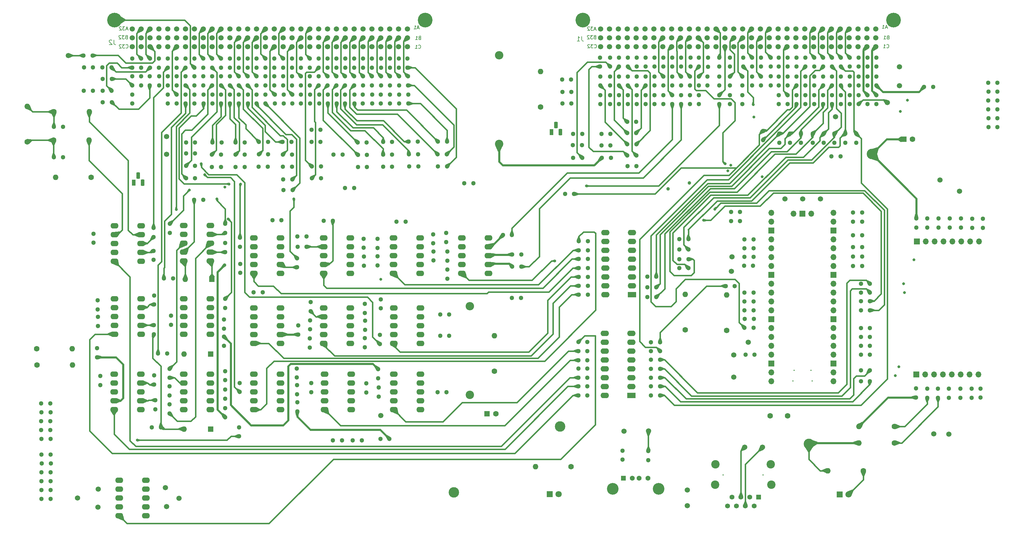
<source format=gbl>
%TF.GenerationSoftware,KiCad,Pcbnew,7.0.5*%
%TF.CreationDate,2024-10-12T11:19:12-04:00*%
%TF.ProjectId,selftest_bd,73656c66-7465-4737-945f-62642e6b6963,2.1*%
%TF.SameCoordinates,Original*%
%TF.FileFunction,Copper,L4,Bot*%
%TF.FilePolarity,Positive*%
%FSLAX46Y46*%
G04 Gerber Fmt 4.6, Leading zero omitted, Abs format (unit mm)*
G04 Created by KiCad (PCBNEW 7.0.5) date 2024-10-12 11:19:12*
%MOMM*%
%LPD*%
G01*
G04 APERTURE LIST*
G04 Aperture macros list*
%AMRoundRect*
0 Rectangle with rounded corners*
0 $1 Rounding radius*
0 $2 $3 $4 $5 $6 $7 $8 $9 X,Y pos of 4 corners*
0 Add a 4 corners polygon primitive as box body*
4,1,4,$2,$3,$4,$5,$6,$7,$8,$9,$2,$3,0*
0 Add four circle primitives for the rounded corners*
1,1,$1+$1,$2,$3*
1,1,$1+$1,$4,$5*
1,1,$1+$1,$6,$7*
1,1,$1+$1,$8,$9*
0 Add four rect primitives between the rounded corners*
20,1,$1+$1,$2,$3,$4,$5,0*
20,1,$1+$1,$4,$5,$6,$7,0*
20,1,$1+$1,$6,$7,$8,$9,0*
20,1,$1+$1,$8,$9,$2,$3,0*%
G04 Aperture macros list end*
%ADD10C,0.150000*%
%TA.AperFunction,NonConductor*%
%ADD11C,0.150000*%
%TD*%
%TA.AperFunction,ComponentPad*%
%ADD12C,1.300000*%
%TD*%
%TA.AperFunction,ComponentPad*%
%ADD13C,1.500000*%
%TD*%
%TA.AperFunction,ComponentPad*%
%ADD14R,1.800000X1.800000*%
%TD*%
%TA.AperFunction,ComponentPad*%
%ADD15C,1.800000*%
%TD*%
%TA.AperFunction,ComponentPad*%
%ADD16O,2.300000X1.600000*%
%TD*%
%TA.AperFunction,ComponentPad*%
%ADD17R,1.600000X1.600000*%
%TD*%
%TA.AperFunction,ComponentPad*%
%ADD18O,1.600000X1.600000*%
%TD*%
%TA.AperFunction,ComponentPad*%
%ADD19R,1.408000X1.408000*%
%TD*%
%TA.AperFunction,ComponentPad*%
%ADD20C,1.408000*%
%TD*%
%TA.AperFunction,ComponentPad*%
%ADD21C,2.400000*%
%TD*%
%TA.AperFunction,ComponentPad*%
%ADD22C,4.200000*%
%TD*%
%TA.AperFunction,ComponentPad*%
%ADD23C,1.600000*%
%TD*%
%TA.AperFunction,ComponentPad*%
%ADD24R,1.100000X1.800000*%
%TD*%
%TA.AperFunction,ComponentPad*%
%ADD25RoundRect,0.275000X-0.275000X-0.625000X0.275000X-0.625000X0.275000X0.625000X-0.275000X0.625000X0*%
%TD*%
%TA.AperFunction,ComponentPad*%
%ADD26R,2.400000X1.600000*%
%TD*%
%TA.AperFunction,ComponentPad*%
%ADD27O,2.400000X1.600000*%
%TD*%
%TA.AperFunction,ComponentPad*%
%ADD28O,2.400000X2.400000*%
%TD*%
%TA.AperFunction,ComponentPad*%
%ADD29C,3.000000*%
%TD*%
%TA.AperFunction,ComponentPad*%
%ADD30R,1.428000X1.428000*%
%TD*%
%TA.AperFunction,ComponentPad*%
%ADD31C,1.428000*%
%TD*%
%TA.AperFunction,ComponentPad*%
%ADD32C,3.346000*%
%TD*%
%TA.AperFunction,ComponentPad*%
%ADD33R,1.700000X1.700000*%
%TD*%
%TA.AperFunction,ComponentPad*%
%ADD34O,1.700000X1.700000*%
%TD*%
%TA.AperFunction,ViaPad*%
%ADD35C,0.800000*%
%TD*%
%TA.AperFunction,ViaPad*%
%ADD36C,1.000000*%
%TD*%
%TA.AperFunction,Conductor*%
%ADD37C,0.400000*%
%TD*%
%TA.AperFunction,Conductor*%
%ADD38C,0.600000*%
%TD*%
%ADD39C,0.350000*%
G04 APERTURE END LIST*
D10*
D11*
X42262475Y-5215504D02*
X41786285Y-5215504D01*
X42357713Y-5501219D02*
X42024380Y-4501219D01*
X42024380Y-4501219D02*
X41691047Y-5501219D01*
X41452951Y-4501219D02*
X40833904Y-4501219D01*
X40833904Y-4501219D02*
X41167237Y-4882171D01*
X41167237Y-4882171D02*
X41024380Y-4882171D01*
X41024380Y-4882171D02*
X40929142Y-4929790D01*
X40929142Y-4929790D02*
X40881523Y-4977409D01*
X40881523Y-4977409D02*
X40833904Y-5072647D01*
X40833904Y-5072647D02*
X40833904Y-5310742D01*
X40833904Y-5310742D02*
X40881523Y-5405980D01*
X40881523Y-5405980D02*
X40929142Y-5453600D01*
X40929142Y-5453600D02*
X41024380Y-5501219D01*
X41024380Y-5501219D02*
X41310094Y-5501219D01*
X41310094Y-5501219D02*
X41405332Y-5453600D01*
X41405332Y-5453600D02*
X41452951Y-5405980D01*
X40452951Y-4596457D02*
X40405332Y-4548838D01*
X40405332Y-4548838D02*
X40310094Y-4501219D01*
X40310094Y-4501219D02*
X40071999Y-4501219D01*
X40071999Y-4501219D02*
X39976761Y-4548838D01*
X39976761Y-4548838D02*
X39929142Y-4596457D01*
X39929142Y-4596457D02*
X39881523Y-4691695D01*
X39881523Y-4691695D02*
X39881523Y-4786933D01*
X39881523Y-4786933D02*
X39929142Y-4929790D01*
X39929142Y-4929790D02*
X40500570Y-5501219D01*
X40500570Y-5501219D02*
X39881523Y-5501219D01*
D10*
D11*
X125631685Y-4910704D02*
X125155495Y-4910704D01*
X125726923Y-5196419D02*
X125393590Y-4196419D01*
X125393590Y-4196419D02*
X125060257Y-5196419D01*
X124203114Y-5196419D02*
X124774542Y-5196419D01*
X124488828Y-5196419D02*
X124488828Y-4196419D01*
X124488828Y-4196419D02*
X124584066Y-4339276D01*
X124584066Y-4339276D02*
X124679304Y-4434514D01*
X124679304Y-4434514D02*
X124774542Y-4482133D01*
D10*
D11*
X41902152Y-7498274D02*
X41759295Y-7545893D01*
X41759295Y-7545893D02*
X41711676Y-7593512D01*
X41711676Y-7593512D02*
X41664057Y-7688750D01*
X41664057Y-7688750D02*
X41664057Y-7831607D01*
X41664057Y-7831607D02*
X41711676Y-7926845D01*
X41711676Y-7926845D02*
X41759295Y-7974465D01*
X41759295Y-7974465D02*
X41854533Y-8022084D01*
X41854533Y-8022084D02*
X42235485Y-8022084D01*
X42235485Y-8022084D02*
X42235485Y-7022084D01*
X42235485Y-7022084D02*
X41902152Y-7022084D01*
X41902152Y-7022084D02*
X41806914Y-7069703D01*
X41806914Y-7069703D02*
X41759295Y-7117322D01*
X41759295Y-7117322D02*
X41711676Y-7212560D01*
X41711676Y-7212560D02*
X41711676Y-7307798D01*
X41711676Y-7307798D02*
X41759295Y-7403036D01*
X41759295Y-7403036D02*
X41806914Y-7450655D01*
X41806914Y-7450655D02*
X41902152Y-7498274D01*
X41902152Y-7498274D02*
X42235485Y-7498274D01*
X41330723Y-7022084D02*
X40711676Y-7022084D01*
X40711676Y-7022084D02*
X41045009Y-7403036D01*
X41045009Y-7403036D02*
X40902152Y-7403036D01*
X40902152Y-7403036D02*
X40806914Y-7450655D01*
X40806914Y-7450655D02*
X40759295Y-7498274D01*
X40759295Y-7498274D02*
X40711676Y-7593512D01*
X40711676Y-7593512D02*
X40711676Y-7831607D01*
X40711676Y-7831607D02*
X40759295Y-7926845D01*
X40759295Y-7926845D02*
X40806914Y-7974465D01*
X40806914Y-7974465D02*
X40902152Y-8022084D01*
X40902152Y-8022084D02*
X41187866Y-8022084D01*
X41187866Y-8022084D02*
X41283104Y-7974465D01*
X41283104Y-7974465D02*
X41330723Y-7926845D01*
X40330723Y-7117322D02*
X40283104Y-7069703D01*
X40283104Y-7069703D02*
X40187866Y-7022084D01*
X40187866Y-7022084D02*
X39949771Y-7022084D01*
X39949771Y-7022084D02*
X39854533Y-7069703D01*
X39854533Y-7069703D02*
X39806914Y-7117322D01*
X39806914Y-7117322D02*
X39759295Y-7212560D01*
X39759295Y-7212560D02*
X39759295Y-7307798D01*
X39759295Y-7307798D02*
X39806914Y-7450655D01*
X39806914Y-7450655D02*
X40378342Y-8022084D01*
X40378342Y-8022084D02*
X39759295Y-8022084D01*
D10*
D11*
X176247475Y-5291704D02*
X175771285Y-5291704D01*
X176342713Y-5577419D02*
X176009380Y-4577419D01*
X176009380Y-4577419D02*
X175676047Y-5577419D01*
X175437951Y-4577419D02*
X174818904Y-4577419D01*
X174818904Y-4577419D02*
X175152237Y-4958371D01*
X175152237Y-4958371D02*
X175009380Y-4958371D01*
X175009380Y-4958371D02*
X174914142Y-5005990D01*
X174914142Y-5005990D02*
X174866523Y-5053609D01*
X174866523Y-5053609D02*
X174818904Y-5148847D01*
X174818904Y-5148847D02*
X174818904Y-5386942D01*
X174818904Y-5386942D02*
X174866523Y-5482180D01*
X174866523Y-5482180D02*
X174914142Y-5529800D01*
X174914142Y-5529800D02*
X175009380Y-5577419D01*
X175009380Y-5577419D02*
X175295094Y-5577419D01*
X175295094Y-5577419D02*
X175390332Y-5529800D01*
X175390332Y-5529800D02*
X175437951Y-5482180D01*
X174437951Y-4672657D02*
X174390332Y-4625038D01*
X174390332Y-4625038D02*
X174295094Y-4577419D01*
X174295094Y-4577419D02*
X174056999Y-4577419D01*
X174056999Y-4577419D02*
X173961761Y-4625038D01*
X173961761Y-4625038D02*
X173914142Y-4672657D01*
X173914142Y-4672657D02*
X173866523Y-4767895D01*
X173866523Y-4767895D02*
X173866523Y-4863133D01*
X173866523Y-4863133D02*
X173914142Y-5005990D01*
X173914142Y-5005990D02*
X174485570Y-5577419D01*
X174485570Y-5577419D02*
X173866523Y-5577419D01*
D10*
D11*
X125490466Y-10663780D02*
X125538085Y-10711400D01*
X125538085Y-10711400D02*
X125680942Y-10759019D01*
X125680942Y-10759019D02*
X125776180Y-10759019D01*
X125776180Y-10759019D02*
X125919037Y-10711400D01*
X125919037Y-10711400D02*
X126014275Y-10616161D01*
X126014275Y-10616161D02*
X126061894Y-10520923D01*
X126061894Y-10520923D02*
X126109513Y-10330447D01*
X126109513Y-10330447D02*
X126109513Y-10187590D01*
X126109513Y-10187590D02*
X126061894Y-9997114D01*
X126061894Y-9997114D02*
X126014275Y-9901876D01*
X126014275Y-9901876D02*
X125919037Y-9806638D01*
X125919037Y-9806638D02*
X125776180Y-9759019D01*
X125776180Y-9759019D02*
X125680942Y-9759019D01*
X125680942Y-9759019D02*
X125538085Y-9806638D01*
X125538085Y-9806638D02*
X125490466Y-9854257D01*
X124538085Y-10759019D02*
X125109513Y-10759019D01*
X124823799Y-10759019D02*
X124823799Y-9759019D01*
X124823799Y-9759019D02*
X124919037Y-9901876D01*
X124919037Y-9901876D02*
X125014275Y-9997114D01*
X125014275Y-9997114D02*
X125109513Y-10044733D01*
D10*
D11*
X41765657Y-10543045D02*
X41813276Y-10590665D01*
X41813276Y-10590665D02*
X41956133Y-10638284D01*
X41956133Y-10638284D02*
X42051371Y-10638284D01*
X42051371Y-10638284D02*
X42194228Y-10590665D01*
X42194228Y-10590665D02*
X42289466Y-10495426D01*
X42289466Y-10495426D02*
X42337085Y-10400188D01*
X42337085Y-10400188D02*
X42384704Y-10209712D01*
X42384704Y-10209712D02*
X42384704Y-10066855D01*
X42384704Y-10066855D02*
X42337085Y-9876379D01*
X42337085Y-9876379D02*
X42289466Y-9781141D01*
X42289466Y-9781141D02*
X42194228Y-9685903D01*
X42194228Y-9685903D02*
X42051371Y-9638284D01*
X42051371Y-9638284D02*
X41956133Y-9638284D01*
X41956133Y-9638284D02*
X41813276Y-9685903D01*
X41813276Y-9685903D02*
X41765657Y-9733522D01*
X41432323Y-9638284D02*
X40813276Y-9638284D01*
X40813276Y-9638284D02*
X41146609Y-10019236D01*
X41146609Y-10019236D02*
X41003752Y-10019236D01*
X41003752Y-10019236D02*
X40908514Y-10066855D01*
X40908514Y-10066855D02*
X40860895Y-10114474D01*
X40860895Y-10114474D02*
X40813276Y-10209712D01*
X40813276Y-10209712D02*
X40813276Y-10447807D01*
X40813276Y-10447807D02*
X40860895Y-10543045D01*
X40860895Y-10543045D02*
X40908514Y-10590665D01*
X40908514Y-10590665D02*
X41003752Y-10638284D01*
X41003752Y-10638284D02*
X41289466Y-10638284D01*
X41289466Y-10638284D02*
X41384704Y-10590665D01*
X41384704Y-10590665D02*
X41432323Y-10543045D01*
X40432323Y-9733522D02*
X40384704Y-9685903D01*
X40384704Y-9685903D02*
X40289466Y-9638284D01*
X40289466Y-9638284D02*
X40051371Y-9638284D01*
X40051371Y-9638284D02*
X39956133Y-9685903D01*
X39956133Y-9685903D02*
X39908514Y-9733522D01*
X39908514Y-9733522D02*
X39860895Y-9828760D01*
X39860895Y-9828760D02*
X39860895Y-9923998D01*
X39860895Y-9923998D02*
X39908514Y-10066855D01*
X39908514Y-10066855D02*
X40479942Y-10638284D01*
X40479942Y-10638284D02*
X39860895Y-10638284D01*
D10*
D11*
X175937952Y-7492009D02*
X175795095Y-7539628D01*
X175795095Y-7539628D02*
X175747476Y-7587247D01*
X175747476Y-7587247D02*
X175699857Y-7682485D01*
X175699857Y-7682485D02*
X175699857Y-7825342D01*
X175699857Y-7825342D02*
X175747476Y-7920580D01*
X175747476Y-7920580D02*
X175795095Y-7968200D01*
X175795095Y-7968200D02*
X175890333Y-8015819D01*
X175890333Y-8015819D02*
X176271285Y-8015819D01*
X176271285Y-8015819D02*
X176271285Y-7015819D01*
X176271285Y-7015819D02*
X175937952Y-7015819D01*
X175937952Y-7015819D02*
X175842714Y-7063438D01*
X175842714Y-7063438D02*
X175795095Y-7111057D01*
X175795095Y-7111057D02*
X175747476Y-7206295D01*
X175747476Y-7206295D02*
X175747476Y-7301533D01*
X175747476Y-7301533D02*
X175795095Y-7396771D01*
X175795095Y-7396771D02*
X175842714Y-7444390D01*
X175842714Y-7444390D02*
X175937952Y-7492009D01*
X175937952Y-7492009D02*
X176271285Y-7492009D01*
X175366523Y-7015819D02*
X174747476Y-7015819D01*
X174747476Y-7015819D02*
X175080809Y-7396771D01*
X175080809Y-7396771D02*
X174937952Y-7396771D01*
X174937952Y-7396771D02*
X174842714Y-7444390D01*
X174842714Y-7444390D02*
X174795095Y-7492009D01*
X174795095Y-7492009D02*
X174747476Y-7587247D01*
X174747476Y-7587247D02*
X174747476Y-7825342D01*
X174747476Y-7825342D02*
X174795095Y-7920580D01*
X174795095Y-7920580D02*
X174842714Y-7968200D01*
X174842714Y-7968200D02*
X174937952Y-8015819D01*
X174937952Y-8015819D02*
X175223666Y-8015819D01*
X175223666Y-8015819D02*
X175318904Y-7968200D01*
X175318904Y-7968200D02*
X175366523Y-7920580D01*
X174366523Y-7111057D02*
X174318904Y-7063438D01*
X174318904Y-7063438D02*
X174223666Y-7015819D01*
X174223666Y-7015819D02*
X173985571Y-7015819D01*
X173985571Y-7015819D02*
X173890333Y-7063438D01*
X173890333Y-7063438D02*
X173842714Y-7111057D01*
X173842714Y-7111057D02*
X173795095Y-7206295D01*
X173795095Y-7206295D02*
X173795095Y-7301533D01*
X173795095Y-7301533D02*
X173842714Y-7444390D01*
X173842714Y-7444390D02*
X174414142Y-8015819D01*
X174414142Y-8015819D02*
X173795095Y-8015819D01*
D10*
D11*
X175801457Y-10536780D02*
X175849076Y-10584400D01*
X175849076Y-10584400D02*
X175991933Y-10632019D01*
X175991933Y-10632019D02*
X176087171Y-10632019D01*
X176087171Y-10632019D02*
X176230028Y-10584400D01*
X176230028Y-10584400D02*
X176325266Y-10489161D01*
X176325266Y-10489161D02*
X176372885Y-10393923D01*
X176372885Y-10393923D02*
X176420504Y-10203447D01*
X176420504Y-10203447D02*
X176420504Y-10060590D01*
X176420504Y-10060590D02*
X176372885Y-9870114D01*
X176372885Y-9870114D02*
X176325266Y-9774876D01*
X176325266Y-9774876D02*
X176230028Y-9679638D01*
X176230028Y-9679638D02*
X176087171Y-9632019D01*
X176087171Y-9632019D02*
X175991933Y-9632019D01*
X175991933Y-9632019D02*
X175849076Y-9679638D01*
X175849076Y-9679638D02*
X175801457Y-9727257D01*
X175468123Y-9632019D02*
X174849076Y-9632019D01*
X174849076Y-9632019D02*
X175182409Y-10012971D01*
X175182409Y-10012971D02*
X175039552Y-10012971D01*
X175039552Y-10012971D02*
X174944314Y-10060590D01*
X174944314Y-10060590D02*
X174896695Y-10108209D01*
X174896695Y-10108209D02*
X174849076Y-10203447D01*
X174849076Y-10203447D02*
X174849076Y-10441542D01*
X174849076Y-10441542D02*
X174896695Y-10536780D01*
X174896695Y-10536780D02*
X174944314Y-10584400D01*
X174944314Y-10584400D02*
X175039552Y-10632019D01*
X175039552Y-10632019D02*
X175325266Y-10632019D01*
X175325266Y-10632019D02*
X175420504Y-10584400D01*
X175420504Y-10584400D02*
X175468123Y-10536780D01*
X174468123Y-9727257D02*
X174420504Y-9679638D01*
X174420504Y-9679638D02*
X174325266Y-9632019D01*
X174325266Y-9632019D02*
X174087171Y-9632019D01*
X174087171Y-9632019D02*
X173991933Y-9679638D01*
X173991933Y-9679638D02*
X173944314Y-9727257D01*
X173944314Y-9727257D02*
X173896695Y-9822495D01*
X173896695Y-9822495D02*
X173896695Y-9917733D01*
X173896695Y-9917733D02*
X173944314Y-10060590D01*
X173944314Y-10060590D02*
X174515742Y-10632019D01*
X174515742Y-10632019D02*
X173896695Y-10632019D01*
D10*
D11*
X38304932Y-8327804D02*
X38304932Y-9256376D01*
X38304932Y-9256376D02*
X38366837Y-9442090D01*
X38366837Y-9442090D02*
X38490646Y-9565900D01*
X38490646Y-9565900D02*
X38676361Y-9627804D01*
X38676361Y-9627804D02*
X38800170Y-9627804D01*
X37747789Y-8451614D02*
X37685885Y-8389709D01*
X37685885Y-8389709D02*
X37562075Y-8327804D01*
X37562075Y-8327804D02*
X37252551Y-8327804D01*
X37252551Y-8327804D02*
X37128742Y-8389709D01*
X37128742Y-8389709D02*
X37066837Y-8451614D01*
X37066837Y-8451614D02*
X37004932Y-8575423D01*
X37004932Y-8575423D02*
X37004932Y-8699233D01*
X37004932Y-8699233D02*
X37066837Y-8884947D01*
X37066837Y-8884947D02*
X37809694Y-9627804D01*
X37809694Y-9627804D02*
X37004932Y-9627804D01*
D10*
D11*
X259616685Y-4758304D02*
X259140495Y-4758304D01*
X259711923Y-5044019D02*
X259378590Y-4044019D01*
X259378590Y-4044019D02*
X259045257Y-5044019D01*
X258188114Y-5044019D02*
X258759542Y-5044019D01*
X258473828Y-5044019D02*
X258473828Y-4044019D01*
X258473828Y-4044019D02*
X258569066Y-4186876D01*
X258569066Y-4186876D02*
X258664304Y-4282114D01*
X258664304Y-4282114D02*
X258759542Y-4329733D01*
D10*
D11*
X259475466Y-10511380D02*
X259523085Y-10559000D01*
X259523085Y-10559000D02*
X259665942Y-10606619D01*
X259665942Y-10606619D02*
X259761180Y-10606619D01*
X259761180Y-10606619D02*
X259904037Y-10559000D01*
X259904037Y-10559000D02*
X259999275Y-10463761D01*
X259999275Y-10463761D02*
X260046894Y-10368523D01*
X260046894Y-10368523D02*
X260094513Y-10178047D01*
X260094513Y-10178047D02*
X260094513Y-10035190D01*
X260094513Y-10035190D02*
X260046894Y-9844714D01*
X260046894Y-9844714D02*
X259999275Y-9749476D01*
X259999275Y-9749476D02*
X259904037Y-9654238D01*
X259904037Y-9654238D02*
X259761180Y-9606619D01*
X259761180Y-9606619D02*
X259665942Y-9606619D01*
X259665942Y-9606619D02*
X259523085Y-9654238D01*
X259523085Y-9654238D02*
X259475466Y-9701857D01*
X258523085Y-10606619D02*
X259094513Y-10606619D01*
X258808799Y-10606619D02*
X258808799Y-9606619D01*
X258808799Y-9606619D02*
X258904037Y-9749476D01*
X258904037Y-9749476D02*
X258999275Y-9844714D01*
X258999275Y-9844714D02*
X259094513Y-9892333D01*
D10*
D11*
X259815161Y-7568209D02*
X259672304Y-7615828D01*
X259672304Y-7615828D02*
X259624685Y-7663447D01*
X259624685Y-7663447D02*
X259577066Y-7758685D01*
X259577066Y-7758685D02*
X259577066Y-7901542D01*
X259577066Y-7901542D02*
X259624685Y-7996780D01*
X259624685Y-7996780D02*
X259672304Y-8044400D01*
X259672304Y-8044400D02*
X259767542Y-8092019D01*
X259767542Y-8092019D02*
X260148494Y-8092019D01*
X260148494Y-8092019D02*
X260148494Y-7092019D01*
X260148494Y-7092019D02*
X259815161Y-7092019D01*
X259815161Y-7092019D02*
X259719923Y-7139638D01*
X259719923Y-7139638D02*
X259672304Y-7187257D01*
X259672304Y-7187257D02*
X259624685Y-7282495D01*
X259624685Y-7282495D02*
X259624685Y-7377733D01*
X259624685Y-7377733D02*
X259672304Y-7472971D01*
X259672304Y-7472971D02*
X259719923Y-7520590D01*
X259719923Y-7520590D02*
X259815161Y-7568209D01*
X259815161Y-7568209D02*
X260148494Y-7568209D01*
X258624685Y-8092019D02*
X259196113Y-8092019D01*
X258910399Y-8092019D02*
X258910399Y-7092019D01*
X258910399Y-7092019D02*
X259005637Y-7234876D01*
X259005637Y-7234876D02*
X259100875Y-7330114D01*
X259100875Y-7330114D02*
X259196113Y-7377733D01*
D10*
D11*
X125830161Y-7720609D02*
X125687304Y-7768228D01*
X125687304Y-7768228D02*
X125639685Y-7815847D01*
X125639685Y-7815847D02*
X125592066Y-7911085D01*
X125592066Y-7911085D02*
X125592066Y-8053942D01*
X125592066Y-8053942D02*
X125639685Y-8149180D01*
X125639685Y-8149180D02*
X125687304Y-8196800D01*
X125687304Y-8196800D02*
X125782542Y-8244419D01*
X125782542Y-8244419D02*
X126163494Y-8244419D01*
X126163494Y-8244419D02*
X126163494Y-7244419D01*
X126163494Y-7244419D02*
X125830161Y-7244419D01*
X125830161Y-7244419D02*
X125734923Y-7292038D01*
X125734923Y-7292038D02*
X125687304Y-7339657D01*
X125687304Y-7339657D02*
X125639685Y-7434895D01*
X125639685Y-7434895D02*
X125639685Y-7530133D01*
X125639685Y-7530133D02*
X125687304Y-7625371D01*
X125687304Y-7625371D02*
X125734923Y-7672990D01*
X125734923Y-7672990D02*
X125830161Y-7720609D01*
X125830161Y-7720609D02*
X126163494Y-7720609D01*
X124639685Y-8244419D02*
X125211113Y-8244419D01*
X124925399Y-8244419D02*
X124925399Y-7244419D01*
X124925399Y-7244419D02*
X125020637Y-7387276D01*
X125020637Y-7387276D02*
X125115875Y-7482514D01*
X125115875Y-7482514D02*
X125211113Y-7530133D01*
D10*
D11*
X172184532Y-7307669D02*
X172184532Y-8236241D01*
X172184532Y-8236241D02*
X172246437Y-8421955D01*
X172246437Y-8421955D02*
X172370246Y-8545765D01*
X172370246Y-8545765D02*
X172555961Y-8607669D01*
X172555961Y-8607669D02*
X172679770Y-8607669D01*
X170884532Y-8607669D02*
X171627389Y-8607669D01*
X171255961Y-8607669D02*
X171255961Y-7307669D01*
X171255961Y-7307669D02*
X171379770Y-7493384D01*
X171379770Y-7493384D02*
X171503580Y-7617193D01*
X171503580Y-7617193D02*
X171627389Y-7679098D01*
D12*
%TO.P,NT78,1,1*%
%TO.N,CMOD_3*%
X205740200Y-26717200D03*
%TO.P,NT78,2,2*%
%TO.N,Net-(J1-PadC21)*%
X205740200Y-24117200D03*
%TD*%
%TO.P,NT113,1,1*%
%TO.N,Net-(J2-PadA13)*%
X91846600Y-13648665D03*
%TO.P,NT113,2,2*%
%TO.N,B30_H*%
X91846600Y-16248665D03*
%TD*%
%TO.P,NT188,1,1*%
%TO.N,B4_COM_L*%
X63959600Y-26548665D03*
%TO.P,NT188,2,2*%
%TO.N,Net-(J2-PadC24)*%
X63959600Y-23948665D03*
%TD*%
%TO.P,NT70,1,1*%
%TO.N,PR1_3*%
X243840200Y-26717200D03*
%TO.P,NT70,2,2*%
%TO.N,Net-(J1-PadC6)*%
X243840200Y-24117200D03*
%TD*%
%TO.P,NT40,1,1*%
%TO.N,PM1_IO0*%
X238760200Y-21383200D03*
%TO.P,NT40,2,2*%
%TO.N,Net-(J1-PadB8)*%
X238760200Y-18783200D03*
%TD*%
%TO.P,NT337,1,1*%
%TO.N,B20_L*%
X122859600Y-44548665D03*
%TO.P,NT337,2,2*%
%TO.N,B10_L*%
X125459600Y-44548665D03*
%TD*%
D13*
%TO.P,TP15,1,1*%
%TO.N,Net-(NT312-Pad2)*%
X215701800Y-98590000D03*
%TD*%
%TO.P,TP32,1,1*%
%TO.N,Net-(K17-Pad8)*%
X27923500Y-139564335D03*
%TD*%
D12*
%TO.P,NT296,1,1*%
%TO.N,USPI0_CLK*%
X254686000Y-98462200D03*
%TO.P,NT296,2,2*%
%TO.N,Net-(U1-GPIO2)*%
X252086000Y-98462200D03*
%TD*%
%TO.P,NT187,1,1*%
%TO.N,B4_COM_H*%
X66559600Y-26548665D03*
%TO.P,NT187,2,2*%
%TO.N,Net-(J2-PadC23)*%
X66559600Y-23948665D03*
%TD*%
%TO.P,NT4,1,1*%
%TO.N,PR_ADC1*%
X248920200Y-15964065D03*
%TO.P,NT4,2,2*%
%TO.N,Net-(J1-PadA4)*%
X248920200Y-13364065D03*
%TD*%
%TO.P,NT115,1,1*%
%TO.N,Net-(J2-PadA15)*%
X86765187Y-13648665D03*
%TO.P,NT115,2,2*%
%TO.N,B33_H*%
X86765187Y-16248665D03*
%TD*%
%TO.P,NT162,1,1*%
%TO.N,INST-*%
X48559600Y-21348665D03*
%TO.P,NT162,2,2*%
%TO.N,/Interface Connector/IT-*%
X48559600Y-18748665D03*
%TD*%
%TO.P,NT74,1,1*%
%TO.N,PCTRL*%
X233680200Y-26717200D03*
%TO.P,NT74,2,2*%
%TO.N,Net-(J1-PadC10)*%
X233680200Y-24117200D03*
%TD*%
D13*
%TO.P,TP5,1,1*%
%TO.N,Net-(NT67-Pad1)*%
X259639000Y-26230000D03*
%TD*%
D12*
%TO.P,NT276,1,1*%
%TO.N,PR1_3*%
X202717600Y-73666800D03*
%TO.P,NT276,2,2*%
%TO.N,Net-(U2-I4)*%
X200117600Y-73666800D03*
%TD*%
D14*
%TO.P,D4,1,K*%
%TO.N,GND*%
X163063200Y-138421800D03*
D15*
%TO.P,D4,2,A*%
%TO.N,Net-(D4-A)*%
X165603200Y-138421800D03*
%TD*%
D12*
%TO.P,NT361,1,1*%
%TO.N,Net-(K14-Pad7)*%
X74422200Y-67560400D03*
%TO.P,NT361,2,2*%
%TO.N,B2_COM_L*%
X74422200Y-64960400D03*
%TD*%
%TO.P,NT374,1,1*%
%TO.N,K2_LP_NO1*%
X185237800Y-38176065D03*
%TO.P,NT374,2,2*%
%TO.N,K1_LP_NC1*%
X187837800Y-38176065D03*
%TD*%
%TO.P,NT237,1,1*%
%TO.N,Net-(K7-Pad2)*%
X110115200Y-93726200D03*
%TO.P,NT237,2,2*%
%TO.N,Net-(K8-Pad3)*%
X110115200Y-96326200D03*
%TD*%
%TO.P,NT401,1,1*%
%TO.N,Net-(K10-Pad2)*%
X69828200Y-88398400D03*
%TO.P,NT401,2,2*%
%TO.N,PS1*%
X69828200Y-90998400D03*
%TD*%
%TO.P,NT239,1,1*%
%TO.N,Net-(K16-Pad2)*%
X121772400Y-60367600D03*
%TO.P,NT239,2,2*%
%TO.N,VM1*%
X119172400Y-60367600D03*
%TD*%
%TO.P,NT260,1,1*%
%TO.N,PR0_6*%
X247641200Y-37784065D03*
%TO.P,NT260,2,2*%
%TO.N,PR1_6*%
X247641200Y-35184065D03*
%TD*%
%TO.P,NT130,1,1*%
%TO.N,/Interface Connector/SH1-*%
X48644022Y-13648665D03*
%TO.P,NT130,2,2*%
%TO.N,SCOPE_CH1-*%
X48644022Y-16248665D03*
%TD*%
%TO.P,NT125,1,1*%
%TO.N,Net-(J2-PadA25)*%
X61351077Y-13648665D03*
%TO.P,NT125,2,2*%
%TO.N,Earth*%
X61351077Y-16248665D03*
%TD*%
D13*
%TO.P,TP23,1,1*%
%TO.N,Net-(J3-Pad8)*%
X202387400Y-141774600D03*
%TD*%
%TO.P,TP40,1,1*%
%TO.N,USB_GND*%
X191313000Y-120337000D03*
%TD*%
D12*
%TO.P,NT62,1,1*%
%TO.N,K2_LP_NC1*%
X182880200Y-21383200D03*
%TO.P,NT62,2,2*%
%TO.N,Net-(J1-PadB30)*%
X182880200Y-18783200D03*
%TD*%
%TO.P,NT61,1,1*%
%TO.N,K2_LP_NO2*%
X185420200Y-21383200D03*
%TO.P,NT61,2,2*%
%TO.N,Net-(J1-PadB29)*%
X185420200Y-18783200D03*
%TD*%
%TO.P,NT145,1,1*%
%TO.N,Net-(J2-PadB13)*%
X91851005Y-18748665D03*
%TO.P,NT145,2,2*%
%TO.N,B31_H*%
X91851005Y-21348665D03*
%TD*%
%TO.P,NT320,1,1*%
%TO.N,Net-(U1-GPIO22)*%
X215981000Y-78808000D03*
%TO.P,NT320,2,2*%
%TO.N,PK17*%
X213381000Y-78808000D03*
%TD*%
%TO.P,NT19,1,1*%
%TO.N,SERIAL_RX*%
X211582200Y-15964065D03*
%TO.P,NT19,2,2*%
%TO.N,Net-(J1-PadA19)*%
X211582200Y-13364065D03*
%TD*%
%TO.P,NT229,1,1*%
%TO.N,GND*%
X29739600Y-16178665D03*
%TO.P,NT229,2,2*%
%TO.N,Net-(NT227-Pad2)*%
X32339600Y-16178665D03*
%TD*%
%TO.P,NT268,1,1*%
%TO.N,PR1_2*%
X193552800Y-76115600D03*
%TO.P,NT268,2,2*%
%TO.N,Net-(U2-I3)*%
X190952800Y-76115600D03*
%TD*%
%TO.P,NT87,1,1*%
%TO.N,K3_HP_C2*%
X182831200Y-26717200D03*
%TO.P,NT87,2,2*%
%TO.N,Net-(J1-PadC30)*%
X182831200Y-24117200D03*
%TD*%
%TO.P,NT396,1,1*%
%TO.N,Net-(J6-Pin_2)*%
X271120600Y-62074000D03*
%TO.P,NT396,2,2*%
%TO.N,CMOD_1*%
X271120600Y-59474000D03*
%TD*%
D16*
%TO.P,K16,1*%
%TO.N,VCC*%
X125948400Y-75221600D03*
%TO.P,K16,2*%
%TO.N,Net-(K16-Pad2)*%
X125948400Y-72681600D03*
%TO.P,K16,3*%
%TO.N,Net-(K16-Pad3)*%
X125948400Y-70141600D03*
%TO.P,K16,4*%
%TO.N,Net-(K16-Pad4)*%
X125948400Y-67601600D03*
%TO.P,K16,5*%
%TO.N,N/C*%
X125948400Y-65061600D03*
%TO.P,K16,6*%
X118328400Y-65061600D03*
%TO.P,K16,7*%
%TO.N,Net-(K16-Pad7)*%
X118328400Y-67601600D03*
%TO.P,K16,8*%
%TO.N,Net-(K16-Pad8)*%
X118328400Y-70141600D03*
%TO.P,K16,9*%
%TO.N,Net-(K16-Pad9)*%
X118328400Y-72681600D03*
%TO.P,K16,10*%
%TO.N,Net-(K16-Pad10)*%
X118328400Y-75221600D03*
%TD*%
D12*
%TO.P,NT336,1,1*%
%TO.N,SSR1_POS*%
X187888600Y-44449865D03*
%TO.P,NT336,2,2*%
%TO.N,PS4*%
X185288600Y-44449865D03*
%TD*%
%TO.P,NT36,1,1*%
%TO.N,DAC_VOUT*%
X248920200Y-21383200D03*
%TO.P,NT36,2,2*%
%TO.N,Net-(J1-PadB4)*%
X248920200Y-18783200D03*
%TD*%
%TO.P,NT63,1,1*%
%TO.N,K2_LP_C1*%
X180331200Y-21383200D03*
%TO.P,NT63,2,2*%
%TO.N,Net-(J1-PadB31)*%
X180331200Y-18783200D03*
%TD*%
%TO.P,NT331,1,1*%
%TO.N,B15_H*%
X117959600Y-37548665D03*
%TO.P,NT331,2,2*%
%TO.N,B25_H*%
X115359600Y-37548665D03*
%TD*%
D13*
%TO.P,TP35,1,1*%
%TO.N,Net-(K17-Pad9)*%
X33723500Y-142164335D03*
%TD*%
D12*
%TO.P,NT126,1,1*%
%TO.N,OC1_OUT*%
X58849600Y-16248665D03*
%TO.P,NT126,2,2*%
%TO.N,Net-(J2-PadA26)*%
X58849600Y-13648665D03*
%TD*%
%TO.P,NT215,1,1*%
%TO.N,Net-(K1-Pad8)*%
X133742200Y-68921800D03*
%TO.P,NT215,2,2*%
%TO.N,GND*%
X133742200Y-71521800D03*
%TD*%
D16*
%TO.P,K4,1*%
%TO.N,VCC*%
X126015200Y-114226200D03*
%TO.P,K4,2*%
%TO.N,Net-(K4-Pad2)*%
X126015200Y-111686200D03*
%TO.P,K4,3*%
%TO.N,Net-(K4-Pad3)*%
X126015200Y-109146200D03*
%TO.P,K4,4*%
%TO.N,Net-(K4-Pad4)*%
X126015200Y-106606200D03*
%TO.P,K4,5*%
%TO.N,N/C*%
X126015200Y-104066200D03*
%TO.P,K4,6*%
X118395200Y-104066200D03*
%TO.P,K4,7*%
%TO.N,Net-(K4-Pad7)*%
X118395200Y-106606200D03*
%TO.P,K4,8*%
%TO.N,Net-(K4-Pad8)*%
X118395200Y-109146200D03*
%TO.P,K4,9*%
%TO.N,Net-(K4-Pad9)*%
X118395200Y-111686200D03*
%TO.P,K4,10*%
%TO.N,Net-(K4-Pad10)*%
X118395200Y-114226200D03*
%TD*%
D12*
%TO.P,NT315,1,1*%
%TO.N,Net-(NT315-Pad1)*%
X218757210Y-70463210D03*
%TO.P,NT315,2,2*%
%TO.N,Net-(U1-GPIO20)*%
X221357210Y-70463210D03*
%TD*%
%TO.P,NT335,1,1*%
%TO.N,B3_COM_H*%
X89439600Y-51358665D03*
%TO.P,NT335,2,2*%
%TO.N,PS9*%
X86839600Y-51358665D03*
%TD*%
%TO.P,NT5,1,1*%
%TO.N,PR1_7*%
X246380200Y-15964065D03*
%TO.P,NT5,2,2*%
%TO.N,Net-(J1-PadA5)*%
X246380200Y-13364065D03*
%TD*%
%TO.P,NT55,1,1*%
%TO.N,JTAG_TCK*%
X200660200Y-21383200D03*
%TO.P,NT55,2,2*%
%TO.N,Net-(J1-PadB23)*%
X200660200Y-18783200D03*
%TD*%
%TO.P,NT417,1,1*%
%TO.N,Net-(K12-Pad7)*%
X54337600Y-63610600D03*
%TO.P,NT417,2,2*%
%TO.N,PS10*%
X54337600Y-61010600D03*
%TD*%
%TO.P,NT386,1,1*%
%TO.N,Net-(J5-Pin_6)*%
X283767800Y-108245000D03*
%TO.P,NT386,2,2*%
%TO.N,Net-(NT386-Pad2)*%
X283767800Y-110845000D03*
%TD*%
%TO.P,NT122,1,1*%
%TO.N,Net-(J2-PadA22)*%
X68975310Y-13648665D03*
%TO.P,NT122,2,2*%
%TO.N,B43_L*%
X68975310Y-16248665D03*
%TD*%
%TO.P,NT291,1,1*%
%TO.N,Net-(U2-O6)*%
X173958600Y-68581800D03*
%TO.P,NT291,2,2*%
%TO.N,Net-(K16-Pad10)*%
X171358600Y-68581800D03*
%TD*%
%TO.P,NT269,1,1*%
%TO.N,PR1_4*%
X202717600Y-71096800D03*
%TO.P,NT269,2,2*%
%TO.N,Net-(U2-I5)*%
X200117600Y-71096800D03*
%TD*%
%TO.P,NT403,1,1*%
%TO.N,Net-(K10-Pad9)*%
X54661000Y-89887000D03*
%TO.P,NT403,2,2*%
%TO.N,PS3*%
X54661000Y-87287000D03*
%TD*%
%TO.P,NT137,1,1*%
%TO.N,Net-(J2-PadB5)*%
X112166600Y-18748665D03*
%TO.P,NT137,2,2*%
%TO.N,B17_H*%
X112166600Y-21348665D03*
%TD*%
%TO.P,NT117,1,1*%
%TO.N,Net-(J2-PadA17)*%
X81682365Y-13648665D03*
%TO.P,NT117,2,2*%
%TO.N,B36_H*%
X81682365Y-16248665D03*
%TD*%
%TO.P,NT302,1,1*%
%TO.N,SERIAL_RTS*%
X252457210Y-60363210D03*
%TO.P,NT302,2,2*%
%TO.N,Net-(U1-GPIO14)*%
X249857210Y-60363210D03*
%TD*%
%TO.P,NT333,1,1*%
%TO.N,B17_H*%
X97559600Y-47948665D03*
%TO.P,NT333,2,2*%
%TO.N,B27_H*%
X94959600Y-47948665D03*
%TD*%
%TO.P,NT283,1,1*%
%TO.N,Net-(U2-O5)*%
X173958600Y-71081800D03*
%TO.P,NT283,2,2*%
%TO.N,Net-(K15-Pad10)*%
X171358600Y-71081800D03*
%TD*%
%TO.P,NT102,1,1*%
%TO.N,Net-(J2-PadA2)*%
X119859600Y-13648665D03*
%TO.P,NT102,2,2*%
%TO.N,B10_L*%
X119859600Y-16248665D03*
%TD*%
%TO.P,NT319,1,1*%
%TO.N,/pico/I2C_ID0*%
X218757210Y-83263210D03*
%TO.P,NT319,2,2*%
%TO.N,Net-(U1-GPIO26_ADC0)*%
X221357210Y-83263210D03*
%TD*%
D17*
%TO.P,D1,1,K*%
%TO.N,VCC*%
X66025200Y-98276200D03*
D18*
%TO.P,D1,2,A*%
%TO.N,VM2*%
X58405200Y-98276200D03*
%TD*%
D19*
%TO.P,J3,1,1*%
%TO.N,ETH_TX+*%
X222859800Y-139310800D03*
D20*
%TO.P,J3,2,2*%
%TO.N,ETH_TX-*%
X221589800Y-141850800D03*
%TO.P,J3,3,3*%
%TO.N,ETH_RX+*%
X220319800Y-139310800D03*
%TO.P,J3,4,4*%
%TO.N,Net-(J3-Pad4)*%
X219049800Y-141850800D03*
%TO.P,J3,5,5*%
%TO.N,Net-(J3-Pad5)*%
X217779800Y-139310800D03*
%TO.P,J3,6,6*%
%TO.N,ETH_RX-*%
X216509800Y-141850800D03*
%TO.P,J3,7,7*%
%TO.N,Net-(J3-Pad7)*%
X215239800Y-139310800D03*
%TO.P,J3,8,8*%
%TO.N,Net-(J3-Pad8)*%
X213969800Y-141850800D03*
D21*
%TO.P,J3,S1,SHIELD*%
%TO.N,Earth*%
X226439800Y-135710800D03*
X226329800Y-129910800D03*
%TO.P,J3,S2,SHIELD*%
X210499800Y-129910800D03*
X210389800Y-135710800D03*
%TD*%
D12*
%TO.P,NT116,1,1*%
%TO.N,Net-(J2-PadA16)*%
X84223776Y-13648665D03*
%TO.P,NT116,2,2*%
%TO.N,B33_L*%
X84223776Y-16248665D03*
%TD*%
%TO.P,NT1,1,1*%
%TO.N,PWR_RES_H*%
X256540200Y-15964065D03*
%TO.P,NT1,2,2*%
%TO.N,Net-(J1-PadA1)*%
X256540200Y-13364065D03*
%TD*%
%TO.P,NT329,1,1*%
%TO.N,B13_H*%
X117959600Y-44648665D03*
%TO.P,NT329,2,2*%
%TO.N,B23_H*%
X115359600Y-44648665D03*
%TD*%
D13*
%TO.P,J2,A1,A1*%
%TO.N,Net-(J2-PadA1)*%
X122352000Y-5165335D03*
%TO.P,J2,A2,A2*%
%TO.N,Net-(J2-PadA2)*%
X119812000Y-5165335D03*
%TO.P,J2,A3,A3*%
%TO.N,Net-(J2-PadA3)*%
X117272000Y-5165335D03*
%TO.P,J2,A4,A4*%
%TO.N,Net-(J2-PadA4)*%
X114732000Y-5165335D03*
%TO.P,J2,A5,A5*%
%TO.N,Net-(J2-PadA5)*%
X112192000Y-5165335D03*
%TO.P,J2,A6,A6*%
%TO.N,Net-(J2-PadA6)*%
X109652000Y-5165335D03*
%TO.P,J2,A7,A7*%
%TO.N,Net-(J2-PadA7)*%
X107112000Y-5165335D03*
%TO.P,J2,A8,A8*%
%TO.N,Net-(J2-PadA8)*%
X104572000Y-5165335D03*
%TO.P,J2,A9,A9*%
%TO.N,Net-(J2-PadA9)*%
X102032000Y-5165335D03*
%TO.P,J2,A10,A10*%
%TO.N,Net-(J2-PadA10)*%
X99492000Y-5165335D03*
%TO.P,J2,A11,A11*%
%TO.N,Net-(J2-PadA11)*%
X96952000Y-5165335D03*
%TO.P,J2,A12,A12*%
%TO.N,Net-(J2-PadA12)*%
X94412000Y-5165335D03*
%TO.P,J2,A13,A13*%
%TO.N,Net-(J2-PadA13)*%
X91872000Y-5165335D03*
%TO.P,J2,A14,A14*%
%TO.N,Net-(J2-PadA14)*%
X89332000Y-5165335D03*
%TO.P,J2,A15,A15*%
%TO.N,Net-(J2-PadA15)*%
X86792000Y-5165335D03*
%TO.P,J2,A16,A16*%
%TO.N,Net-(J2-PadA16)*%
X84252000Y-5165335D03*
%TO.P,J2,A17,A17*%
%TO.N,Net-(J2-PadA17)*%
X81712000Y-5165335D03*
%TO.P,J2,A18,A18*%
%TO.N,Net-(J2-PadA18)*%
X79172000Y-5165335D03*
%TO.P,J2,A19,A19*%
%TO.N,Net-(J2-PadA19)*%
X76632000Y-5165335D03*
%TO.P,J2,A20,A20*%
%TO.N,Net-(J2-PadA20)*%
X74092000Y-5165335D03*
%TO.P,J2,A21,A21*%
%TO.N,Net-(J2-PadA21)*%
X71552000Y-5165335D03*
%TO.P,J2,A22,A22*%
%TO.N,Net-(J2-PadA22)*%
X69012000Y-5165335D03*
%TO.P,J2,A23,A23*%
%TO.N,Net-(J2-PadA23)*%
X66472000Y-5165335D03*
%TO.P,J2,A24,A24*%
%TO.N,Net-(J2-PadA24)*%
X63932000Y-5165335D03*
%TO.P,J2,A25,A25*%
%TO.N,Net-(J2-PadA25)*%
X61392000Y-5165335D03*
%TO.P,J2,A26,A26*%
%TO.N,Net-(J2-PadA26)*%
X58852000Y-5165335D03*
%TO.P,J2,A27,A27*%
%TO.N,Net-(J2-PadA27)*%
X56312000Y-5165335D03*
%TO.P,J2,A28,A28*%
%TO.N,Net-(J2-PadA28)*%
X53772000Y-5165335D03*
%TO.P,J2,A29,A29*%
%TO.N,/Interface Connector/SH1+*%
X51232000Y-5165335D03*
%TO.P,J2,A30,A30*%
%TO.N,/Interface Connector/SH1-*%
X48692000Y-5165335D03*
%TO.P,J2,A31,A31*%
%TO.N,/Interface Connector/SH2+*%
X46152000Y-5165335D03*
%TO.P,J2,A32,A32*%
%TO.N,/Interface Connector/SH2-*%
X43612000Y-5165335D03*
%TO.P,J2,B1,B1*%
%TO.N,Net-(J2-PadB1)*%
X122352000Y-7705335D03*
%TO.P,J2,B2,B2*%
%TO.N,Net-(J2-PadB2)*%
X119812000Y-7705335D03*
%TO.P,J2,B3,B3*%
%TO.N,Net-(J2-PadB3)*%
X117272000Y-7705335D03*
%TO.P,J2,B4,B4*%
%TO.N,Net-(J2-PadB4)*%
X114732000Y-7705335D03*
%TO.P,J2,B5,B5*%
%TO.N,Net-(J2-PadB5)*%
X112192000Y-7705335D03*
%TO.P,J2,B6,B6*%
%TO.N,Net-(J2-PadB6)*%
X109652000Y-7705335D03*
%TO.P,J2,B7,B7*%
%TO.N,Net-(J2-PadB7)*%
X107112000Y-7705335D03*
%TO.P,J2,B8,B8*%
%TO.N,Net-(J2-PadB8)*%
X104572000Y-7705335D03*
%TO.P,J2,B9,B9*%
%TO.N,Net-(J2-PadB9)*%
X102032000Y-7705335D03*
%TO.P,J2,B10,B10*%
%TO.N,Net-(J2-PadB10)*%
X99492000Y-7705335D03*
%TO.P,J2,B11,B11*%
%TO.N,Net-(J2-PadB11)*%
X96952000Y-7705335D03*
%TO.P,J2,B12,B12*%
%TO.N,Net-(J2-PadB12)*%
X94412000Y-7705335D03*
%TO.P,J2,B13,B13*%
%TO.N,Net-(J2-PadB13)*%
X91872000Y-7705335D03*
%TO.P,J2,B14,B14*%
%TO.N,Net-(J2-PadB14)*%
X89332000Y-7705335D03*
%TO.P,J2,B15,B15*%
%TO.N,Net-(J2-PadB15)*%
X86792000Y-7705335D03*
%TO.P,J2,B16,B16*%
%TO.N,Net-(J2-PadB16)*%
X84252000Y-7705335D03*
%TO.P,J2,B17,B17*%
%TO.N,Net-(J2-PadB17)*%
X81712000Y-7705335D03*
%TO.P,J2,B18,B18*%
%TO.N,Net-(J2-PadB18)*%
X79172000Y-7705335D03*
%TO.P,J2,B19,B19*%
%TO.N,Net-(J2-PadB19)*%
X76632000Y-7705335D03*
%TO.P,J2,B20,B20*%
%TO.N,Net-(J2-PadB20)*%
X74092000Y-7705335D03*
%TO.P,J2,B21,B21*%
%TO.N,Net-(J2-PadB21)*%
X71552000Y-7705335D03*
%TO.P,J2,B22,B22*%
%TO.N,Net-(J2-PadB22)*%
X69012000Y-7705335D03*
%TO.P,J2,B23,B23*%
%TO.N,Net-(J2-PadB23)*%
X66472000Y-7705335D03*
%TO.P,J2,B24,B24*%
%TO.N,Net-(J2-PadB24)*%
X63932000Y-7705335D03*
%TO.P,J2,B25,B25*%
%TO.N,Net-(J2-PadB25)*%
X61392000Y-7705335D03*
%TO.P,J2,B26,B26*%
%TO.N,Net-(J2-PadB26)*%
X58852000Y-7705335D03*
%TO.P,J2,B27,B27*%
%TO.N,Net-(J2-PadB27)*%
X56312000Y-7705335D03*
%TO.P,J2,B28,B28*%
%TO.N,Net-(J2-PadB28)*%
X53772000Y-7705335D03*
%TO.P,J2,B29,B29*%
%TO.N,/Interface Connector/IT+*%
X51232000Y-7705335D03*
%TO.P,J2,B30,B30*%
%TO.N,/Interface Connector/IT-*%
X48692000Y-7705335D03*
%TO.P,J2,B31,B31*%
%TO.N,/Interface Connector/W+*%
X46152000Y-7705335D03*
%TO.P,J2,B32,B32*%
%TO.N,/Interface Connector/W-*%
X43612000Y-7705335D03*
%TO.P,J2,C1,C1*%
%TO.N,Net-(J2-PadC1)*%
X122352000Y-10245335D03*
%TO.P,J2,C2,C2*%
%TO.N,Net-(J2-PadC2)*%
X119812000Y-10245335D03*
%TO.P,J2,C3,C3*%
%TO.N,Net-(J2-PadC3)*%
X117272000Y-10245335D03*
%TO.P,J2,C4,C4*%
%TO.N,Net-(J2-PadC4)*%
X114732000Y-10245335D03*
%TO.P,J2,C5,C5*%
%TO.N,Net-(J2-PadC5)*%
X112192000Y-10245335D03*
%TO.P,J2,C6,C6*%
%TO.N,Net-(J2-PadC6)*%
X109652000Y-10245335D03*
%TO.P,J2,C7,C7*%
%TO.N,Net-(J2-PadC7)*%
X107112000Y-10245335D03*
%TO.P,J2,C8,C8*%
%TO.N,Net-(J2-PadC8)*%
X104572000Y-10245335D03*
%TO.P,J2,C9,C9*%
%TO.N,Net-(J2-PadC9)*%
X102032000Y-10245335D03*
%TO.P,J2,C10,C10*%
%TO.N,Net-(J2-PadC10)*%
X99492000Y-10245335D03*
%TO.P,J2,C11,C11*%
%TO.N,Net-(J2-PadC11)*%
X96952000Y-10245335D03*
%TO.P,J2,C12,C12*%
%TO.N,Net-(J2-PadC12)*%
X94412000Y-10245335D03*
%TO.P,J2,C13,C13*%
%TO.N,Net-(J2-PadC13)*%
X91872000Y-10245335D03*
%TO.P,J2,C14,C14*%
%TO.N,Net-(J2-PadC14)*%
X89332000Y-10245335D03*
%TO.P,J2,C15,C15*%
%TO.N,Net-(J2-PadC15)*%
X86792000Y-10245335D03*
%TO.P,J2,C16,C16*%
%TO.N,Net-(J2-PadC16)*%
X84252000Y-10245335D03*
%TO.P,J2,C17,C17*%
%TO.N,Net-(J2-PadC17)*%
X81712000Y-10245335D03*
%TO.P,J2,C18,C18*%
%TO.N,Net-(J2-PadC18)*%
X79172000Y-10245335D03*
%TO.P,J2,C19,C19*%
%TO.N,Net-(J2-PadC19)*%
X76632000Y-10245335D03*
%TO.P,J2,C20,C20*%
%TO.N,Net-(J2-PadC20)*%
X74092000Y-10245335D03*
%TO.P,J2,C21,C21*%
%TO.N,Net-(J2-PadC21)*%
X71552000Y-10245335D03*
%TO.P,J2,C22,C22*%
%TO.N,Net-(J2-PadC22)*%
X69012000Y-10245335D03*
%TO.P,J2,C23,C23*%
%TO.N,Net-(J2-PadC23)*%
X66472000Y-10245335D03*
%TO.P,J2,C24,C24*%
%TO.N,Net-(J2-PadC24)*%
X63932000Y-10245335D03*
%TO.P,J2,C25,C25*%
%TO.N,Net-(J2-PadC25)*%
X61392000Y-10245335D03*
%TO.P,J2,C26,C26*%
%TO.N,Net-(J2-PadC26)*%
X58852000Y-10245335D03*
%TO.P,J2,C27,C27*%
%TO.N,Net-(J2-PadC27)*%
X56312000Y-10245335D03*
%TO.P,J2,C28,C28*%
%TO.N,Net-(J2-PadC28)*%
X53772000Y-10245335D03*
%TO.P,J2,C29,C29*%
%TO.N,GND*%
X51232000Y-10245335D03*
%TO.P,J2,C30,C30*%
%TO.N,Net-(J2-PadC30)*%
X48692000Y-10245335D03*
%TO.P,J2,C31,C31*%
%TO.N,GND*%
X46152000Y-10245335D03*
%TO.P,J2,C32,C32*%
%TO.N,Net-(J2-PadC32)*%
X43612000Y-10245335D03*
D22*
%TO.P,J2,MH1,MH1*%
%TO.N,Earth*%
X127432000Y-2625335D03*
%TO.P,J2,MH2,MH2*%
X38532000Y-2625335D03*
%TD*%
D12*
%TO.P,NT238,1,1*%
%TO.N,Net-(K7-Pad4)*%
X110115200Y-86526200D03*
%TO.P,NT238,2,2*%
%TO.N,Net-(K8-Pad8)*%
X110115200Y-83926200D03*
%TD*%
%TO.P,NT325,1,1*%
%TO.N,B3_COM_L*%
X89369600Y-48278665D03*
%TO.P,NT325,2,2*%
%TO.N,PS10*%
X86769600Y-48278665D03*
%TD*%
%TO.P,NT128,1,1*%
%TO.N,Net-(J2-PadA28)*%
X53726844Y-13648665D03*
%TO.P,NT128,2,2*%
%TO.N,DVM_H*%
X53726844Y-16248665D03*
%TD*%
%TO.P,NT21,1,1*%
%TO.N,CMOD_1*%
X205740200Y-15964065D03*
%TO.P,NT21,2,2*%
%TO.N,Net-(J1-PadA21)*%
X205740200Y-13364065D03*
%TD*%
%TO.P,NT342,1,1*%
%TO.N,B25_L*%
X108059600Y-37648665D03*
%TO.P,NT342,2,2*%
%TO.N,B15_L*%
X110659600Y-37648665D03*
%TD*%
%TO.P,NT221,1,1*%
%TO.N,Net-(K3-Pad3)*%
X131695600Y-86975400D03*
%TO.P,NT221,2,2*%
%TO.N,Net-(NT221-Pad2)*%
X134295600Y-86975400D03*
%TD*%
%TO.P,NT140,1,1*%
%TO.N,Net-(J2-PadB8)*%
X104459600Y-18748665D03*
%TO.P,NT140,2,2*%
%TO.N,B21_L*%
X104459600Y-21348665D03*
%TD*%
%TO.P,NT73,1,1*%
%TO.N,PS1_IO9*%
X236220200Y-26717200D03*
%TO.P,NT73,2,2*%
%TO.N,Net-(J1-PadC9)*%
X236220200Y-24117200D03*
%TD*%
%TO.P,NT81,1,1*%
%TO.N,PS1_OUT_HI2*%
X198120200Y-26717200D03*
%TO.P,NT81,2,2*%
%TO.N,Net-(J1-PadC24)*%
X198120200Y-24117200D03*
%TD*%
D13*
%TO.P,TP2,1,1*%
%TO.N,Net-(NT8-Pad1)*%
X244811200Y-30294000D03*
%TD*%
D12*
%TO.P,NT124,1,1*%
%TO.N,Net-(J2-PadA24)*%
X63892488Y-13648665D03*
%TO.P,NT124,2,2*%
%TO.N,B46_L*%
X63892488Y-16248665D03*
%TD*%
%TO.P,NT198,1,1*%
%TO.N,unconnected-(NT198-Pad1)*%
X288509600Y-28185800D03*
%TO.P,NT198,2,2*%
%TO.N,unconnected-(NT198-Pad2)*%
X291109600Y-28185800D03*
%TD*%
%TO.P,NT196,1,1*%
%TO.N,unconnected-(NT196-Pad1)*%
X288569600Y-23105800D03*
%TO.P,NT196,2,2*%
%TO.N,unconnected-(NT196-Pad2)*%
X291169600Y-23105800D03*
%TD*%
%TO.P,NT158,1,1*%
%TO.N,OC2_OUT*%
X58859600Y-21348665D03*
%TO.P,NT158,2,2*%
%TO.N,Net-(J2-PadB26)*%
X58859600Y-18748665D03*
%TD*%
%TO.P,NT383,1,1*%
%TO.N,PS3*%
X169743800Y-42087665D03*
%TO.P,NT383,2,2*%
%TO.N,K1_LP_C2*%
X172343800Y-42087665D03*
%TD*%
D13*
%TO.P,TP11,1,1*%
%TO.N,Net-(U1-SWDIO)*%
X230391400Y-53826600D03*
%TD*%
%TO.P,TP9,1,1*%
%TO.N,Net-(NT193-Pad2)*%
X25269600Y-12818665D03*
%TD*%
D12*
%TO.P,NT99,1,1*%
%TO.N,unconnected-(NT99-Pad1)*%
X17597800Y-137228000D03*
%TO.P,NT99,2,2*%
%TO.N,unconnected-(NT99-Pad2)*%
X20197800Y-137228000D03*
%TD*%
%TO.P,NT66,1,1*%
%TO.N,CUR_SENS_L*%
X254000200Y-26717200D03*
%TO.P,NT66,2,2*%
%TO.N,Net-(J1-PadC2)*%
X254000200Y-24117200D03*
%TD*%
%TO.P,NT20,1,1*%
%TO.N,USB_GND*%
X208331000Y-15996265D03*
%TO.P,NT20,2,2*%
%TO.N,Net-(J1-PadA20)*%
X208331000Y-13396265D03*
%TD*%
%TO.P,NT264,1,1*%
%TO.N,VM3*%
X51765200Y-119276200D03*
%TO.P,NT264,2,2*%
%TO.N,OC2_OUT*%
X49165200Y-119276200D03*
%TD*%
%TO.P,NT141,1,1*%
%TO.N,Net-(J2-PadB9)*%
X102006600Y-18748665D03*
%TO.P,NT141,2,2*%
%TO.N,B24_H*%
X102006600Y-21348665D03*
%TD*%
%TO.P,NT75,1,1*%
%TO.N,PR0_5*%
X231140200Y-26717200D03*
%TO.P,NT75,2,2*%
%TO.N,Net-(J1-PadC11)*%
X231140200Y-24117200D03*
%TD*%
%TO.P,NT249,1,1*%
%TO.N,Net-(K8-Pad7)*%
X54280000Y-107530800D03*
%TO.P,NT249,2,2*%
%TO.N,Net-(K11-Pad8)*%
X54280000Y-110130800D03*
%TD*%
%TO.P,NT67,1,1*%
%TO.N,Net-(NT67-Pad1)*%
X251460200Y-26717200D03*
%TO.P,NT67,2,2*%
%TO.N,Net-(J1-PadC3)*%
X251460200Y-24117200D03*
%TD*%
%TO.P,NT150,1,1*%
%TO.N,Net-(J2-PadB18)*%
X79156530Y-18748665D03*
%TO.P,NT150,2,2*%
%TO.N,B37_L*%
X79156530Y-21348665D03*
%TD*%
%TO.P,NT163,1,1*%
%TO.N,/Interface Connector/W+*%
X46150895Y-18748665D03*
%TO.P,NT163,2,2*%
%TO.N,AWG+*%
X46150895Y-21348665D03*
%TD*%
%TO.P,NT54,1,1*%
%TO.N,GND*%
X203200200Y-21383200D03*
%TO.P,NT54,2,2*%
%TO.N,Net-(J1-PadB22)*%
X203200200Y-18783200D03*
%TD*%
%TO.P,NT371,1,1*%
%TO.N,PS6*%
X93451400Y-64634800D03*
%TO.P,NT371,2,2*%
%TO.N,VM5*%
X90851400Y-64634800D03*
%TD*%
%TO.P,NT82,1,1*%
%TO.N,PS1_OUT_LO1*%
X195580200Y-26717200D03*
%TO.P,NT82,2,2*%
%TO.N,Net-(J1-PadC25)*%
X195580200Y-24117200D03*
%TD*%
%TO.P,NT109,1,1*%
%TO.N,Net-(J2-PadA9)*%
X102006600Y-13648665D03*
%TO.P,NT109,2,2*%
%TO.N,B23_H*%
X102006600Y-16248665D03*
%TD*%
%TO.P,NT152,1,1*%
%TO.N,Net-(J2-PadB20)*%
X74066600Y-18748665D03*
%TO.P,NT152,2,2*%
%TO.N,B41_L*%
X74066600Y-21348665D03*
%TD*%
D23*
%TO.P,R9,1*%
%TO.N,I2C_SDA*%
X261671000Y-123766000D03*
D18*
%TO.P,R9,2*%
%TO.N,ST_3V3*%
X251511000Y-123766000D03*
%TD*%
D12*
%TO.P,NT197,1,1*%
%TO.N,unconnected-(NT197-Pad1)*%
X288509600Y-25645800D03*
%TO.P,NT197,2,2*%
%TO.N,unconnected-(NT197-Pad2)*%
X291109600Y-25645800D03*
%TD*%
%TO.P,NT132,1,1*%
%TO.N,SCOPE_CH2-*%
X43599600Y-16248665D03*
%TO.P,NT132,2,2*%
%TO.N,/Interface Connector/SH2-*%
X43599600Y-13648665D03*
%TD*%
%TO.P,NT310,1,1*%
%TO.N,SERIAL_CTS*%
X252457210Y-57763210D03*
%TO.P,NT310,2,2*%
%TO.N,Net-(U1-GPIO15)*%
X249857210Y-57763210D03*
%TD*%
%TO.P,NT324,1,1*%
%TO.N,Net-(U1-AGND)*%
X221437000Y-88273000D03*
%TO.P,NT324,2,2*%
%TO.N,GND*%
X218837000Y-88273000D03*
%TD*%
D23*
%TO.P,R1,1*%
%TO.N,Net-(K4-Pad2)*%
X147215200Y-103186200D03*
D18*
%TO.P,R1,2*%
%TO.N,Net-(NT220-Pad2)*%
X147215200Y-93026200D03*
%TD*%
D12*
%TO.P,NT85,1,1*%
%TO.N,SSR1_NEG*%
X187960200Y-26717200D03*
%TO.P,NT85,2,2*%
%TO.N,Net-(J1-PadC28)*%
X187960200Y-24117200D03*
%TD*%
%TO.P,NT96,1,1*%
%TO.N,unconnected-(NT96-Pad1)*%
X17657800Y-129608000D03*
%TO.P,NT96,2,2*%
%TO.N,unconnected-(NT96-Pad2)*%
X20257800Y-129608000D03*
%TD*%
%TO.P,NT364,1,1*%
%TO.N,B41_L*%
X79859600Y-41048665D03*
%TO.P,NT364,2,2*%
%TO.N,B31_L*%
X82459600Y-41048665D03*
%TD*%
%TO.P,NT411,1,1*%
%TO.N,Net-(NT227-Pad2)*%
X35049600Y-16218665D03*
%TO.P,NT411,2,2*%
%TO.N,SCOPE_CH1-*%
X37649600Y-16218665D03*
%TD*%
%TO.P,NT155,1,1*%
%TO.N,Net-(J2-PadB23)*%
X66462055Y-18748665D03*
%TO.P,NT155,2,2*%
%TO.N,B47_H*%
X66462055Y-21348665D03*
%TD*%
%TO.P,NT194,1,1*%
%TO.N,Net-(J2-PadC32)*%
X43586600Y-23948665D03*
%TO.P,NT194,2,2*%
%TO.N,DVM_I*%
X43586600Y-26548665D03*
%TD*%
%TO.P,NT266,1,1*%
%TO.N,PFLAG*%
X170007000Y-52442800D03*
%TO.P,NT266,2,2*%
%TO.N,DVM_TRIG*%
X167407000Y-52442800D03*
%TD*%
%TO.P,NT397,1,1*%
%TO.N,Net-(J6-Pin_4)*%
X277520600Y-62074000D03*
%TO.P,NT397,2,2*%
%TO.N,CMOD_3*%
X277520600Y-59474000D03*
%TD*%
%TO.P,NT382,1,1*%
%TO.N,PS2*%
X166561200Y-19664065D03*
%TO.P,NT382,2,2*%
%TO.N,K1_LP_C1*%
X169161200Y-19664065D03*
%TD*%
%TO.P,NT53,1,1*%
%TO.N,CMOD_2*%
X205740200Y-21383200D03*
%TO.P,NT53,2,2*%
%TO.N,Net-(J1-PadB21)*%
X205740200Y-18783200D03*
%TD*%
%TO.P,NT23,1,1*%
%TO.N,GND*%
X200660200Y-15964065D03*
%TO.P,NT23,2,2*%
%TO.N,Net-(J1-PadA23)*%
X200660200Y-13364065D03*
%TD*%
%TO.P,NT385,1,1*%
%TO.N,CMOD_5*%
X277267800Y-110845000D03*
%TO.P,NT385,2,2*%
%TO.N,Net-(J5-Pin_4)*%
X277267800Y-108245000D03*
%TD*%
%TO.P,NT91,1,1*%
%TO.N,unconnected-(NT91-Pad1)*%
X17572400Y-114952200D03*
%TO.P,NT91,2,2*%
%TO.N,unconnected-(NT91-Pad2)*%
X20172400Y-114952200D03*
%TD*%
%TO.P,NT272,1,1*%
%TO.N,PM1_IO0*%
X194636200Y-105051600D03*
%TO.P,NT272,2,2*%
%TO.N,Net-(U3-I3)*%
X192036200Y-105051600D03*
%TD*%
%TO.P,NT64,1,1*%
%TO.N,K2_LP_NO1*%
X177531200Y-21383200D03*
%TO.P,NT64,2,2*%
%TO.N,Net-(J1-PadB32)*%
X177531200Y-18783200D03*
%TD*%
%TO.P,NT344,1,1*%
%TO.N,B27_L*%
X94859600Y-37548665D03*
%TO.P,NT344,2,2*%
%TO.N,B17_L*%
X97459600Y-37548665D03*
%TD*%
%TO.P,NT8,1,1*%
%TO.N,Net-(NT8-Pad1)*%
X238760200Y-15964065D03*
%TO.P,NT8,2,2*%
%TO.N,Net-(J1-PadA8)*%
X238760200Y-13364065D03*
%TD*%
D23*
%TO.P,R7,1*%
%TO.N,Net-(NT212-Pad2)*%
X21056800Y-37050400D03*
D18*
%TO.P,R7,2*%
%TO.N,Net-(K6-Pad7)*%
X31216800Y-37050400D03*
%TD*%
D16*
%TO.P,K17,1*%
%TO.N,VCC*%
X47513500Y-144654335D03*
%TO.P,K17,2*%
%TO.N,Net-(K17-Pad2)*%
X47513500Y-142114335D03*
%TO.P,K17,3*%
%TO.N,Net-(K17-Pad3)*%
X47513500Y-139574335D03*
%TO.P,K17,4*%
%TO.N,Net-(K17-Pad4)*%
X47513500Y-137034335D03*
%TO.P,K17,5*%
%TO.N,N/C*%
X47513500Y-134494335D03*
%TO.P,K17,6*%
X39893500Y-134494335D03*
%TO.P,K17,7*%
%TO.N,Net-(K17-Pad7)*%
X39893500Y-137034335D03*
%TO.P,K17,8*%
%TO.N,Net-(K17-Pad8)*%
X39893500Y-139574335D03*
%TO.P,K17,9*%
%TO.N,Net-(K17-Pad9)*%
X39893500Y-142114335D03*
%TO.P,K17,10*%
%TO.N,Net-(K17-Pad10)*%
X39893500Y-144654335D03*
%TD*%
D12*
%TO.P,NT357,1,1*%
%TO.N,/Relay_test/PRES*%
X177831200Y-38574065D03*
%TO.P,NT357,2,2*%
%TO.N,K3_HP_C1*%
X180431200Y-38574065D03*
%TD*%
%TO.P,NT25,1,1*%
%TO.N,GND*%
X195580200Y-15964065D03*
%TO.P,NT25,2,2*%
%TO.N,Net-(J1-PadA25)*%
X195580200Y-13364065D03*
%TD*%
D13*
%TO.P,TP4,1,1*%
%TO.N,Net-(NT159-Pad2)*%
X53391000Y-36009000D03*
%TD*%
%TO.P,J1,A1,A1*%
%TO.N,Net-(J1-PadA1)*%
X256387800Y-5165335D03*
%TO.P,J1,A2,A2*%
%TO.N,Net-(J1-PadA2)*%
X253847800Y-5165335D03*
%TO.P,J1,A3,A3*%
%TO.N,Net-(J1-PadA3)*%
X251307800Y-5165335D03*
%TO.P,J1,A4,A4*%
%TO.N,Net-(J1-PadA4)*%
X248767800Y-5165335D03*
%TO.P,J1,A5,A5*%
%TO.N,Net-(J1-PadA5)*%
X246227800Y-5165335D03*
%TO.P,J1,A6,A6*%
%TO.N,Net-(J1-PadA6)*%
X243687800Y-5165335D03*
%TO.P,J1,A7,A7*%
%TO.N,Net-(J1-PadA7)*%
X241147800Y-5165335D03*
%TO.P,J1,A8,A8*%
%TO.N,Net-(J1-PadA8)*%
X238607800Y-5165335D03*
%TO.P,J1,A9,A9*%
%TO.N,Net-(J1-PadA9)*%
X236067800Y-5165335D03*
%TO.P,J1,A10,A10*%
%TO.N,Net-(J1-PadA10)*%
X233527800Y-5165335D03*
%TO.P,J1,A11,A11*%
%TO.N,Net-(J1-PadA11)*%
X230987800Y-5165335D03*
%TO.P,J1,A12,A12*%
%TO.N,Net-(J1-PadA12)*%
X228447800Y-5165335D03*
%TO.P,J1,A13,A13*%
%TO.N,Net-(J1-PadA13)*%
X225907800Y-5165335D03*
%TO.P,J1,A14,A14*%
%TO.N,Net-(J1-PadA14)*%
X223367800Y-5165335D03*
%TO.P,J1,A15,A15*%
%TO.N,Net-(J1-PadA15)*%
X220827800Y-5165335D03*
%TO.P,J1,A16,A16*%
%TO.N,Net-(J1-PadA16)*%
X218287800Y-5165335D03*
%TO.P,J1,A17,A17*%
%TO.N,Net-(J1-PadA17)*%
X215747800Y-5165335D03*
%TO.P,J1,A18,A18*%
%TO.N,Net-(J1-PadA18)*%
X213207800Y-5165335D03*
%TO.P,J1,A19,A19*%
%TO.N,Net-(J1-PadA19)*%
X210667800Y-5165335D03*
%TO.P,J1,A20,A20*%
%TO.N,Net-(J1-PadA20)*%
X208127800Y-5165335D03*
%TO.P,J1,A21,A21*%
%TO.N,Net-(J1-PadA21)*%
X205587800Y-5165335D03*
%TO.P,J1,A22,A22*%
%TO.N,Net-(J1-PadA22)*%
X203047800Y-5165335D03*
%TO.P,J1,A23,A23*%
%TO.N,Net-(J1-PadA23)*%
X200507800Y-5165335D03*
%TO.P,J1,A24,A24*%
%TO.N,Net-(J1-PadA24)*%
X197967800Y-5165335D03*
%TO.P,J1,A25,A25*%
%TO.N,Net-(J1-PadA25)*%
X195427800Y-5165335D03*
%TO.P,J1,A26,A26*%
%TO.N,Net-(J1-PadA26)*%
X192887800Y-5165335D03*
%TO.P,J1,A27,A27*%
%TO.N,Net-(J1-PadA27)*%
X190347800Y-5165335D03*
%TO.P,J1,A28,A28*%
%TO.N,Net-(J1-PadA28)*%
X187807800Y-5165335D03*
%TO.P,J1,A29,A29*%
%TO.N,Net-(J1-PadA29)*%
X185267800Y-5165335D03*
%TO.P,J1,A30,A30*%
%TO.N,Net-(J1-PadA30)*%
X182727800Y-5165335D03*
%TO.P,J1,A31,A31*%
%TO.N,Net-(J1-PadA31)*%
X180187800Y-5165335D03*
%TO.P,J1,A32,A32*%
%TO.N,Net-(J1-PadA32)*%
X177647800Y-5165335D03*
%TO.P,J1,B1,B1*%
%TO.N,Net-(J1-PadB1)*%
X256387800Y-7705335D03*
%TO.P,J1,B2,B2*%
%TO.N,Net-(J1-PadB2)*%
X253847800Y-7705335D03*
%TO.P,J1,B3,B3*%
%TO.N,Net-(J1-PadB3)*%
X251307800Y-7705335D03*
%TO.P,J1,B4,B4*%
%TO.N,Net-(J1-PadB4)*%
X248767800Y-7705335D03*
%TO.P,J1,B5,B5*%
%TO.N,Net-(J1-PadB5)*%
X246227800Y-7705335D03*
%TO.P,J1,B6,B6*%
%TO.N,Net-(J1-PadB6)*%
X243687800Y-7705335D03*
%TO.P,J1,B7,B7*%
%TO.N,Net-(J1-PadB7)*%
X241147800Y-7705335D03*
%TO.P,J1,B8,B8*%
%TO.N,Net-(J1-PadB8)*%
X238607800Y-7705335D03*
%TO.P,J1,B9,B9*%
%TO.N,Net-(J1-PadB9)*%
X236067800Y-7705335D03*
%TO.P,J1,B10,B10*%
%TO.N,Net-(J1-PadB10)*%
X233527800Y-7705335D03*
%TO.P,J1,B11,B11*%
%TO.N,Net-(J1-PadB11)*%
X230987800Y-7705335D03*
%TO.P,J1,B12,B12*%
%TO.N,Net-(J1-PadB12)*%
X228447800Y-7705335D03*
%TO.P,J1,B13,B13*%
%TO.N,Net-(J1-PadB13)*%
X225907800Y-7705335D03*
%TO.P,J1,B14,B14*%
%TO.N,Net-(J1-PadB14)*%
X223367800Y-7705335D03*
%TO.P,J1,B15,B15*%
%TO.N,Net-(J1-PadB15)*%
X220827800Y-7705335D03*
%TO.P,J1,B16,B16*%
%TO.N,Net-(J1-PadB16)*%
X218287800Y-7705335D03*
%TO.P,J1,B17,B17*%
%TO.N,Net-(J1-PadB17)*%
X215747800Y-7705335D03*
%TO.P,J1,B18,B18*%
%TO.N,Net-(J1-PadB18)*%
X213207800Y-7705335D03*
%TO.P,J1,B19,B19*%
%TO.N,Net-(J1-PadB19)*%
X210667800Y-7705335D03*
%TO.P,J1,B20,B20*%
%TO.N,Net-(J1-PadB20)*%
X208127800Y-7705335D03*
%TO.P,J1,B21,B21*%
%TO.N,Net-(J1-PadB21)*%
X205587800Y-7705335D03*
%TO.P,J1,B22,B22*%
%TO.N,Net-(J1-PadB22)*%
X203047800Y-7705335D03*
%TO.P,J1,B23,B23*%
%TO.N,Net-(J1-PadB23)*%
X200507800Y-7705335D03*
%TO.P,J1,B24,B24*%
%TO.N,Net-(J1-PadB24)*%
X197967800Y-7705335D03*
%TO.P,J1,B25,B25*%
%TO.N,Net-(J1-PadB25)*%
X195427800Y-7705335D03*
%TO.P,J1,B26,B26*%
%TO.N,Net-(J1-PadB26)*%
X192887800Y-7705335D03*
%TO.P,J1,B27,B27*%
%TO.N,Net-(J1-PadB27)*%
X190347800Y-7705335D03*
%TO.P,J1,B28,B28*%
%TO.N,Net-(J1-PadB28)*%
X187807800Y-7705335D03*
%TO.P,J1,B29,B29*%
%TO.N,Net-(J1-PadB29)*%
X185267800Y-7705335D03*
%TO.P,J1,B30,B30*%
%TO.N,Net-(J1-PadB30)*%
X182727800Y-7705335D03*
%TO.P,J1,B31,B31*%
%TO.N,Net-(J1-PadB31)*%
X180187800Y-7705335D03*
%TO.P,J1,B32,B32*%
%TO.N,Net-(J1-PadB32)*%
X177647800Y-7705335D03*
%TO.P,J1,C1,C1*%
%TO.N,Net-(J1-PadC1)*%
X256387800Y-10245335D03*
%TO.P,J1,C2,C2*%
%TO.N,Net-(J1-PadC2)*%
X253847800Y-10245335D03*
%TO.P,J1,C3,C3*%
%TO.N,Net-(J1-PadC3)*%
X251307800Y-10245335D03*
%TO.P,J1,C4,C4*%
%TO.N,Net-(J1-PadC4)*%
X248767800Y-10245335D03*
%TO.P,J1,C5,C5*%
%TO.N,Net-(J1-PadC5)*%
X246227800Y-10245335D03*
%TO.P,J1,C6,C6*%
%TO.N,Net-(J1-PadC6)*%
X243687800Y-10245335D03*
%TO.P,J1,C7,C7*%
%TO.N,Net-(J1-PadC7)*%
X241147800Y-10245335D03*
%TO.P,J1,C8,C8*%
%TO.N,Net-(J1-PadC8)*%
X238607800Y-10245335D03*
%TO.P,J1,C9,C9*%
%TO.N,Net-(J1-PadC9)*%
X236067800Y-10245335D03*
%TO.P,J1,C10,C10*%
%TO.N,Net-(J1-PadC10)*%
X233527800Y-10245335D03*
%TO.P,J1,C11,C11*%
%TO.N,Net-(J1-PadC11)*%
X230987800Y-10245335D03*
%TO.P,J1,C12,C12*%
%TO.N,Net-(J1-PadC12)*%
X228447800Y-10245335D03*
%TO.P,J1,C13,C13*%
%TO.N,ETH_TX+*%
X225907800Y-10245335D03*
%TO.P,J1,C14,C14*%
%TO.N,ETH_TX-*%
X223367800Y-10245335D03*
%TO.P,J1,C15,C15*%
%TO.N,GND*%
X220827800Y-10245335D03*
%TO.P,J1,C16,C16*%
%TO.N,ETH_RX+*%
X218287800Y-10245335D03*
%TO.P,J1,C17,C17*%
%TO.N,ETH_RX-*%
X215747800Y-10245335D03*
%TO.P,J1,C18,C18*%
%TO.N,Net-(J1-PadC18)*%
X213207800Y-10245335D03*
%TO.P,J1,C19,C19*%
%TO.N,USB_D+*%
X210667800Y-10245335D03*
%TO.P,J1,C20,C20*%
%TO.N,USB_D-*%
X208127800Y-10245335D03*
%TO.P,J1,C21,C21*%
%TO.N,Net-(J1-PadC21)*%
X205587800Y-10245335D03*
%TO.P,J1,C22,C22*%
%TO.N,Net-(J1-PadC22)*%
X203047800Y-10245335D03*
%TO.P,J1,C23,C23*%
%TO.N,Net-(J1-PadC23)*%
X200507800Y-10245335D03*
%TO.P,J1,C24,C24*%
%TO.N,Net-(J1-PadC24)*%
X197967800Y-10245335D03*
%TO.P,J1,C25,C25*%
%TO.N,Net-(J1-PadC25)*%
X195427800Y-10245335D03*
%TO.P,J1,C26,C26*%
%TO.N,Net-(J1-PadC26)*%
X192887800Y-10245335D03*
%TO.P,J1,C27,C27*%
%TO.N,Net-(J1-PadC27)*%
X190347800Y-10245335D03*
%TO.P,J1,C28,C28*%
%TO.N,Net-(J1-PadC28)*%
X187807800Y-10245335D03*
%TO.P,J1,C29,C29*%
%TO.N,Net-(J1-PadC29)*%
X185267800Y-10245335D03*
%TO.P,J1,C30,C30*%
%TO.N,Net-(J1-PadC30)*%
X182727800Y-10245335D03*
%TO.P,J1,C31,C31*%
%TO.N,Net-(J1-PadC31)*%
X180187800Y-10245335D03*
%TO.P,J1,C32,C32*%
%TO.N,Net-(J1-PadC32)*%
X177647800Y-10245335D03*
D22*
%TO.P,J1,MH1,MH1*%
%TO.N,Earth*%
X261467800Y-2625335D03*
%TO.P,J1,MH2,MH2*%
X172567800Y-2625335D03*
%TD*%
D13*
%TO.P,TP14,1,1*%
%TO.N,Net-(U1-VBUS)*%
X215701800Y-104889200D03*
%TD*%
D16*
%TO.P,K14,1*%
%TO.N,VCC*%
X86015200Y-75196200D03*
%TO.P,K14,2*%
%TO.N,Net-(K14-Pad2)*%
X86015200Y-72656200D03*
%TO.P,K14,3*%
%TO.N,Net-(K14-Pad3)*%
X86015200Y-70116200D03*
%TO.P,K14,4*%
%TO.N,Net-(K14-Pad4)*%
X86015200Y-67576200D03*
%TO.P,K14,5*%
%TO.N,N/C*%
X86015200Y-65036200D03*
%TO.P,K14,6*%
X78395200Y-65036200D03*
%TO.P,K14,7*%
%TO.N,Net-(K14-Pad7)*%
X78395200Y-67576200D03*
%TO.P,K14,8*%
%TO.N,GND*%
X78395200Y-70116200D03*
%TO.P,K14,9*%
%TO.N,Net-(K14-Pad9)*%
X78395200Y-72656200D03*
%TO.P,K14,10*%
%TO.N,Net-(K14-Pad10)*%
X78395200Y-75196200D03*
%TD*%
D12*
%TO.P,NT119,1,1*%
%TO.N,Net-(J2-PadA19)*%
X76599543Y-13648665D03*
%TO.P,NT119,2,2*%
%TO.N,B40_H*%
X76599543Y-16248665D03*
%TD*%
%TO.P,NT339,1,1*%
%TO.N,B22_L*%
X122659600Y-37448665D03*
%TO.P,NT339,2,2*%
%TO.N,B12_L*%
X125259600Y-37448665D03*
%TD*%
%TO.P,NT147,1,1*%
%TO.N,Net-(J2-PadB15)*%
X86773215Y-18748665D03*
%TO.P,NT147,2,2*%
%TO.N,B34_H*%
X86773215Y-21348665D03*
%TD*%
D24*
%TO.P,U4,1,GND*%
%TO.N,GND*%
X163550800Y-34758000D03*
D25*
%TO.P,U4,2,SIO*%
%TO.N,1W_J1*%
X164820800Y-32688000D03*
%TO.P,U4,3*%
%TO.N,N/C*%
X166090800Y-34758000D03*
%TD*%
D12*
%TO.P,NT400,1,1*%
%TO.N,DIG_PWR_IN*%
X246283200Y-41698600D03*
%TO.P,NT400,2,2*%
%TO.N,ST_3V3*%
X243683200Y-41698600D03*
%TD*%
%TO.P,NT405,1,1*%
%TO.N,Net-(K11-Pad2)*%
X70155000Y-113792000D03*
%TO.P,NT405,2,2*%
%TO.N,PS5*%
X70155000Y-116392000D03*
%TD*%
%TO.P,NT217,1,1*%
%TO.N,Net-(NT217-Pad1)*%
X90779800Y-70857800D03*
%TO.P,NT217,2,2*%
%TO.N,Net-(K14-Pad2)*%
X90779800Y-73457800D03*
%TD*%
%TO.P,NT136,1,1*%
%TO.N,Net-(J2-PadB4)*%
X114759600Y-18748665D03*
%TO.P,NT136,2,2*%
%TO.N,B14_L*%
X114759600Y-21348665D03*
%TD*%
%TO.P,NT79,1,1*%
%TO.N,CMOD_4*%
X203200200Y-26717200D03*
%TO.P,NT79,2,2*%
%TO.N,Net-(J1-PadC22)*%
X203200200Y-24117200D03*
%TD*%
%TO.P,NT242,1,1*%
%TO.N,Net-(K16-Pad7)*%
X113741400Y-67916000D03*
%TO.P,NT242,2,2*%
%TO.N,Net-(K9-Pad8)*%
X113741400Y-65316000D03*
%TD*%
%TO.P,NT372,1,1*%
%TO.N,K2_LP_NC1*%
X185187000Y-31775265D03*
%TO.P,NT372,2,2*%
%TO.N,K1_LP_NO1*%
X187787000Y-31775265D03*
%TD*%
%TO.P,NT375,1,1*%
%TO.N,K2_LP_NO2*%
X187812400Y-41401865D03*
%TO.P,NT375,2,2*%
%TO.N,K1_LP_NC2*%
X185212400Y-41401865D03*
%TD*%
%TO.P,NT135,1,1*%
%TO.N,Net-(J2-PadB3)*%
X117359600Y-18748665D03*
%TO.P,NT135,2,2*%
%TO.N,B14_H*%
X117359600Y-21348665D03*
%TD*%
D26*
%TO.P,U2,1,I1*%
%TO.N,Net-(U2-I1)*%
X186588600Y-81271800D03*
D27*
%TO.P,U2,2,I2*%
%TO.N,Net-(U2-I2)*%
X186588600Y-78731800D03*
%TO.P,U2,3,I3*%
%TO.N,Net-(U2-I3)*%
X186588600Y-76191800D03*
%TO.P,U2,4,I4*%
%TO.N,Net-(U2-I4)*%
X186588600Y-73651800D03*
%TO.P,U2,5,I5*%
%TO.N,Net-(U2-I5)*%
X186588600Y-71111800D03*
%TO.P,U2,6,I6*%
%TO.N,Net-(U2-I6)*%
X186588600Y-68571800D03*
%TO.P,U2,7,I7*%
%TO.N,Net-(U2-I7)*%
X186588600Y-66031800D03*
%TO.P,U2,8,GND*%
%TO.N,GND*%
X186588600Y-63491800D03*
%TO.P,U2,9,COM*%
%TO.N,VCC*%
X178968600Y-63491800D03*
%TO.P,U2,10,O7*%
%TO.N,Net-(U2-O7)*%
X178968600Y-66031800D03*
%TO.P,U2,11,O6*%
%TO.N,Net-(U2-O6)*%
X178968600Y-68571800D03*
%TO.P,U2,12,O5*%
%TO.N,Net-(U2-O5)*%
X178968600Y-71111800D03*
%TO.P,U2,13,O4*%
%TO.N,Net-(U2-O4)*%
X178968600Y-73651800D03*
%TO.P,U2,14,O3*%
%TO.N,Net-(U2-O3)*%
X178968600Y-76191800D03*
%TO.P,U2,15,O2*%
%TO.N,Net-(U2-O2)*%
X178968600Y-78731800D03*
%TO.P,U2,16,O1*%
%TO.N,Net-(U2-O1)*%
X178968600Y-81271800D03*
%TD*%
D12*
%TO.P,NT408,1,1*%
%TO.N,Net-(K11-Pad7)*%
X54280000Y-105101600D03*
%TO.P,NT408,2,2*%
%TO.N,Net-(K12-Pad8)*%
X54280000Y-102501600D03*
%TD*%
%TO.P,NT298,1,1*%
%TO.N,I2C_SDA*%
X254686000Y-85762200D03*
%TO.P,NT298,2,2*%
%TO.N,Net-(U1-GPIO6)*%
X252086000Y-85762200D03*
%TD*%
%TO.P,NT107,1,1*%
%TO.N,Net-(J2-PadA7)*%
X107039600Y-13648665D03*
%TO.P,NT107,2,2*%
%TO.N,B20_H*%
X107039600Y-16248665D03*
%TD*%
%TO.P,NT317,1,1*%
%TO.N,JTAG_TDI*%
X214905000Y-57599000D03*
%TO.P,NT317,2,2*%
%TO.N,Net-(U1-GPIO16)*%
X217505000Y-57599000D03*
%TD*%
D26*
%TO.P,U3,1,I1*%
%TO.N,Net-(U3-I1)*%
X186436200Y-110151600D03*
D27*
%TO.P,U3,2,I2*%
%TO.N,Net-(U3-I2)*%
X186436200Y-107611600D03*
%TO.P,U3,3,I3*%
%TO.N,Net-(U3-I3)*%
X186436200Y-105071600D03*
%TO.P,U3,4,I4*%
%TO.N,Net-(U3-I4)*%
X186436200Y-102531600D03*
%TO.P,U3,5,I5*%
%TO.N,Net-(U3-I5)*%
X186436200Y-99991600D03*
%TO.P,U3,6,I6*%
%TO.N,Net-(U3-I6)*%
X186436200Y-97451600D03*
%TO.P,U3,7,I7*%
%TO.N,Net-(U3-I7)*%
X186436200Y-94911600D03*
%TO.P,U3,8,GND*%
%TO.N,GND*%
X186436200Y-92371600D03*
%TO.P,U3,9,COM*%
%TO.N,VCC*%
X178816200Y-92371600D03*
%TO.P,U3,10,O7*%
%TO.N,Net-(U3-O7)*%
X178816200Y-94911600D03*
%TO.P,U3,11,O6*%
%TO.N,Net-(U3-O6)*%
X178816200Y-97451600D03*
%TO.P,U3,12,O5*%
%TO.N,Net-(U3-O5)*%
X178816200Y-99991600D03*
%TO.P,U3,13,O4*%
%TO.N,Net-(U3-O4)*%
X178816200Y-102531600D03*
%TO.P,U3,14,O3*%
%TO.N,Net-(U3-O3)*%
X178816200Y-105071600D03*
%TO.P,U3,15,O2*%
%TO.N,Net-(U3-O2)*%
X178816200Y-107611600D03*
%TO.P,U3,16,O1*%
%TO.N,Net-(U3-O1)*%
X178816200Y-110151600D03*
%TD*%
D23*
%TO.P,C1,1*%
%TO.N,ST_3V3*%
X231111000Y-116019000D03*
%TO.P,C1,2*%
%TO.N,GND*%
X226111000Y-116019000D03*
%TD*%
D12*
%TO.P,NT56,1,1*%
%TO.N,GND*%
X198120200Y-21383200D03*
%TO.P,NT56,2,2*%
%TO.N,Net-(J1-PadB24)*%
X198120200Y-18783200D03*
%TD*%
%TO.P,NT409,1,1*%
%TO.N,Net-(K3-Pad9)*%
X114415200Y-92826200D03*
%TO.P,NT409,2,2*%
%TO.N,SCOPE_CH1+*%
X114415200Y-95426200D03*
%TD*%
%TO.P,NT286,1,1*%
%TO.N,Net-(U3-O3)*%
X173836200Y-105051600D03*
%TO.P,NT286,2,2*%
%TO.N,Net-(K6-Pad10)*%
X171236200Y-105051600D03*
%TD*%
%TO.P,NT363,1,1*%
%TO.N,B40_L*%
X79759600Y-44648665D03*
%TO.P,NT363,2,2*%
%TO.N,B30_L*%
X82359600Y-44648665D03*
%TD*%
%TO.P,NT304,1,1*%
%TO.N,USPI0_RX*%
X254686000Y-95962200D03*
%TO.P,NT304,2,2*%
%TO.N,Net-(U1-GPIO3)*%
X252086000Y-95962200D03*
%TD*%
%TO.P,NT48,1,1*%
%TO.N,I2C_SDA*%
X218186200Y-21383200D03*
%TO.P,NT48,2,2*%
%TO.N,Net-(J1-PadB16)*%
X218186200Y-18783200D03*
%TD*%
D13*
%TO.P,TP17,1,1*%
%TO.N,Net-(U1-ADC_VREF)*%
X219888000Y-94937000D03*
%TD*%
D12*
%TO.P,NT332,1,1*%
%TO.N,B16_H*%
X97559600Y-44548665D03*
%TO.P,NT332,2,2*%
%TO.N,B26_H*%
X94959600Y-44548665D03*
%TD*%
%TO.P,NT203,1,1*%
%TO.N,PR_ADC0*%
X50215200Y-114126200D03*
%TO.P,NT203,2,2*%
%TO.N,Net-(K13-Pad2)*%
X50215200Y-111526200D03*
%TD*%
%TO.P,NT236,1,1*%
%TO.N,PICODRV*%
X94615200Y-83426200D03*
%TO.P,NT236,2,2*%
%TO.N,Net-(K7-Pad7)*%
X94615200Y-86026200D03*
%TD*%
%TO.P,NT134,1,1*%
%TO.N,Net-(J2-PadB2)*%
X119959600Y-18748665D03*
%TO.P,NT134,2,2*%
%TO.N,B11_L*%
X119959600Y-21348665D03*
%TD*%
%TO.P,NT348,1,1*%
%TO.N,B30_H*%
X89259600Y-44648665D03*
%TO.P,NT348,2,2*%
%TO.N,B40_H*%
X86659600Y-44648665D03*
%TD*%
%TO.P,NT362,1,1*%
%TO.N,Net-(K15-Pad7)*%
X93476800Y-67555800D03*
%TO.P,NT362,2,2*%
%TO.N,B4_COM_L*%
X90876800Y-67555800D03*
%TD*%
%TO.P,NT299,1,1*%
%TO.N,PS1_IO9*%
X254686000Y-80662200D03*
%TO.P,NT299,2,2*%
%TO.N,Net-(U1-GPIO8)*%
X252086000Y-80662200D03*
%TD*%
%TO.P,NT169,1,1*%
%TO.N,B1_COM_H*%
X112259600Y-26548665D03*
%TO.P,NT169,2,2*%
%TO.N,Net-(J2-PadC5)*%
X112259600Y-23948665D03*
%TD*%
D16*
%TO.P,K6,1*%
%TO.N,VCC*%
X46085200Y-71756200D03*
%TO.P,K6,2*%
%TO.N,Net-(K6-Pad2)*%
X46085200Y-69216200D03*
%TO.P,K6,3*%
%TO.N,Net-(K6-Pad3)*%
X46085200Y-66676200D03*
%TO.P,K6,4*%
%TO.N,Net-(K6-Pad4)*%
X46085200Y-64136200D03*
%TO.P,K6,5*%
%TO.N,N/C*%
X46085200Y-61596200D03*
%TO.P,K6,6*%
X38465200Y-61596200D03*
%TO.P,K6,7*%
%TO.N,Net-(K6-Pad7)*%
X38465200Y-64136200D03*
%TO.P,K6,8*%
%TO.N,Net-(K6-Pad8)*%
X38465200Y-66676200D03*
%TO.P,K6,9*%
%TO.N,Net-(K6-Pad9)*%
X38465200Y-69216200D03*
%TO.P,K6,10*%
%TO.N,Net-(K6-Pad10)*%
X38465200Y-71756200D03*
%TD*%
D12*
%TO.P,NT149,1,1*%
%TO.N,Net-(J2-PadB17)*%
X81695425Y-18748665D03*
%TO.P,NT149,2,2*%
%TO.N,B37_H*%
X81695425Y-21348665D03*
%TD*%
%TO.P,NT2,1,1*%
%TO.N,Net-(NT2-Pad1)*%
X254000200Y-15964065D03*
%TO.P,NT2,2,2*%
%TO.N,Net-(J1-PadA2)*%
X254000200Y-13364065D03*
%TD*%
%TO.P,NT142,1,1*%
%TO.N,Net-(J2-PadB10)*%
X99467690Y-18748665D03*
%TO.P,NT142,2,2*%
%TO.N,B24_L*%
X99467690Y-21348665D03*
%TD*%
D23*
%TO.P,R11,1*%
%TO.N,GND*%
X201854000Y-91381000D03*
D18*
%TO.P,R11,2*%
%TO.N,/pico/I2C_ID1*%
X201854000Y-81221000D03*
%TD*%
D12*
%TO.P,NT284,1,1*%
%TO.N,Net-(U2-O7)*%
X173958600Y-65981800D03*
%TO.P,NT284,2,2*%
%TO.N,Net-(K2-Pad10)*%
X171358600Y-65981800D03*
%TD*%
%TO.P,NT89,1,1*%
%TO.N,K3_HP_NO2*%
X177531200Y-26717200D03*
%TO.P,NT89,2,2*%
%TO.N,Net-(J1-PadC32)*%
X177531200Y-24117200D03*
%TD*%
%TO.P,NT247,1,1*%
%TO.N,Net-(K8-Pad4)*%
X80903800Y-80586000D03*
%TO.P,NT247,2,2*%
%TO.N,Net-(K10-Pad8)*%
X78303800Y-80586000D03*
%TD*%
%TO.P,NT232,1,1*%
%TO.N,Net-(K15-Pad2)*%
X129794200Y-68897400D03*
%TO.P,NT232,2,2*%
%TO.N,Net-(K16-Pad3)*%
X129794200Y-71497400D03*
%TD*%
%TO.P,NT211,1,1*%
%TO.N,DVM_SENSE_H*%
X23779200Y-33189600D03*
%TO.P,NT211,2,2*%
%TO.N,Net-(NT211-Pad2)*%
X21179200Y-33189600D03*
%TD*%
%TO.P,NT305,1,1*%
%TO.N,USPI0_CS*%
X254686000Y-90862200D03*
%TO.P,NT305,2,2*%
%TO.N,Net-(U1-GPIO5)*%
X252086000Y-90862200D03*
%TD*%
%TO.P,NT358,1,1*%
%TO.N,/Relay_test/PRES*%
X177831200Y-35274065D03*
%TO.P,NT358,2,2*%
%TO.N,K3_HP_C2*%
X180431200Y-35274065D03*
%TD*%
D21*
%TO.P,R12,1*%
%TO.N,/Relay_test/PRES*%
X148539400Y-38142600D03*
D28*
%TO.P,R12,2*%
%TO.N,GND*%
X148539400Y-12742600D03*
%TD*%
D12*
%TO.P,NT186,1,1*%
%TO.N,Net-(J2-PadC22)*%
X68986600Y-23948665D03*
%TO.P,NT186,2,2*%
%TO.N,B45_L*%
X68986600Y-26548665D03*
%TD*%
%TO.P,NT105,1,1*%
%TO.N,Net-(J2-PadA5)*%
X112159600Y-13648665D03*
%TO.P,NT105,2,2*%
%TO.N,B16_H*%
X112159600Y-16248665D03*
%TD*%
%TO.P,NT69,1,1*%
%TO.N,DIG_PWR_IN*%
X246380200Y-26717200D03*
%TO.P,NT69,2,2*%
%TO.N,Net-(J1-PadC5)*%
X246380200Y-24117200D03*
%TD*%
%TO.P,NT285,1,1*%
%TO.N,Net-(U3-O1)*%
X173836200Y-110151600D03*
%TO.P,NT285,2,2*%
%TO.N,Net-(K9-Pad10)*%
X171236200Y-110151600D03*
%TD*%
%TO.P,NT244,1,1*%
%TO.N,Net-(K5-Pad2)*%
X101011400Y-123004000D03*
%TO.P,NT244,2,2*%
%TO.N,CUR_SENS_H*%
X103611400Y-123004000D03*
%TD*%
%TO.P,NT387,1,1*%
%TO.N,ST_3V3*%
X267867800Y-110745000D03*
%TO.P,NT387,2,2*%
%TO.N,Net-(J5-Pin_1)*%
X267867800Y-108145000D03*
%TD*%
%TO.P,NT77,1,1*%
%TO.N,1W_J1*%
X211582200Y-26717200D03*
%TO.P,NT77,2,2*%
%TO.N,Net-(J1-PadC18)*%
X211582200Y-24117200D03*
%TD*%
%TO.P,NT231,1,1*%
%TO.N,Net-(K4-Pad3)*%
X130915200Y-109226200D03*
%TO.P,NT231,2,2*%
%TO.N,Net-(K5-Pad3)*%
X133515200Y-109226200D03*
%TD*%
%TO.P,NT373,1,1*%
%TO.N,K1_LP_NO2*%
X185187000Y-34950265D03*
%TO.P,NT373,2,2*%
%TO.N,K2_LP_NC2*%
X187787000Y-34950265D03*
%TD*%
%TO.P,NT24,1,1*%
%TO.N,JTAG_TMS*%
X198120200Y-15964065D03*
%TO.P,NT24,2,2*%
%TO.N,Net-(J1-PadA24)*%
X198120200Y-13364065D03*
%TD*%
%TO.P,NT273,1,1*%
%TO.N,PM1_IO1*%
X194636200Y-99951600D03*
%TO.P,NT273,2,2*%
%TO.N,Net-(U3-I5)*%
X192036200Y-99951600D03*
%TD*%
%TO.P,NT274,1,1*%
%TO.N,PK17*%
X194636200Y-94951600D03*
%TO.P,NT274,2,2*%
%TO.N,Net-(U3-I7)*%
X192036200Y-94951600D03*
%TD*%
%TO.P,NT377,1,1*%
%TO.N,PS1*%
X113970000Y-102654000D03*
%TO.P,NT377,2,2*%
%TO.N,Net-(K4-Pad7)*%
X113970000Y-105254000D03*
%TD*%
%TO.P,NT114,1,1*%
%TO.N,Net-(J2-PadA14)*%
X89306600Y-13648665D03*
%TO.P,NT114,2,2*%
%TO.N,B30_L*%
X89306600Y-16248665D03*
%TD*%
%TO.P,NT366,1,1*%
%TO.N,B43_L*%
X66359600Y-44748665D03*
%TO.P,NT366,2,2*%
%TO.N,B33_L*%
X68959600Y-44748665D03*
%TD*%
%TO.P,NT346,1,1*%
%TO.N,K3_HP_NO1*%
X172291200Y-38484065D03*
%TO.P,NT346,2,2*%
%TO.N,PS5*%
X169691200Y-38484065D03*
%TD*%
%TO.P,NT293,1,1*%
%TO.N,Net-(U3-O4)*%
X173836200Y-102451600D03*
%TO.P,NT293,2,2*%
%TO.N,Net-(K1-Pad10)*%
X171236200Y-102451600D03*
%TD*%
%TO.P,NT393,1,1*%
%TO.N,Net-(J6-Pin_6)*%
X283920600Y-62174000D03*
%TO.P,NT393,2,2*%
%TO.N,Net-(NT393-Pad2)*%
X283920600Y-59574000D03*
%TD*%
%TO.P,NT29,1,1*%
%TO.N,K1_LP_NC1*%
X185420200Y-15964065D03*
%TO.P,NT29,2,2*%
%TO.N,Net-(J1-PadA29)*%
X185420200Y-13364065D03*
%TD*%
D13*
%TO.P,TP1,1,1*%
%TO.N,Net-(NT2-Pad1)*%
X263131200Y-16054065D03*
%TD*%
D16*
%TO.P,K2,1*%
%TO.N,VCC*%
X86015200Y-114226200D03*
%TO.P,K2,2*%
%TO.N,Net-(K2-Pad2)*%
X86015200Y-111686200D03*
%TO.P,K2,3*%
%TO.N,Net-(K2-Pad3)*%
X86015200Y-109146200D03*
%TO.P,K2,4*%
%TO.N,Net-(K2-Pad4)*%
X86015200Y-106606200D03*
%TO.P,K2,5*%
%TO.N,N/C*%
X86015200Y-104066200D03*
%TO.P,K2,6*%
X78395200Y-104066200D03*
%TO.P,K2,7*%
%TO.N,Net-(K2-Pad7)*%
X78395200Y-106606200D03*
%TO.P,K2,8*%
%TO.N,Net-(K2-Pad8)*%
X78395200Y-109146200D03*
%TO.P,K2,9*%
%TO.N,Net-(K2-Pad9)*%
X78395200Y-111686200D03*
%TO.P,K2,10*%
%TO.N,Net-(K2-Pad10)*%
X78395200Y-114226200D03*
%TD*%
D12*
%TO.P,NT47,1,1*%
%TO.N,USPI0_CS*%
X220980200Y-21383200D03*
%TO.P,NT47,2,2*%
%TO.N,Net-(J1-PadB15)*%
X220980200Y-18783200D03*
%TD*%
%TO.P,NT44,1,1*%
%TO.N,PR0_3*%
X228600200Y-21383200D03*
%TO.P,NT44,2,2*%
%TO.N,Net-(J1-PadB12)*%
X228600200Y-18783200D03*
%TD*%
%TO.P,NT369,1,1*%
%TO.N,B46_L*%
X58959600Y-37648665D03*
%TO.P,NT369,2,2*%
%TO.N,B36_L*%
X61559600Y-37648665D03*
%TD*%
%TO.P,NT228,1,1*%
%TO.N,INST-*%
X37729600Y-26138665D03*
%TO.P,NT228,2,2*%
%TO.N,Net-(NT228-Pad2)*%
X35129600Y-26138665D03*
%TD*%
%TO.P,NT415,1,1*%
%TO.N,Net-(K12-Pad4)*%
X70205800Y-63598000D03*
%TO.P,NT415,2,2*%
%TO.N,PS8*%
X70205800Y-60998000D03*
%TD*%
D16*
%TO.P,K9,1*%
%TO.N,VCC*%
X46085200Y-92616200D03*
%TO.P,K9,2*%
%TO.N,Net-(K9-Pad2)*%
X46085200Y-90076200D03*
%TO.P,K9,3*%
%TO.N,Net-(K9-Pad3)*%
X46085200Y-87536200D03*
%TO.P,K9,4*%
%TO.N,Net-(K9-Pad4)*%
X46085200Y-84996200D03*
%TO.P,K9,5*%
%TO.N,N/C*%
X46085200Y-82456200D03*
%TO.P,K9,6*%
X38465200Y-82456200D03*
%TO.P,K9,7*%
%TO.N,Net-(K9-Pad7)*%
X38465200Y-84996200D03*
%TO.P,K9,8*%
%TO.N,Net-(K9-Pad8)*%
X38465200Y-87536200D03*
%TO.P,K9,9*%
%TO.N,Net-(K9-Pad9)*%
X38465200Y-90076200D03*
%TO.P,K9,10*%
%TO.N,Net-(K9-Pad10)*%
X38465200Y-92616200D03*
%TD*%
D12*
%TO.P,NT255,1,1*%
%TO.N,PR0_1*%
X231781200Y-37784065D03*
%TO.P,NT255,2,2*%
%TO.N,PR1_1*%
X231781200Y-35184065D03*
%TD*%
%TO.P,NT31,1,1*%
%TO.N,K1_LP_C2*%
X180340200Y-15964065D03*
%TO.P,NT31,2,2*%
%TO.N,Net-(J1-PadA31)*%
X180340200Y-13364065D03*
%TD*%
%TO.P,NT207,1,1*%
%TO.N,PS1_OUT_HI1*%
X154892200Y-73271800D03*
%TO.P,NT207,2,2*%
%TO.N,Net-(K1-Pad2)*%
X152292200Y-73271800D03*
%TD*%
%TO.P,NT420,1,1*%
%TO.N,PWR_5V*%
X117175000Y-122597600D03*
%TO.P,NT420,2,2*%
%TO.N,VCC*%
X114575000Y-122597600D03*
%TD*%
%TO.P,NT190,1,1*%
%TO.N,OC3_OUT*%
X58859600Y-26548665D03*
%TO.P,NT190,2,2*%
%TO.N,Net-(J2-PadC26)*%
X58859600Y-23948665D03*
%TD*%
%TO.P,NT174,1,1*%
%TO.N,Net-(J2-PadC10)*%
X99559600Y-23948665D03*
%TO.P,NT174,2,2*%
%TO.N,B25_L*%
X99559600Y-26548665D03*
%TD*%
%TO.P,NT398,1,1*%
%TO.N,Net-(J6-Pin_3)*%
X274320600Y-62074000D03*
%TO.P,NT398,2,2*%
%TO.N,CMOD_2*%
X274320600Y-59474000D03*
%TD*%
%TO.P,NT101,1,1*%
%TO.N,Net-(J2-PadA1)*%
X122359600Y-13648665D03*
%TO.P,NT101,2,2*%
%TO.N,B10_H*%
X122359600Y-16248665D03*
%TD*%
%TO.P,NT308,1,1*%
%TO.N,PERR_LED*%
X252457210Y-70363210D03*
%TO.P,NT308,2,2*%
%TO.N,Net-(U1-GPIO11)*%
X249857210Y-70363210D03*
%TD*%
%TO.P,NT179,1,1*%
%TO.N,Net-(J2-PadC15)*%
X86893600Y-23948665D03*
%TO.P,NT179,2,2*%
%TO.N,B35_H*%
X86893600Y-26548665D03*
%TD*%
D13*
%TO.P,TP20,1,1*%
%TO.N,Net-(NT386-Pad2)*%
X272923200Y-121175200D03*
%TD*%
D12*
%TO.P,NT166,1,1*%
%TO.N,Net-(J2-PadC2)*%
X119959600Y-23948665D03*
%TO.P,NT166,2,2*%
%TO.N,B12_L*%
X119959600Y-26548665D03*
%TD*%
%TO.P,NT380,1,1*%
%TO.N,GND*%
X166661200Y-23234065D03*
%TO.P,NT380,2,2*%
%TO.N,K2_LP_C1*%
X169261200Y-23234065D03*
%TD*%
D16*
%TO.P,K15,1*%
%TO.N,VCC*%
X106015200Y-75221600D03*
%TO.P,K15,2*%
%TO.N,Net-(K15-Pad2)*%
X106015200Y-72681600D03*
%TO.P,K15,3*%
%TO.N,Net-(K15-Pad3)*%
X106015200Y-70141600D03*
%TO.P,K15,4*%
%TO.N,Net-(K15-Pad4)*%
X106015200Y-67601600D03*
%TO.P,K15,5*%
%TO.N,N/C*%
X106015200Y-65061600D03*
%TO.P,K15,6*%
X98395200Y-65061600D03*
%TO.P,K15,7*%
%TO.N,Net-(K15-Pad7)*%
X98395200Y-67601600D03*
%TO.P,K15,8*%
%TO.N,GND*%
X98395200Y-70141600D03*
%TO.P,K15,9*%
%TO.N,Net-(K15-Pad9)*%
X98395200Y-72681600D03*
%TO.P,K15,10*%
%TO.N,Net-(K15-Pad10)*%
X98395200Y-75221600D03*
%TD*%
D12*
%TO.P,NT297,1,1*%
%TO.N,USPI0_TX*%
X254686000Y-93362200D03*
%TO.P,NT297,2,2*%
%TO.N,Net-(U1-GPIO4)*%
X252086000Y-93362200D03*
%TD*%
D16*
%TO.P,K13,1*%
%TO.N,VCC*%
X46015200Y-114226200D03*
%TO.P,K13,2*%
%TO.N,Net-(K13-Pad2)*%
X46015200Y-111686200D03*
%TO.P,K13,3*%
%TO.N,Net-(K13-Pad3)*%
X46015200Y-109146200D03*
%TO.P,K13,4*%
%TO.N,Net-(K13-Pad4)*%
X46015200Y-106606200D03*
%TO.P,K13,5*%
%TO.N,N/C*%
X46015200Y-104066200D03*
%TO.P,K13,6*%
X38395200Y-104066200D03*
%TO.P,K13,7*%
%TO.N,/relay_switch/VM_L*%
X38395200Y-106606200D03*
%TO.P,K13,8*%
%TO.N,Net-(K13-Pad8)*%
X38395200Y-109146200D03*
%TO.P,K13,9*%
%TO.N,Net-(K13-Pad9)*%
X38395200Y-111686200D03*
%TO.P,K13,10*%
%TO.N,Net-(K13-Pad10)*%
X38395200Y-114226200D03*
%TD*%
D12*
%TO.P,NT226,1,1*%
%TO.N,INST+*%
X74315200Y-109176200D03*
%TO.P,NT226,2,2*%
%TO.N,Net-(K2-Pad7)*%
X74315200Y-106576200D03*
%TD*%
D13*
%TO.P,TP24,1,1*%
%TO.N,Net-(J3-Pad4)*%
X223952000Y-125010600D03*
%TD*%
D12*
%TO.P,NT334,1,1*%
%TO.N,B1_COM_L*%
X101159600Y-41148665D03*
%TO.P,NT334,2,2*%
%TO.N,PS8*%
X103759600Y-41148665D03*
%TD*%
%TO.P,NT71,1,1*%
%TO.N,PR1_0*%
X241300200Y-26717200D03*
%TO.P,NT71,2,2*%
%TO.N,Net-(J1-PadC7)*%
X241300200Y-24117200D03*
%TD*%
%TO.P,NT49,1,1*%
%TO.N,I2C_SCL*%
X214630200Y-21383200D03*
%TO.P,NT49,2,2*%
%TO.N,Net-(J1-PadB17)*%
X214630200Y-18783200D03*
%TD*%
D16*
%TO.P,K5,1*%
%TO.N,VCC*%
X106215200Y-114226200D03*
%TO.P,K5,2*%
%TO.N,Net-(K5-Pad2)*%
X106215200Y-111686200D03*
%TO.P,K5,3*%
%TO.N,Net-(K5-Pad3)*%
X106215200Y-109146200D03*
%TO.P,K5,4*%
%TO.N,Net-(K5-Pad4)*%
X106215200Y-106606200D03*
%TO.P,K5,5*%
%TO.N,N/C*%
X106215200Y-104066200D03*
%TO.P,K5,6*%
X98595200Y-104066200D03*
%TO.P,K5,7*%
%TO.N,Net-(K5-Pad7)*%
X98595200Y-106606200D03*
%TO.P,K5,8*%
%TO.N,Net-(K5-Pad8)*%
X98595200Y-109146200D03*
%TO.P,K5,9*%
%TO.N,Net-(K5-Pad9)*%
X98595200Y-111686200D03*
%TO.P,K5,10*%
%TO.N,Net-(K5-Pad10)*%
X98595200Y-114226200D03*
%TD*%
D12*
%TO.P,NT151,1,1*%
%TO.N,Net-(J2-PadB19)*%
X76617635Y-18748665D03*
%TO.P,NT151,2,2*%
%TO.N,B41_H*%
X76617635Y-21348665D03*
%TD*%
%TO.P,NT95,1,1*%
%TO.N,unconnected-(NT95-Pad1)*%
X17597800Y-127068000D03*
%TO.P,NT95,2,2*%
%TO.N,unconnected-(NT95-Pad2)*%
X20197800Y-127068000D03*
%TD*%
D16*
%TO.P,K8,1*%
%TO.N,VCC*%
X86015200Y-95226200D03*
%TO.P,K8,2*%
%TO.N,Net-(K8-Pad2)*%
X86015200Y-92686200D03*
%TO.P,K8,3*%
%TO.N,Net-(K8-Pad3)*%
X86015200Y-90146200D03*
%TO.P,K8,4*%
%TO.N,Net-(K8-Pad4)*%
X86015200Y-87606200D03*
%TO.P,K8,5*%
%TO.N,N/C*%
X86015200Y-85066200D03*
%TO.P,K8,6*%
X78395200Y-85066200D03*
%TO.P,K8,7*%
%TO.N,Net-(K8-Pad7)*%
X78395200Y-87606200D03*
%TO.P,K8,8*%
%TO.N,Net-(K8-Pad8)*%
X78395200Y-90146200D03*
%TO.P,K8,9*%
%TO.N,Net-(K8-Pad9)*%
X78395200Y-92686200D03*
%TO.P,K8,10*%
%TO.N,Net-(K8-Pad10)*%
X78395200Y-95226200D03*
%TD*%
D12*
%TO.P,NT280,1,1*%
%TO.N,PFLAG*%
X194636200Y-97451600D03*
%TO.P,NT280,2,2*%
%TO.N,Net-(U3-I6)*%
X192036200Y-97451600D03*
%TD*%
%TO.P,NT103,1,1*%
%TO.N,Net-(J2-PadA3)*%
X117359600Y-13648665D03*
%TO.P,NT103,2,2*%
%TO.N,B13_H*%
X117359600Y-16248665D03*
%TD*%
%TO.P,NT76,1,1*%
%TO.N,PR0_2*%
X228600200Y-26717200D03*
%TO.P,NT76,2,2*%
%TO.N,Net-(J1-PadC12)*%
X228600200Y-24117200D03*
%TD*%
D13*
%TO.P,TP25,1,1*%
%TO.N,Net-(J3-Pad5)*%
X218821200Y-125010600D03*
%TD*%
D12*
%TO.P,NT193,1,1*%
%TO.N,Net-(J2-PadC30)*%
X32229600Y-12788665D03*
%TO.P,NT193,2,2*%
%TO.N,Net-(NT193-Pad2)*%
X29629600Y-12788665D03*
%TD*%
%TO.P,NT311,1,1*%
%TO.N,/Relay_test/PRES*%
X141178000Y-49369400D03*
%TO.P,NT311,2,2*%
%TO.N,VM6*%
X138578000Y-49369400D03*
%TD*%
D23*
%TO.P,R14,1*%
%TO.N,1W_J2*%
X31801000Y-47693000D03*
D18*
%TO.P,R14,2*%
%TO.N,ST_3V3*%
X21641000Y-47693000D03*
%TD*%
D12*
%TO.P,NT230,1,1*%
%TO.N,GND*%
X29689600Y-22838665D03*
%TO.P,NT230,2,2*%
%TO.N,Net-(NT228-Pad2)*%
X32289600Y-22838665D03*
%TD*%
D29*
%TO.P,TP6,1,1*%
%TO.N,GND*%
X135585400Y-137913800D03*
%TD*%
D12*
%TO.P,NT224,1,1*%
%TO.N,/relay_switch/VM_L*%
X94815200Y-109226200D03*
%TO.P,NT224,2,2*%
%TO.N,Net-(K5-Pad7)*%
X94815200Y-106626200D03*
%TD*%
%TO.P,NT178,1,1*%
%TO.N,Net-(J2-PadC14)*%
X89359600Y-23948665D03*
%TO.P,NT178,2,2*%
%TO.N,B32_L*%
X89359600Y-26548665D03*
%TD*%
%TO.P,NT234,1,1*%
%TO.N,Net-(K5-Pad8)*%
X110215200Y-88726200D03*
%TO.P,NT234,2,2*%
%TO.N,Net-(K7-Pad3)*%
X110215200Y-91326200D03*
%TD*%
%TO.P,NT161,1,1*%
%TO.N,INST+*%
X51259600Y-21348665D03*
%TO.P,NT161,2,2*%
%TO.N,/Interface Connector/IT+*%
X51259600Y-18748665D03*
%TD*%
%TO.P,NT104,1,1*%
%TO.N,Net-(J2-PadA4)*%
X114759600Y-13648665D03*
%TO.P,NT104,2,2*%
%TO.N,B13_L*%
X114759600Y-16248665D03*
%TD*%
%TO.P,NT180,1,1*%
%TO.N,Net-(J2-PadC16)*%
X84353600Y-23948665D03*
%TO.P,NT180,2,2*%
%TO.N,B35_L*%
X84353600Y-26548665D03*
%TD*%
%TO.P,NT195,1,1*%
%TO.N,unconnected-(NT195-Pad1)*%
X288509600Y-20565800D03*
%TO.P,NT195,2,2*%
%TO.N,unconnected-(NT195-Pad2)*%
X291109600Y-20565800D03*
%TD*%
%TO.P,NT57,1,1*%
%TO.N,JTAG_TDI*%
X195580200Y-21383200D03*
%TO.P,NT57,2,2*%
%TO.N,Net-(J1-PadB25)*%
X195580200Y-18783200D03*
%TD*%
%TO.P,NT301,1,1*%
%TO.N,SERIAL_RX*%
X252437000Y-67623000D03*
%TO.P,NT301,2,2*%
%TO.N,Net-(U1-GPIO12)*%
X249837000Y-67623000D03*
%TD*%
%TO.P,NT94,1,1*%
%TO.N,unconnected-(NT94-Pad1)*%
X17572400Y-122572200D03*
%TO.P,NT94,2,2*%
%TO.N,unconnected-(NT94-Pad2)*%
X20172400Y-122572200D03*
%TD*%
%TO.P,NT392,1,1*%
%TO.N,Net-(J4-GND)*%
X191278400Y-128715065D03*
%TO.P,NT392,2,2*%
%TO.N,USB_GND*%
X191278400Y-126115065D03*
%TD*%
%TO.P,NT108,1,1*%
%TO.N,Net-(J2-PadA8)*%
X104559600Y-13648665D03*
%TO.P,NT108,2,2*%
%TO.N,B20_L*%
X104559600Y-16248665D03*
%TD*%
%TO.P,NT7,1,1*%
%TO.N,PR1_2*%
X241300200Y-15964065D03*
%TO.P,NT7,2,2*%
%TO.N,Net-(J1-PadA7)*%
X241300200Y-13364065D03*
%TD*%
%TO.P,NT14,1,1*%
%TO.N,CMOD_6*%
X223520200Y-15964065D03*
%TO.P,NT14,2,2*%
%TO.N,Net-(J1-PadA14)*%
X223520200Y-13364065D03*
%TD*%
D13*
%TO.P,TP28,1,1*%
%TO.N,Net-(K4-Pad9)*%
X114706600Y-115917400D03*
%TD*%
D12*
%TO.P,NT227,1,1*%
%TO.N,AWG-*%
X37749600Y-19478665D03*
%TO.P,NT227,2,2*%
%TO.N,Net-(NT227-Pad2)*%
X35149600Y-19478665D03*
%TD*%
%TO.P,NT235,1,1*%
%TO.N,Net-(K2-Pad8)*%
X94365200Y-96426200D03*
%TO.P,NT235,2,2*%
%TO.N,Net-(K7-Pad9)*%
X94365200Y-93826200D03*
%TD*%
%TO.P,NT327,1,1*%
%TO.N,B11_H*%
X133559600Y-41048665D03*
%TO.P,NT327,2,2*%
%TO.N,B21_H*%
X130959600Y-41048665D03*
%TD*%
%TO.P,NT192,1,1*%
%TO.N,Net-(J2-PadC28)*%
X53746600Y-23948665D03*
%TO.P,NT192,2,2*%
%TO.N,DVM_SENSE_H*%
X53746600Y-26548665D03*
%TD*%
%TO.P,NT390,1,1*%
%TO.N,Net-(J5-Pin_7)*%
X286309000Y-108191200D03*
%TO.P,NT390,2,2*%
%TO.N,Net-(NT390-Pad2)*%
X286309000Y-110791200D03*
%TD*%
%TO.P,NT248,1,1*%
%TO.N,Net-(K8-Pad9)*%
X70155000Y-111092000D03*
%TO.P,NT248,2,2*%
%TO.N,Net-(K11-Pad3)*%
X70155000Y-108492000D03*
%TD*%
%TO.P,NT262,1,1*%
%TO.N,PCTRL*%
X224053600Y-36978800D03*
%TO.P,NT262,2,2*%
%TO.N,PFLAG*%
X224053600Y-34378800D03*
%TD*%
%TO.P,NT265,1,1*%
%TO.N,VM4*%
X55225200Y-76626200D03*
%TO.P,NT265,2,2*%
%TO.N,OC3_OUT*%
X52625200Y-76626200D03*
%TD*%
%TO.P,NT45,1,1*%
%TO.N,PR0_0*%
X226314200Y-21334865D03*
%TO.P,NT45,2,2*%
%TO.N,Net-(J1-PadB13)*%
X226314200Y-18734865D03*
%TD*%
%TO.P,NT32,1,1*%
%TO.N,K1_LP_NC2*%
X177431200Y-15964065D03*
%TO.P,NT32,2,2*%
%TO.N,Net-(J1-PadA32)*%
X177431200Y-13364065D03*
%TD*%
%TO.P,NT278,1,1*%
%TO.N,PS1_IO8*%
X194636200Y-107551600D03*
%TO.P,NT278,2,2*%
%TO.N,Net-(U3-I2)*%
X192036200Y-107551600D03*
%TD*%
%TO.P,NT189,1,1*%
%TO.N,Net-(NT189-Pad1)*%
X61389600Y-26548665D03*
%TO.P,NT189,2,2*%
%TO.N,Net-(J2-PadC25)*%
X61389600Y-23948665D03*
%TD*%
%TO.P,NT30,1,1*%
%TO.N,K1_LP_NO2*%
X182880200Y-15964065D03*
%TO.P,NT30,2,2*%
%TO.N,Net-(J1-PadA30)*%
X182880200Y-13364065D03*
%TD*%
%TO.P,NT404,1,1*%
%TO.N,Net-(K10-Pad7)*%
X83684000Y-59961200D03*
%TO.P,NT404,2,2*%
%TO.N,PS4*%
X86284000Y-59961200D03*
%TD*%
%TO.P,NT112,1,1*%
%TO.N,Net-(J2-PadA12)*%
X94386600Y-13648665D03*
%TO.P,NT112,2,2*%
%TO.N,B26_L*%
X94386600Y-16248665D03*
%TD*%
D23*
%TO.P,R6,1*%
%TO.N,Net-(NT212-Pad2)*%
X13513000Y-37482200D03*
D18*
%TO.P,R6,2*%
%TO.N,Net-(NT211-Pad2)*%
X13513000Y-27322200D03*
%TD*%
D12*
%TO.P,NT410,1,1*%
%TO.N,Net-(K3-Pad7)*%
X114681200Y-85213400D03*
%TO.P,NT410,2,2*%
%TO.N,SCOPE_CH2+*%
X114681200Y-82613400D03*
%TD*%
%TO.P,NT303,1,1*%
%TO.N,PM1_IO0*%
X254686000Y-102991990D03*
%TO.P,NT303,2,2*%
%TO.N,Net-(U1-GPIO1)*%
X252086000Y-102991990D03*
%TD*%
%TO.P,NT254,1,1*%
%TO.N,PR0_0*%
X234941200Y-37784065D03*
%TO.P,NT254,2,2*%
%TO.N,PR1_0*%
X234941200Y-35184065D03*
%TD*%
%TO.P,NT148,1,1*%
%TO.N,Net-(J2-PadB16)*%
X84234320Y-18748665D03*
%TO.P,NT148,2,2*%
%TO.N,B34_L*%
X84234320Y-21348665D03*
%TD*%
%TO.P,NT159,1,1*%
%TO.N,Net-(J2-PadB27)*%
X56306475Y-18748665D03*
%TO.P,NT159,2,2*%
%TO.N,Net-(NT159-Pad2)*%
X56306475Y-21348665D03*
%TD*%
%TO.P,NT318,1,1*%
%TO.N,JTAG_TRST*%
X218637000Y-72963210D03*
%TO.P,NT318,2,2*%
%TO.N,Net-(U1-GPIO21)*%
X221237000Y-72963210D03*
%TD*%
%TO.P,NT58,1,1*%
%TO.N,GND*%
X193040200Y-21383200D03*
%TO.P,NT58,2,2*%
%TO.N,Net-(J1-PadB26)*%
X193040200Y-18783200D03*
%TD*%
%TO.P,NT391,1,1*%
%TO.N,Net-(J4-VUSB)*%
X183848400Y-128555065D03*
%TO.P,NT391,2,2*%
%TO.N,USB_VBUS*%
X183848400Y-125955065D03*
%TD*%
%TO.P,NT52,1,1*%
%TO.N,USB_VBUS*%
X208178600Y-21383200D03*
%TO.P,NT52,2,2*%
%TO.N,Net-(J1-PadB20)*%
X208178600Y-18783200D03*
%TD*%
D29*
%TO.P,TP37,1,1*%
%TO.N,VCC*%
X166040000Y-119016200D03*
%TD*%
D23*
%TO.P,R15,1*%
%TO.N,Net-(D4-A)*%
X169164200Y-130598600D03*
D18*
%TO.P,R15,2*%
%TO.N,VCC*%
X159004200Y-130598600D03*
%TD*%
D12*
%TO.P,NT418,1,1*%
%TO.N,PWR_RES_H*%
X154792400Y-82211600D03*
%TO.P,NT418,2,2*%
%TO.N,PS6*%
X152192400Y-82211600D03*
%TD*%
%TO.P,NT3,1,1*%
%TO.N,PR_ADC0*%
X251460200Y-15964065D03*
%TO.P,NT3,2,2*%
%TO.N,Net-(J1-PadA3)*%
X251460200Y-13364065D03*
%TD*%
%TO.P,NT38,1,1*%
%TO.N,PR1_4*%
X243840200Y-21383200D03*
%TO.P,NT38,2,2*%
%TO.N,Net-(J1-PadB6)*%
X243840200Y-18783200D03*
%TD*%
D17*
%TO.P,D3,1,K*%
%TO.N,VCC*%
X66375200Y-76926200D03*
D18*
%TO.P,D3,2,A*%
%TO.N,VM4*%
X58755200Y-76926200D03*
%TD*%
D12*
%TO.P,NT292,1,1*%
%TO.N,Net-(U3-O2)*%
X173836200Y-107551600D03*
%TO.P,NT292,2,2*%
%TO.N,Net-(K13-Pad10)*%
X171236200Y-107551600D03*
%TD*%
%TO.P,NT170,1,1*%
%TO.N,B1_COM_L*%
X109559600Y-26548665D03*
%TO.P,NT170,2,2*%
%TO.N,Net-(J2-PadC6)*%
X109559600Y-23948665D03*
%TD*%
%TO.P,NT270,1,1*%
%TO.N,PR1_6*%
X202717600Y-65396800D03*
%TO.P,NT270,2,2*%
%TO.N,Net-(U2-I7)*%
X200117600Y-65396800D03*
%TD*%
%TO.P,NT138,1,1*%
%TO.N,Net-(J2-PadB6)*%
X109659600Y-18748665D03*
%TO.P,NT138,2,2*%
%TO.N,B17_L*%
X109659600Y-21348665D03*
%TD*%
%TO.P,NT127,1,1*%
%TO.N,Net-(J2-PadA27)*%
X56268255Y-13648665D03*
%TO.P,NT127,2,2*%
%TO.N,DVM_L*%
X56268255Y-16248665D03*
%TD*%
%TO.P,NT223,1,1*%
%TO.N,CUR_SENS_L*%
X109275600Y-123004000D03*
%TO.P,NT223,2,2*%
%TO.N,Net-(K5-Pad9)*%
X106675600Y-123004000D03*
%TD*%
%TO.P,NT201,1,1*%
%TO.N,DVM_H*%
X49715200Y-62176200D03*
%TO.P,NT201,2,2*%
%TO.N,Net-(K6-Pad3)*%
X49715200Y-64776200D03*
%TD*%
%TO.P,NT287,1,1*%
%TO.N,Net-(U3-O5)*%
X173836200Y-100051600D03*
%TO.P,NT287,2,2*%
%TO.N,Net-(K5-Pad10)*%
X171236200Y-100051600D03*
%TD*%
%TO.P,NT143,1,1*%
%TO.N,Net-(J2-PadB11)*%
X96928795Y-18748665D03*
%TO.P,NT143,2,2*%
%TO.N,B27_H*%
X96928795Y-21348665D03*
%TD*%
%TO.P,NT416,1,1*%
%TO.N,Net-(K12-Pad9)*%
X61306600Y-54144600D03*
%TO.P,NT416,2,2*%
%TO.N,PS9*%
X63906600Y-54144600D03*
%TD*%
D30*
%TO.P,J4,1,VUSB*%
%TO.N,Net-(J4-VUSB)*%
X184138400Y-133885065D03*
D31*
%TO.P,J4,2,D-*%
%TO.N,USB_D-*%
X186638400Y-133885065D03*
%TO.P,J4,3,D+*%
%TO.N,USB_D+*%
X188638400Y-133885065D03*
%TO.P,J4,4,GND*%
%TO.N,Net-(J4-GND)*%
X191138400Y-133885065D03*
D32*
%TO.P,J4,S1,SHIELD*%
%TO.N,Earth*%
X181068400Y-136885065D03*
%TO.P,J4,S2,SHIELD*%
X194208400Y-136885065D03*
%TD*%
D12*
%TO.P,NT275,1,1*%
%TO.N,PR1_1*%
X193552800Y-79175600D03*
%TO.P,NT275,2,2*%
%TO.N,Net-(U2-I2)*%
X190952800Y-79175600D03*
%TD*%
%TO.P,NT154,1,1*%
%TO.N,Net-(J2-PadB22)*%
X69000950Y-18748665D03*
%TO.P,NT154,2,2*%
%TO.N,B44_L*%
X69000950Y-21348665D03*
%TD*%
D33*
%TO.P,J6,1,Pin_1*%
%TO.N,Net-(J6-Pin_1)*%
X268135600Y-66085600D03*
D34*
%TO.P,J6,2,Pin_2*%
%TO.N,Net-(J6-Pin_2)*%
X270675600Y-66085600D03*
%TO.P,J6,3,Pin_3*%
%TO.N,Net-(J6-Pin_3)*%
X273215600Y-66085600D03*
%TO.P,J6,4,Pin_4*%
%TO.N,Net-(J6-Pin_4)*%
X275755600Y-66085600D03*
%TO.P,J6,5,Pin_5*%
%TO.N,Net-(J6-Pin_5)*%
X278295600Y-66085600D03*
%TO.P,J6,6,Pin_6*%
%TO.N,Net-(J6-Pin_6)*%
X280835600Y-66085600D03*
%TO.P,J6,7,Pin_7*%
%TO.N,Net-(J6-Pin_7)*%
X283375600Y-66085600D03*
%TO.P,J6,8,Pin_8*%
%TO.N,GND*%
X285915600Y-66085600D03*
%TD*%
D12*
%TO.P,NT412,1,1*%
%TO.N,Net-(NT228-Pad2)*%
X35079600Y-22838665D03*
%TO.P,NT412,2,2*%
%TO.N,SCOPE_CH2-*%
X37679600Y-22838665D03*
%TD*%
%TO.P,NT365,1,1*%
%TO.N,B42_L*%
X79859600Y-37548665D03*
%TO.P,NT365,2,2*%
%TO.N,B32_L*%
X82459600Y-37548665D03*
%TD*%
%TO.P,NT399,1,1*%
%TO.N,Net-(J6-Pin_5)*%
X280720600Y-62074000D03*
%TO.P,NT399,2,2*%
%TO.N,CMOD_4*%
X280720600Y-59474000D03*
%TD*%
%TO.P,NT15,1,1*%
%TO.N,USPI0_CLK*%
X220980200Y-15964065D03*
%TO.P,NT15,2,2*%
%TO.N,Net-(J1-PadA15)*%
X220980200Y-13364065D03*
%TD*%
%TO.P,NT59,1,1*%
%TO.N,K2_LP_NC2*%
X190500200Y-21383200D03*
%TO.P,NT59,2,2*%
%TO.N,Net-(J1-PadB27)*%
X190500200Y-18783200D03*
%TD*%
%TO.P,NT326,1,1*%
%TO.N,B10_H*%
X133659600Y-44548665D03*
%TO.P,NT326,2,2*%
%TO.N,B20_H*%
X131059600Y-44548665D03*
%TD*%
%TO.P,NT261,1,1*%
%TO.N,PR0_7*%
X250761200Y-37784065D03*
%TO.P,NT261,2,2*%
%TO.N,PR1_7*%
X250761200Y-35184065D03*
%TD*%
%TO.P,NT27,1,1*%
%TO.N,K1_LP_NO1*%
X190500200Y-15964065D03*
%TO.P,NT27,2,2*%
%TO.N,Net-(J1-PadA27)*%
X190500200Y-13364065D03*
%TD*%
%TO.P,NT177,1,1*%
%TO.N,Net-(J2-PadC13)*%
X91846600Y-23948665D03*
%TO.P,NT177,2,2*%
%TO.N,B32_H*%
X91846600Y-26548665D03*
%TD*%
%TO.P,NT368,1,1*%
%TO.N,B45_L*%
X66559600Y-37648665D03*
%TO.P,NT368,2,2*%
%TO.N,B35_L*%
X69159600Y-37648665D03*
%TD*%
D13*
%TO.P,TP34,1,1*%
%TO.N,Net-(K17-Pad4)*%
X53023500Y-136564335D03*
%TD*%
D12*
%TO.P,NT395,1,1*%
%TO.N,Net-(J6-Pin_7)*%
X287020600Y-62174000D03*
%TO.P,NT395,2,2*%
%TO.N,Net-(NT395-Pad2)*%
X287020600Y-59574000D03*
%TD*%
%TO.P,NT246,1,1*%
%TO.N,Net-(K8-Pad2)*%
X91075200Y-92696200D03*
%TO.P,NT246,2,2*%
%TO.N,Net-(K10-Pad3)*%
X91075200Y-90096200D03*
%TD*%
%TO.P,NT419,1,1*%
%TO.N,PWR_RES_L*%
X270150000Y-21785000D03*
%TO.P,NT419,2,2*%
%TO.N,GND*%
X272750000Y-21785000D03*
%TD*%
%TO.P,NT100,1,1*%
%TO.N,unconnected-(NT100-Pad1)*%
X17597800Y-139768000D03*
%TO.P,NT100,2,2*%
%TO.N,unconnected-(NT100-Pad2)*%
X20197800Y-139768000D03*
%TD*%
D16*
%TO.P,K3,1*%
%TO.N,VCC*%
X126015200Y-95226200D03*
%TO.P,K3,2*%
%TO.N,Net-(K3-Pad2)*%
X126015200Y-92686200D03*
%TO.P,K3,3*%
%TO.N,Net-(K3-Pad3)*%
X126015200Y-90146200D03*
%TO.P,K3,4*%
%TO.N,Net-(K3-Pad4)*%
X126015200Y-87606200D03*
%TO.P,K3,5*%
%TO.N,N/C*%
X126015200Y-85066200D03*
%TO.P,K3,6*%
X118395200Y-85066200D03*
%TO.P,K3,7*%
%TO.N,Net-(K3-Pad7)*%
X118395200Y-87606200D03*
%TO.P,K3,8*%
%TO.N,Net-(K3-Pad8)*%
X118395200Y-90146200D03*
%TO.P,K3,9*%
%TO.N,Net-(K3-Pad9)*%
X118395200Y-92686200D03*
%TO.P,K3,10*%
%TO.N,Net-(K3-Pad10)*%
X118395200Y-95226200D03*
%TD*%
D12*
%TO.P,NT279,1,1*%
%TO.N,PS1_IO9*%
X194636200Y-102551600D03*
%TO.P,NT279,2,2*%
%TO.N,Net-(U3-I4)*%
X192036200Y-102551600D03*
%TD*%
%TO.P,NT282,1,1*%
%TO.N,Net-(U2-O3)*%
X173958600Y-76181800D03*
%TO.P,NT282,2,2*%
%TO.N,Net-(K3-Pad10)*%
X171358600Y-76181800D03*
%TD*%
%TO.P,NT323,1,1*%
%TO.N,DIG_SPARE*%
X218757210Y-90763210D03*
%TO.P,NT323,2,2*%
%TO.N,Net-(U1-GPIO28_ADC2)*%
X221357210Y-90763210D03*
%TD*%
%TO.P,NT351,1,1*%
%TO.N,B33_H*%
X75759600Y-44748665D03*
%TO.P,NT351,2,2*%
%TO.N,B43_H*%
X73159600Y-44748665D03*
%TD*%
%TO.P,NT306,1,1*%
%TO.N,I2C_SCL*%
X254686000Y-83162200D03*
%TO.P,NT306,2,2*%
%TO.N,Net-(U1-GPIO7)*%
X252086000Y-83162200D03*
%TD*%
%TO.P,NT256,1,1*%
%TO.N,PR0_2*%
X228771200Y-37784065D03*
%TO.P,NT256,2,2*%
%TO.N,PR1_2*%
X228771200Y-35184065D03*
%TD*%
%TO.P,NT165,1,1*%
%TO.N,Net-(J2-PadC1)*%
X122559600Y-23948665D03*
%TO.P,NT165,2,2*%
%TO.N,B12_H*%
X122559600Y-26548665D03*
%TD*%
%TO.P,NT110,1,1*%
%TO.N,Net-(J2-PadA10)*%
X99466600Y-13648665D03*
%TO.P,NT110,2,2*%
%TO.N,B23_L*%
X99466600Y-16248665D03*
%TD*%
%TO.P,NT360,1,1*%
%TO.N,Net-(K15-Pad9)*%
X100969800Y-60113600D03*
%TO.P,NT360,2,2*%
%TO.N,B4_COM_H*%
X98369800Y-60113600D03*
%TD*%
%TO.P,NT341,1,1*%
%TO.N,B24_L*%
X108159600Y-41248665D03*
%TO.P,NT341,2,2*%
%TO.N,B14_L*%
X110759600Y-41248665D03*
%TD*%
%TO.P,NT34,1,1*%
%TO.N,Net-(NT34-Pad1)*%
X254000200Y-21383200D03*
%TO.P,NT34,2,2*%
%TO.N,Net-(J1-PadB2)*%
X254000200Y-18783200D03*
%TD*%
%TO.P,NT263,1,1*%
%TO.N,VM2*%
X53565200Y-98176200D03*
%TO.P,NT263,2,2*%
%TO.N,OC1_OUT*%
X50965200Y-98176200D03*
%TD*%
%TO.P,NT295,1,1*%
%TO.N,PS1_IO8*%
X254686000Y-106062200D03*
%TO.P,NT295,2,2*%
%TO.N,Net-(U1-GPIO0)*%
X252086000Y-106062200D03*
%TD*%
D13*
%TO.P,TP33,1,1*%
%TO.N,Net-(K17-Pad2)*%
X53423500Y-141964335D03*
%TD*%
D12*
%TO.P,NT184,1,1*%
%TO.N,Net-(J2-PadC20)*%
X74066600Y-23948665D03*
%TO.P,NT184,2,2*%
%TO.N,B42_L*%
X74066600Y-26548665D03*
%TD*%
%TO.P,NT173,1,1*%
%TO.N,Net-(J2-PadC9)*%
X102059600Y-23948665D03*
%TO.P,NT173,2,2*%
%TO.N,B25_H*%
X102059600Y-26548665D03*
%TD*%
%TO.P,NT10,1,1*%
%TO.N,PS1_IO8*%
X233680200Y-15964065D03*
%TO.P,NT10,2,2*%
%TO.N,Net-(J1-PadA10)*%
X233680200Y-13364065D03*
%TD*%
%TO.P,NT271,1,1*%
%TO.N,PR1_7*%
X194636200Y-110151600D03*
%TO.P,NT271,2,2*%
%TO.N,Net-(U3-I1)*%
X192036200Y-110151600D03*
%TD*%
%TO.P,NT185,1,1*%
%TO.N,Net-(J2-PadC21)*%
X71526600Y-23948665D03*
%TO.P,NT185,2,2*%
%TO.N,B45_H*%
X71526600Y-26548665D03*
%TD*%
%TO.P,NT290,1,1*%
%TO.N,Net-(U2-O4)*%
X173958600Y-73681800D03*
%TO.P,NT290,2,2*%
%TO.N,Net-(K14-Pad10)*%
X171358600Y-73681800D03*
%TD*%
D13*
%TO.P,TP26,1,1*%
%TO.N,Net-(NT393-Pad2)*%
X274752000Y-48455000D03*
%TD*%
D12*
%TO.P,NT321,1,1*%
%TO.N,JTAG_TMS*%
X218757210Y-67963210D03*
%TO.P,NT321,2,2*%
%TO.N,Net-(U1-GPIO19)*%
X221357210Y-67963210D03*
%TD*%
%TO.P,NT83,1,1*%
%TO.N,PS1_OUT_LO2*%
X193040200Y-26717200D03*
%TO.P,NT83,2,2*%
%TO.N,Net-(J1-PadC26)*%
X193040200Y-24117200D03*
%TD*%
D16*
%TO.P,K1,1*%
%TO.N,VCC*%
X145542200Y-75205600D03*
%TO.P,K1,2*%
%TO.N,Net-(K1-Pad2)*%
X145542200Y-72665600D03*
%TO.P,K1,3*%
%TO.N,Net-(K1-Pad3)*%
X145542200Y-70125600D03*
%TO.P,K1,4*%
%TO.N,Net-(K1-Pad4)*%
X145542200Y-67585600D03*
%TO.P,K1,5*%
%TO.N,N/C*%
X145542200Y-65045600D03*
%TO.P,K1,6*%
X137922200Y-65045600D03*
%TO.P,K1,7*%
%TO.N,Net-(K1-Pad7)*%
X137922200Y-67585600D03*
%TO.P,K1,8*%
%TO.N,Net-(K1-Pad8)*%
X137922200Y-70125600D03*
%TO.P,K1,9*%
%TO.N,Net-(K1-Pad9)*%
X137922200Y-72665600D03*
%TO.P,K1,10*%
%TO.N,Net-(K1-Pad10)*%
X137922200Y-75205600D03*
%TD*%
D12*
%TO.P,NT384,1,1*%
%TO.N,I2C_SCL*%
X271067800Y-110845000D03*
%TO.P,NT384,2,2*%
%TO.N,Net-(J5-Pin_2)*%
X271067800Y-108245000D03*
%TD*%
%TO.P,NT182,1,1*%
%TO.N,Net-(J2-PadC18)*%
X79146600Y-23948665D03*
%TO.P,NT182,2,2*%
%TO.N,B3_COM_L*%
X79146600Y-26548665D03*
%TD*%
D13*
%TO.P,TP13,1,1*%
%TO.N,Net-(U1-SWCLK)*%
X240551400Y-53826600D03*
%TD*%
%TO.P,TP12,1,1*%
%TO.N,Net-(TP12-Pad1)*%
X235471400Y-53826600D03*
%TD*%
D12*
%TO.P,NT388,1,1*%
%TO.N,I2C_SDA*%
X274167800Y-110845000D03*
%TO.P,NT388,2,2*%
%TO.N,Net-(J5-Pin_3)*%
X274167800Y-108245000D03*
%TD*%
D16*
%TO.P,K12,1*%
%TO.N,VCC*%
X65938600Y-71670600D03*
%TO.P,K12,2*%
%TO.N,Net-(K12-Pad2)*%
X65938600Y-69130600D03*
%TO.P,K12,3*%
%TO.N,Net-(K12-Pad3)*%
X65938600Y-66590600D03*
%TO.P,K12,4*%
%TO.N,Net-(K12-Pad4)*%
X65938600Y-64050600D03*
%TO.P,K12,5*%
%TO.N,N/C*%
X65938600Y-61510600D03*
%TO.P,K12,6*%
X58318600Y-61510600D03*
%TO.P,K12,7*%
%TO.N,Net-(K12-Pad7)*%
X58318600Y-64050600D03*
%TO.P,K12,8*%
%TO.N,Net-(K12-Pad8)*%
X58318600Y-66590600D03*
%TO.P,K12,9*%
%TO.N,Net-(K12-Pad9)*%
X58318600Y-69130600D03*
%TO.P,K12,10*%
%TO.N,VM4*%
X58318600Y-71670600D03*
%TD*%
D12*
%TO.P,NT355,1,1*%
%TO.N,B37_H*%
X61559600Y-47948665D03*
%TO.P,NT355,2,2*%
%TO.N,B47_H*%
X58959600Y-47948665D03*
%TD*%
%TO.P,NT22,1,1*%
%TO.N,JTAG_TRST*%
X203331200Y-15964065D03*
%TO.P,NT22,2,2*%
%TO.N,Net-(J1-PadA22)*%
X203331200Y-13364065D03*
%TD*%
D13*
%TO.P,TP22,1,1*%
%TO.N,Net-(J3-Pad7)*%
X202387400Y-137278800D03*
%TD*%
D23*
%TO.P,R5,1*%
%TO.N,Net-(NT211-Pad2)*%
X21133000Y-28897000D03*
D18*
%TO.P,R5,2*%
%TO.N,Net-(K6-Pad4)*%
X31293000Y-28897000D03*
%TD*%
D12*
%TO.P,NT93,1,1*%
%TO.N,unconnected-(NT93-Pad1)*%
X17512400Y-120032200D03*
%TO.P,NT93,2,2*%
%TO.N,unconnected-(NT93-Pad2)*%
X20112400Y-120032200D03*
%TD*%
%TO.P,NT345,1,1*%
%TO.N,B1_COM_H*%
X104459600Y-50748665D03*
%TO.P,NT345,2,2*%
%TO.N,PS7*%
X107059600Y-50748665D03*
%TD*%
D13*
%TO.P,TP36,1,1*%
%TO.N,Net-(K17-Pad7)*%
X33823500Y-136964335D03*
%TD*%
D12*
%TO.P,NT86,1,1*%
%TO.N,K3_HP_C1*%
X185420200Y-26717200D03*
%TO.P,NT86,2,2*%
%TO.N,Net-(J1-PadC29)*%
X185420200Y-24117200D03*
%TD*%
D23*
%TO.P,R4,1*%
%TO.N,GND*%
X16306200Y-101466600D03*
D18*
%TO.P,R4,2*%
%TO.N,Net-(K13-Pad3)*%
X26466200Y-101466600D03*
%TD*%
D12*
%TO.P,NT350,1,1*%
%TO.N,B32_H*%
X89159600Y-37548665D03*
%TO.P,NT350,2,2*%
%TO.N,B42_H*%
X86559600Y-37548665D03*
%TD*%
%TO.P,NT267,1,1*%
%TO.N,PR1_0*%
X193552800Y-81995600D03*
%TO.P,NT267,2,2*%
%TO.N,Net-(U2-I1)*%
X190952800Y-81995600D03*
%TD*%
%TO.P,NT41,1,1*%
%TO.N,PERR_LED*%
X236220200Y-21383200D03*
%TO.P,NT41,2,2*%
%TO.N,Net-(J1-PadB9)*%
X236220200Y-18783200D03*
%TD*%
%TO.P,NT376,1,1*%
%TO.N,Net-(K4-Pad8)*%
X114071600Y-110461000D03*
%TO.P,NT376,2,2*%
%TO.N,GND*%
X114071600Y-107861000D03*
%TD*%
%TO.P,NT46,1,1*%
%TO.N,CMOD_5*%
X223520200Y-21383200D03*
%TO.P,NT46,2,2*%
%TO.N,Net-(J1-PadB14)*%
X223520200Y-18783200D03*
%TD*%
D17*
%TO.P,C3,1*%
%TO.N,DIG_PWR_IN*%
X264379144Y-36771000D03*
D23*
%TO.P,C3,2*%
%TO.N,GND*%
X266879144Y-36771000D03*
%TD*%
D12*
%TO.P,NT288,1,1*%
%TO.N,Net-(U3-O7)*%
X173836200Y-94851600D03*
%TO.P,NT288,2,2*%
%TO.N,Net-(K17-Pad10)*%
X171236200Y-94851600D03*
%TD*%
%TO.P,NT340,1,1*%
%TO.N,B23_L*%
X108159600Y-44748665D03*
%TO.P,NT340,2,2*%
%TO.N,B13_L*%
X110759600Y-44748665D03*
%TD*%
%TO.P,NT98,1,1*%
%TO.N,unconnected-(NT98-Pad1)*%
X17597800Y-134688000D03*
%TO.P,NT98,2,2*%
%TO.N,unconnected-(NT98-Pad2)*%
X20197800Y-134688000D03*
%TD*%
%TO.P,NT181,1,1*%
%TO.N,Net-(J2-PadC17)*%
X81686600Y-23948665D03*
%TO.P,NT181,2,2*%
%TO.N,B3_COM_H*%
X81686600Y-26548665D03*
%TD*%
%TO.P,NT13,1,1*%
%TO.N,PR0_1*%
X226314200Y-15964065D03*
%TO.P,NT13,2,2*%
%TO.N,Net-(J1-PadA13)*%
X226314200Y-13364065D03*
%TD*%
%TO.P,NT343,1,1*%
%TO.N,B26_L*%
X94859600Y-34048665D03*
%TO.P,NT343,2,2*%
%TO.N,B16_L*%
X97459600Y-34048665D03*
%TD*%
%TO.P,NT258,1,1*%
%TO.N,PR0_4*%
X238277864Y-37784065D03*
%TO.P,NT258,2,2*%
%TO.N,PR1_4*%
X238277864Y-35184065D03*
%TD*%
%TO.P,NT172,1,1*%
%TO.N,Net-(J2-PadC8)*%
X104459600Y-23948665D03*
%TO.P,NT172,2,2*%
%TO.N,B22_L*%
X104459600Y-26548665D03*
%TD*%
%TO.P,NT389,1,1*%
%TO.N,CMOD_6*%
X280567800Y-110845000D03*
%TO.P,NT389,2,2*%
%TO.N,Net-(J5-Pin_5)*%
X280567800Y-108245000D03*
%TD*%
%TO.P,NT199,1,1*%
%TO.N,unconnected-(NT199-Pad1)*%
X288569600Y-30725800D03*
%TO.P,NT199,2,2*%
%TO.N,unconnected-(NT199-Pad2)*%
X291169600Y-30725800D03*
%TD*%
%TO.P,NT245,1,1*%
%TO.N,Net-(K5-Pad4)*%
X110515200Y-106726200D03*
%TO.P,NT245,2,2*%
%TO.N,DVM_I*%
X110515200Y-109326200D03*
%TD*%
%TO.P,NT240,1,1*%
%TO.N,Net-(K16-Pad4)*%
X129667200Y-66595200D03*
%TO.P,NT240,2,2*%
%TO.N,VM2*%
X129667200Y-63995200D03*
%TD*%
%TO.P,NT222,1,1*%
%TO.N,Net-(K14-Pad3)*%
X109871000Y-72981600D03*
%TO.P,NT222,2,2*%
%TO.N,Net-(K15-Pad3)*%
X109871000Y-70381600D03*
%TD*%
%TO.P,NT294,1,1*%
%TO.N,Net-(U3-O6)*%
X173836200Y-97451600D03*
%TO.P,NT294,2,2*%
%TO.N,Net-(K4-Pad10)*%
X171236200Y-97451600D03*
%TD*%
%TO.P,NT313,1,1*%
%TO.N,/pico/I2C_ID1*%
X218757210Y-85763000D03*
%TO.P,NT313,2,2*%
%TO.N,Net-(U1-GPIO27_ADC1)*%
X221357210Y-85763000D03*
%TD*%
D29*
%TO.P,TP38,1,1*%
%TO.N,DIG_PWR_IN*%
X255244800Y-41020865D03*
%TD*%
D12*
%TO.P,NT88,1,1*%
%TO.N,K3_HP_NO1*%
X180331200Y-26717200D03*
%TO.P,NT88,2,2*%
%TO.N,Net-(J1-PadC31)*%
X180331200Y-24117200D03*
%TD*%
%TO.P,NT413,1,1*%
%TO.N,PS1*%
X69828200Y-93298400D03*
%TO.P,NT413,2,2*%
%TO.N,VM1*%
X69828200Y-95898400D03*
%TD*%
%TO.P,NT356,1,1*%
%TO.N,/Relay_test/PRES*%
X177931200Y-42074065D03*
%TO.P,NT356,2,2*%
%TO.N,SSR1_NEG*%
X180531200Y-42074065D03*
%TD*%
%TO.P,NT213,1,1*%
%TO.N,Net-(K6-Pad9)*%
X34465200Y-104576200D03*
%TO.P,NT213,2,2*%
%TO.N,Net-(K13-Pad8)*%
X34465200Y-107176200D03*
%TD*%
%TO.P,NT43,1,1*%
%TO.N,PR0_6*%
X231140200Y-21383200D03*
%TO.P,NT43,2,2*%
%TO.N,Net-(J1-PadB11)*%
X231140200Y-18783200D03*
%TD*%
%TO.P,NT214,1,1*%
%TO.N,Net-(K1-Pad3)*%
X152292200Y-69771800D03*
%TO.P,NT214,2,2*%
%TO.N,Net-(K3-Pad4)*%
X154892200Y-69771800D03*
%TD*%
D13*
%TO.P,TP39,1,1*%
%TO.N,USB_VBUS*%
X184329400Y-120414465D03*
%TD*%
%TO.P,TP27,1,1*%
%TO.N,Net-(NT395-Pad2)*%
X280289200Y-51680800D03*
%TD*%
D16*
%TO.P,K7,1*%
%TO.N,VCC*%
X106015200Y-95226200D03*
%TO.P,K7,2*%
%TO.N,Net-(K7-Pad2)*%
X106015200Y-92686200D03*
%TO.P,K7,3*%
%TO.N,Net-(K7-Pad3)*%
X106015200Y-90146200D03*
%TO.P,K7,4*%
%TO.N,Net-(K7-Pad4)*%
X106015200Y-87606200D03*
%TO.P,K7,5*%
%TO.N,N/C*%
X106015200Y-85066200D03*
%TO.P,K7,6*%
X98395200Y-85066200D03*
%TO.P,K7,7*%
%TO.N,Net-(K7-Pad7)*%
X98395200Y-87606200D03*
%TO.P,K7,8*%
%TO.N,Net-(K7-Pad8)*%
X98395200Y-90146200D03*
%TO.P,K7,9*%
%TO.N,Net-(K7-Pad9)*%
X98395200Y-92686200D03*
%TO.P,K7,10*%
%TO.N,Net-(K7-Pad10)*%
X98395200Y-95226200D03*
%TD*%
D12*
%TO.P,NT123,1,1*%
%TO.N,Net-(J2-PadA23)*%
X66433899Y-13648665D03*
%TO.P,NT123,2,2*%
%TO.N,B46_H*%
X66433899Y-16248665D03*
%TD*%
%TO.P,NT72,1,1*%
%TO.N,PM1_IO1*%
X238760200Y-26717200D03*
%TO.P,NT72,2,2*%
%TO.N,Net-(J1-PadC8)*%
X238760200Y-24117200D03*
%TD*%
D13*
%TO.P,TP21,1,1*%
%TO.N,Net-(NT390-Pad2)*%
X277292000Y-121226000D03*
%TD*%
D12*
%TO.P,NT220,1,1*%
%TO.N,Net-(K3-Pad3)*%
X131695600Y-93035400D03*
%TO.P,NT220,2,2*%
%TO.N,Net-(NT220-Pad2)*%
X134295600Y-93035400D03*
%TD*%
%TO.P,NT175,1,1*%
%TO.N,B2_COM_H*%
X97059600Y-26548665D03*
%TO.P,NT175,2,2*%
%TO.N,Net-(J2-PadC11)*%
X97059600Y-23948665D03*
%TD*%
D23*
%TO.P,R13,1*%
%TO.N,1W_J1*%
X160426600Y-27550800D03*
D18*
%TO.P,R13,2*%
%TO.N,ST_3V3*%
X160426600Y-17390800D03*
%TD*%
D12*
%TO.P,NT316,1,1*%
%TO.N,JTAG_TCK*%
X218757210Y-65463210D03*
%TO.P,NT316,2,2*%
%TO.N,Net-(U1-GPIO18)*%
X221357210Y-65463210D03*
%TD*%
%TO.P,NT28,1,1*%
%TO.N,K1_LP_C1*%
X187960200Y-15964065D03*
%TO.P,NT28,2,2*%
%TO.N,Net-(J1-PadA28)*%
X187960200Y-13364065D03*
%TD*%
%TO.P,NT65,1,1*%
%TO.N,CUR_SENS_H*%
X256540200Y-26717200D03*
%TO.P,NT65,2,2*%
%TO.N,Net-(J1-PadC1)*%
X256540200Y-24117200D03*
%TD*%
%TO.P,NT9,1,1*%
%TO.N,DIG_SPARE*%
X236220200Y-15964065D03*
%TO.P,NT9,2,2*%
%TO.N,Net-(J1-PadA9)*%
X236220200Y-13364065D03*
%TD*%
%TO.P,NT191,1,1*%
%TO.N,Net-(J2-PadC27)*%
X56286600Y-23948665D03*
%TO.P,NT191,2,2*%
%TO.N,DVM_SENSE_L*%
X56286600Y-26548665D03*
%TD*%
%TO.P,NT212,1,1*%
%TO.N,DVM_SENSE_L*%
X23779200Y-41952600D03*
%TO.P,NT212,2,2*%
%TO.N,Net-(NT212-Pad2)*%
X21179200Y-41952600D03*
%TD*%
%TO.P,NT12,1,1*%
%TO.N,PR0_4*%
X228600200Y-15964065D03*
%TO.P,NT12,2,2*%
%TO.N,Net-(J1-PadA12)*%
X228600200Y-13364065D03*
%TD*%
D23*
%TO.P,R10,1*%
%TO.N,GND*%
X213665000Y-91508000D03*
D18*
%TO.P,R10,2*%
%TO.N,/pico/I2C_ID0*%
X213665000Y-81348000D03*
%TD*%
D12*
%TO.P,NT157,1,1*%
%TO.N,Net-(J2-PadB25)*%
X61384265Y-18748665D03*
%TO.P,NT157,2,2*%
%TO.N,1W_J2*%
X61384265Y-21348665D03*
%TD*%
D17*
%TO.P,C2,1*%
%TO.N,VCC*%
X145125000Y-115384000D03*
D23*
%TO.P,C2,2*%
%TO.N,GND*%
X147625000Y-115384000D03*
%TD*%
D12*
%TO.P,NT257,1,1*%
%TO.N,PR0_3*%
X241421200Y-37784065D03*
%TO.P,NT257,2,2*%
%TO.N,PR1_3*%
X241421200Y-35184065D03*
%TD*%
%TO.P,NT218,1,1*%
%TO.N,Net-(K6-Pad2)*%
X49665200Y-68726200D03*
%TO.P,NT218,2,2*%
%TO.N,Net-(K14-Pad4)*%
X49665200Y-71326200D03*
%TD*%
D13*
%TO.P,TP19,1,1*%
%TO.N,Net-(NT315-Pad1)*%
X215176800Y-70446800D03*
%TD*%
D12*
%TO.P,NT281,1,1*%
%TO.N,Net-(U2-O1)*%
X173958600Y-81281800D03*
%TO.P,NT281,2,2*%
%TO.N,Net-(K8-Pad10)*%
X171358600Y-81281800D03*
%TD*%
%TO.P,NT16,1,1*%
%TO.N,USPI0_TX*%
X218186200Y-26717200D03*
%TO.P,NT16,2,2*%
%TO.N,Net-(J1-PadA16)*%
X218186200Y-24117200D03*
%TD*%
%TO.P,NT359,1,1*%
%TO.N,Net-(K14-Pad9)*%
X74447600Y-72458000D03*
%TO.P,NT359,2,2*%
%TO.N,B2_COM_H*%
X74447600Y-75058000D03*
%TD*%
%TO.P,NT183,1,1*%
%TO.N,B42_H*%
X76659600Y-26548665D03*
%TO.P,NT183,2,2*%
%TO.N,Net-(J2-PadC19)*%
X76659600Y-23948665D03*
%TD*%
%TO.P,NT60,1,1*%
%TO.N,K2_LP_C2*%
X187960200Y-21383200D03*
%TO.P,NT60,2,2*%
%TO.N,Net-(J1-PadB28)*%
X187960200Y-18783200D03*
%TD*%
%TO.P,NT37,1,1*%
%TO.N,PR1_6*%
X246380200Y-21383200D03*
%TO.P,NT37,2,2*%
%TO.N,Net-(J1-PadB5)*%
X246380200Y-18783200D03*
%TD*%
%TO.P,NT80,1,1*%
%TO.N,PS1_OUT_HI1*%
X200660200Y-26717200D03*
%TO.P,NT80,2,2*%
%TO.N,Net-(J1-PadC23)*%
X200660200Y-24117200D03*
%TD*%
%TO.P,NT352,1,1*%
%TO.N,B34_H*%
X75759600Y-41148665D03*
%TO.P,NT352,2,2*%
%TO.N,B44_H*%
X73159600Y-41148665D03*
%TD*%
D13*
%TO.P,TP18,1,1*%
%TO.N,Net-(NT314-Pad2)*%
X215062000Y-74617000D03*
%TD*%
D12*
%TO.P,NT210,1,1*%
%TO.N,PS1_OUT_LO2*%
X133381700Y-63596800D03*
%TO.P,NT210,2,2*%
%TO.N,Net-(K1-Pad7)*%
X133381700Y-66196800D03*
%TD*%
%TO.P,NT241,1,1*%
%TO.N,Net-(K16-Pad9)*%
X113741400Y-70299000D03*
%TO.P,NT241,2,2*%
%TO.N,Net-(K9-Pad3)*%
X113741400Y-72899000D03*
%TD*%
%TO.P,NT167,1,1*%
%TO.N,Net-(J2-PadC3)*%
X117359600Y-23948665D03*
%TO.P,NT167,2,2*%
%TO.N,B15_H*%
X117359600Y-26548665D03*
%TD*%
%TO.P,NT200,1,1*%
%TO.N,unconnected-(NT200-Pad1)*%
X288569600Y-33265800D03*
%TO.P,NT200,2,2*%
%TO.N,unconnected-(NT200-Pad2)*%
X291169600Y-33265800D03*
%TD*%
D16*
%TO.P,K11,1*%
%TO.N,VCC*%
X65928200Y-114226200D03*
%TO.P,K11,2*%
%TO.N,Net-(K11-Pad2)*%
X65928200Y-111686200D03*
%TO.P,K11,3*%
%TO.N,Net-(K11-Pad3)*%
X65928200Y-109146200D03*
%TO.P,K11,4*%
%TO.N,Net-(K11-Pad4)*%
X65928200Y-106606200D03*
%TO.P,K11,5*%
%TO.N,N/C*%
X65928200Y-104066200D03*
%TO.P,K11,6*%
X58308200Y-104066200D03*
%TO.P,K11,7*%
%TO.N,Net-(K11-Pad7)*%
X58308200Y-106606200D03*
%TO.P,K11,8*%
%TO.N,Net-(K11-Pad8)*%
X58308200Y-109146200D03*
%TO.P,K11,9*%
%TO.N,Net-(K11-Pad9)*%
X58308200Y-111686200D03*
%TO.P,K11,10*%
%TO.N,VM3*%
X58308200Y-114226200D03*
%TD*%
D13*
%TO.P,TP7,1,1*%
%TO.N,Net-(NT34-Pad1)*%
X263131200Y-21394065D03*
%TD*%
D12*
%TO.P,NT253,1,1*%
%TO.N,Net-(K9-Pad7)*%
X33685200Y-85516200D03*
%TO.P,NT253,2,2*%
%TO.N,VM6*%
X33685200Y-82916200D03*
%TD*%
D29*
%TO.P,TP3,1,1*%
%TO.N,ST_3V3*%
X237210800Y-124045400D03*
%TD*%
D12*
%TO.P,NT407,1,1*%
%TO.N,Net-(K11-Pad9)*%
X54254600Y-112717000D03*
%TO.P,NT407,2,2*%
%TO.N,Net-(K12-Pad3)*%
X54254600Y-115317000D03*
%TD*%
%TO.P,NT300,1,1*%
%TO.N,PICODRV*%
X252457210Y-73063210D03*
%TO.P,NT300,2,2*%
%TO.N,Net-(U1-GPIO10)*%
X249857210Y-73063210D03*
%TD*%
%TO.P,NT153,1,1*%
%TO.N,Net-(J2-PadB21)*%
X71539845Y-18748665D03*
%TO.P,NT153,2,2*%
%TO.N,B44_H*%
X71539845Y-21348665D03*
%TD*%
%TO.P,NT33,1,1*%
%TO.N,PWR_RES_L*%
X256540200Y-21383200D03*
%TO.P,NT33,2,2*%
%TO.N,Net-(J1-PadB1)*%
X256540200Y-18783200D03*
%TD*%
%TO.P,NT6,1,1*%
%TO.N,PR1_5*%
X243840200Y-15964065D03*
%TO.P,NT6,2,2*%
%TO.N,Net-(J1-PadA6)*%
X243840200Y-13364065D03*
%TD*%
%TO.P,NT206,1,1*%
%TO.N,DAC_VOUT*%
X90615200Y-102426200D03*
%TO.P,NT206,2,2*%
%TO.N,Net-(K2-Pad4)*%
X90615200Y-105026200D03*
%TD*%
%TO.P,NT50,1,1*%
%TO.N,SERIAL_RTS*%
X214630200Y-26717200D03*
%TO.P,NT50,2,2*%
%TO.N,Net-(J1-PadB18)*%
X214630200Y-24117200D03*
%TD*%
D17*
%TO.P,D2,1,K*%
%TO.N,VCC*%
X66040200Y-119778200D03*
D18*
%TO.P,D2,2,A*%
%TO.N,VM3*%
X58420200Y-119778200D03*
%TD*%
D12*
%TO.P,NT133,1,1*%
%TO.N,Net-(J2-PadB1)*%
X122459600Y-18748665D03*
%TO.P,NT133,2,2*%
%TO.N,B11_H*%
X122459600Y-21348665D03*
%TD*%
%TO.P,NT144,1,1*%
%TO.N,Net-(J2-PadB12)*%
X94389900Y-18748665D03*
%TO.P,NT144,2,2*%
%TO.N,B27_L*%
X94389900Y-21348665D03*
%TD*%
%TO.P,NT225,1,1*%
%TO.N,AWG+*%
X74168200Y-121865600D03*
%TO.P,NT225,2,2*%
%TO.N,Net-(K2-Pad9)*%
X74168200Y-119265600D03*
%TD*%
%TO.P,NT252,1,1*%
%TO.N,Net-(K9-Pad9)*%
X33782200Y-90268000D03*
%TO.P,NT252,2,2*%
%TO.N,VM5*%
X33782200Y-87668000D03*
%TD*%
%TO.P,NT307,1,1*%
%TO.N,PM1_IO1*%
X254686000Y-78162200D03*
%TO.P,NT307,2,2*%
%TO.N,Net-(U1-GPIO9)*%
X252086000Y-78162200D03*
%TD*%
%TO.P,NT90,1,1*%
%TO.N,unconnected-(NT90-Pad1)*%
X17512400Y-112412200D03*
%TO.P,NT90,2,2*%
%TO.N,unconnected-(NT90-Pad2)*%
X20112400Y-112412200D03*
%TD*%
D13*
%TO.P,TP8,1,1*%
%TO.N,Net-(NT189-Pad1)*%
X53391000Y-41089000D03*
%TD*%
D12*
%TO.P,NT171,1,1*%
%TO.N,Net-(J2-PadC7)*%
X107159600Y-23948665D03*
%TO.P,NT171,2,2*%
%TO.N,B22_H*%
X107159600Y-26548665D03*
%TD*%
%TO.P,NT250,1,1*%
%TO.N,Net-(K9-Pad2)*%
X49785200Y-90026200D03*
%TO.P,NT250,2,2*%
%TO.N,VM3*%
X49785200Y-92626200D03*
%TD*%
%TO.P,NT18,1,1*%
%TO.N,SERIAL_CTS*%
X214630200Y-15964065D03*
%TO.P,NT18,2,2*%
%TO.N,Net-(J1-PadA18)*%
X214630200Y-13364065D03*
%TD*%
%TO.P,NT309,1,1*%
%TO.N,SERIAL_TX*%
X252457210Y-64273000D03*
%TO.P,NT309,2,2*%
%TO.N,Net-(U1-GPIO13)*%
X249857210Y-64273000D03*
%TD*%
%TO.P,NT312,1,1*%
%TO.N,Net-(U1-3V3_EN)*%
X221657210Y-98463210D03*
%TO.P,NT312,2,2*%
%TO.N,Net-(NT312-Pad2)*%
X219057210Y-98463210D03*
%TD*%
%TO.P,NT42,1,1*%
%TO.N,PFLAG*%
X233680200Y-21383200D03*
%TO.P,NT42,2,2*%
%TO.N,Net-(J1-PadB10)*%
X233680200Y-18783200D03*
%TD*%
%TO.P,NT402,1,1*%
%TO.N,Net-(K10-Pad4)*%
X70128200Y-85098400D03*
%TO.P,NT402,2,2*%
%TO.N,PS2*%
X70128200Y-82498400D03*
%TD*%
%TO.P,NT51,1,1*%
%TO.N,SERIAL_TX*%
X211582200Y-21383200D03*
%TO.P,NT51,2,2*%
%TO.N,Net-(J1-PadB19)*%
X211582200Y-18783200D03*
%TD*%
%TO.P,NT349,1,1*%
%TO.N,B31_H*%
X89259600Y-41148665D03*
%TO.P,NT349,2,2*%
%TO.N,B41_H*%
X86659600Y-41148665D03*
%TD*%
D23*
%TO.P,R3,1*%
%TO.N,Net-(NT217-Pad1)*%
X16256200Y-96816600D03*
D18*
%TO.P,R3,2*%
%TO.N,Net-(K13-Pad3)*%
X26416200Y-96816600D03*
%TD*%
D13*
%TO.P,TP31,1,1*%
%TO.N,Net-(K17-Pad3)*%
X56947000Y-139641000D03*
%TD*%
D12*
%TO.P,NT131,1,1*%
%TO.N,SCOPE_CH2+*%
X46129600Y-16248665D03*
%TO.P,NT131,2,2*%
%TO.N,/Interface Connector/SH2+*%
X46129600Y-13648665D03*
%TD*%
%TO.P,NT322,1,1*%
%TO.N,JTAG_TDO*%
X214905000Y-60199000D03*
%TO.P,NT322,2,2*%
%TO.N,Net-(U1-GPIO17)*%
X217505000Y-60199000D03*
%TD*%
%TO.P,NT202,1,1*%
%TO.N,DVM_L*%
X32515200Y-63826200D03*
%TO.P,NT202,2,2*%
%TO.N,Net-(K6-Pad8)*%
X32515200Y-66426200D03*
%TD*%
%TO.P,NT92,1,1*%
%TO.N,unconnected-(NT92-Pad1)*%
X17512400Y-117492200D03*
%TO.P,NT92,2,2*%
%TO.N,unconnected-(NT92-Pad2)*%
X20112400Y-117492200D03*
%TD*%
%TO.P,NT330,1,1*%
%TO.N,B14_H*%
X117959600Y-41148665D03*
%TO.P,NT330,2,2*%
%TO.N,B24_H*%
X115359600Y-41148665D03*
%TD*%
%TO.P,NT106,1,1*%
%TO.N,Net-(J2-PadA6)*%
X109647766Y-13648665D03*
%TO.P,NT106,2,2*%
%TO.N,B16_L*%
X109647766Y-16248665D03*
%TD*%
%TO.P,NT129,1,1*%
%TO.N,/Interface Connector/SH1+*%
X51185433Y-13648665D03*
%TO.P,NT129,2,2*%
%TO.N,SCOPE_CH1+*%
X51185433Y-16248665D03*
%TD*%
%TO.P,NT205,1,1*%
%TO.N,PWR_5V*%
X90815200Y-114726200D03*
%TO.P,NT205,2,2*%
%TO.N,Net-(K2-Pad2)*%
X90815200Y-112126200D03*
%TD*%
%TO.P,NT251,1,1*%
%TO.N,Net-(K9-Pad4)*%
X49865200Y-84126200D03*
%TO.P,NT251,2,2*%
%TO.N,VM4*%
X49865200Y-81526200D03*
%TD*%
%TO.P,NT367,1,1*%
%TO.N,B44_L*%
X66359600Y-41148665D03*
%TO.P,NT367,2,2*%
%TO.N,B34_L*%
X68959600Y-41148665D03*
%TD*%
%TO.P,NT84,1,1*%
%TO.N,SSR1_POS*%
X190500200Y-26717200D03*
%TO.P,NT84,2,2*%
%TO.N,Net-(J1-PadC27)*%
X190500200Y-24117200D03*
%TD*%
%TO.P,NT219,1,1*%
%TO.N,Net-(K13-Pad9)*%
X33515200Y-99226200D03*
%TO.P,NT219,2,2*%
%TO.N,GND*%
X33515200Y-96626200D03*
%TD*%
%TO.P,NT347,1,1*%
%TO.N,K3_HP_NO2*%
X172361200Y-35204065D03*
%TO.P,NT347,2,2*%
%TO.N,PS5*%
X169761200Y-35204065D03*
%TD*%
%TO.P,NT381,1,1*%
%TO.N,GND*%
X166661200Y-26484065D03*
%TO.P,NT381,2,2*%
%TO.N,K2_LP_C2*%
X169261200Y-26484065D03*
%TD*%
%TO.P,NT259,1,1*%
%TO.N,PR0_5*%
X244531200Y-37784065D03*
%TO.P,NT259,2,2*%
%TO.N,PR1_5*%
X244531200Y-35184065D03*
%TD*%
%TO.P,NT146,1,1*%
%TO.N,Net-(J2-PadB14)*%
X89312110Y-18748665D03*
%TO.P,NT146,2,2*%
%TO.N,B31_L*%
X89312110Y-21348665D03*
%TD*%
%TO.P,NT370,1,1*%
%TO.N,B47_L*%
X58959600Y-40848665D03*
%TO.P,NT370,2,2*%
%TO.N,B37_L*%
X61559600Y-40848665D03*
%TD*%
%TO.P,NT120,1,1*%
%TO.N,Net-(J2-PadA20)*%
X74058132Y-13648665D03*
%TO.P,NT120,2,2*%
%TO.N,B40_L*%
X74058132Y-16248665D03*
%TD*%
%TO.P,NT277,1,1*%
%TO.N,PR1_5*%
X202717600Y-68316800D03*
%TO.P,NT277,2,2*%
%TO.N,Net-(U2-I6)*%
X200117600Y-68316800D03*
%TD*%
%TO.P,NT289,1,1*%
%TO.N,Net-(U2-O2)*%
X173958600Y-78781800D03*
%TO.P,NT289,2,2*%
%TO.N,Net-(K7-Pad10)*%
X171358600Y-78781800D03*
%TD*%
D34*
%TO.P,U1,1,GPIO0*%
%TO.N,Net-(U1-GPIO0)*%
X244272000Y-106113000D03*
%TO.P,U1,2,GPIO1*%
%TO.N,Net-(U1-GPIO1)*%
X244272000Y-103573000D03*
D33*
%TO.P,U1,3,GND*%
%TO.N,GND*%
X244272000Y-101033000D03*
D34*
%TO.P,U1,4,GPIO2*%
%TO.N,Net-(U1-GPIO2)*%
X244272000Y-98493000D03*
%TO.P,U1,5,GPIO3*%
%TO.N,Net-(U1-GPIO3)*%
X244272000Y-95953000D03*
%TO.P,U1,6,GPIO4*%
%TO.N,Net-(U1-GPIO4)*%
X244272000Y-93413000D03*
%TO.P,U1,7,GPIO5*%
%TO.N,Net-(U1-GPIO5)*%
X244272000Y-90873000D03*
D33*
%TO.P,U1,8,GND*%
%TO.N,GND*%
X244272000Y-88333000D03*
D34*
%TO.P,U1,9,GPIO6*%
%TO.N,Net-(U1-GPIO6)*%
X244272000Y-85793000D03*
%TO.P,U1,10,GPIO7*%
%TO.N,Net-(U1-GPIO7)*%
X244272000Y-83253000D03*
%TO.P,U1,11,GPIO8*%
%TO.N,Net-(U1-GPIO8)*%
X244272000Y-80713000D03*
%TO.P,U1,12,GPIO9*%
%TO.N,Net-(U1-GPIO9)*%
X244272000Y-78173000D03*
D33*
%TO.P,U1,13,GND*%
%TO.N,GND*%
X244272000Y-75633000D03*
D34*
%TO.P,U1,14,GPIO10*%
%TO.N,Net-(U1-GPIO10)*%
X244272000Y-73093000D03*
%TO.P,U1,15,GPIO11*%
%TO.N,Net-(U1-GPIO11)*%
X244272000Y-70553000D03*
%TO.P,U1,16,GPIO12*%
%TO.N,Net-(U1-GPIO12)*%
X244272000Y-68013000D03*
%TO.P,U1,17,GPIO13*%
%TO.N,Net-(U1-GPIO13)*%
X244272000Y-65473000D03*
D33*
%TO.P,U1,18,GND*%
%TO.N,GND*%
X244272000Y-62933000D03*
D34*
%TO.P,U1,19,GPIO14*%
%TO.N,Net-(U1-GPIO14)*%
X244272000Y-60393000D03*
%TO.P,U1,20,GPIO15*%
%TO.N,Net-(U1-GPIO15)*%
X244272000Y-57853000D03*
%TO.P,U1,21,GPIO16*%
%TO.N,Net-(U1-GPIO16)*%
X226492000Y-57853000D03*
%TO.P,U1,22,GPIO17*%
%TO.N,Net-(U1-GPIO17)*%
X226492000Y-60393000D03*
D33*
%TO.P,U1,23,GND*%
%TO.N,GND*%
X226492000Y-62933000D03*
D34*
%TO.P,U1,24,GPIO18*%
%TO.N,Net-(U1-GPIO18)*%
X226492000Y-65473000D03*
%TO.P,U1,25,GPIO19*%
%TO.N,Net-(U1-GPIO19)*%
X226492000Y-68013000D03*
%TO.P,U1,26,GPIO20*%
%TO.N,Net-(U1-GPIO20)*%
X226492000Y-70553000D03*
%TO.P,U1,27,GPIO21*%
%TO.N,Net-(U1-GPIO21)*%
X226492000Y-73093000D03*
D33*
%TO.P,U1,28,GND*%
%TO.N,GND*%
X226492000Y-75633000D03*
D34*
%TO.P,U1,29,GPIO22*%
%TO.N,Net-(U1-GPIO22)*%
X226492000Y-78173000D03*
%TO.P,U1,30,RUN*%
%TO.N,Net-(U1-RUN)*%
X226492000Y-80713000D03*
%TO.P,U1,31,GPIO26_ADC0*%
%TO.N,Net-(U1-GPIO26_ADC0)*%
X226492000Y-83253000D03*
%TO.P,U1,32,GPIO27_ADC1*%
%TO.N,Net-(U1-GPIO27_ADC1)*%
X226492000Y-85793000D03*
D33*
%TO.P,U1,33,AGND*%
%TO.N,Net-(U1-AGND)*%
X226492000Y-88333000D03*
D34*
%TO.P,U1,34,GPIO28_ADC2*%
%TO.N,Net-(U1-GPIO28_ADC2)*%
X226492000Y-90873000D03*
%TO.P,U1,35,ADC_VREF*%
%TO.N,Net-(U1-ADC_VREF)*%
X226492000Y-93413000D03*
%TO.P,U1,36,3V3*%
%TO.N,ST_3V3*%
X226492000Y-95953000D03*
%TO.P,U1,37,3V3_EN*%
%TO.N,Net-(U1-3V3_EN)*%
X226492000Y-98493000D03*
D33*
%TO.P,U1,38,GND*%
%TO.N,GND*%
X226492000Y-101033000D03*
D34*
%TO.P,U1,39,VSYS*%
%TO.N,VCC*%
X226492000Y-103573000D03*
%TO.P,U1,40,VBUS*%
%TO.N,Net-(U1-VBUS)*%
X226492000Y-106113000D03*
%TO.P,U1,41,SWCLK*%
%TO.N,Net-(U1-SWCLK)*%
X237922000Y-58083000D03*
D33*
%TO.P,U1,42,GND*%
%TO.N,Net-(TP12-Pad1)*%
X235382000Y-58083000D03*
D34*
%TO.P,U1,43,SWDIO*%
%TO.N,Net-(U1-SWDIO)*%
X232842000Y-58083000D03*
%TD*%
D24*
%TO.P,U5,1,GND*%
%TO.N,GND*%
X43993000Y-49236000D03*
D25*
%TO.P,U5,2,SIO*%
%TO.N,1W_J2*%
X45263000Y-47166000D03*
%TO.P,U5,3*%
%TO.N,N/C*%
X46533000Y-49236000D03*
%TD*%
D12*
%TO.P,NT338,1,1*%
%TO.N,B21_L*%
X122759600Y-41048665D03*
%TO.P,NT338,2,2*%
%TO.N,B11_L*%
X125359600Y-41048665D03*
%TD*%
%TO.P,NT11,1,1*%
%TO.N,PR0_7*%
X231140200Y-15964065D03*
%TO.P,NT11,2,2*%
%TO.N,Net-(J1-PadA11)*%
X231140200Y-13364065D03*
%TD*%
%TO.P,NT204,1,1*%
%TO.N,PR_ADC1*%
X49815200Y-104426200D03*
%TO.P,NT204,2,2*%
%TO.N,Net-(K13-Pad4)*%
X49815200Y-107026200D03*
%TD*%
%TO.P,NT354,1,1*%
%TO.N,B36_H*%
X61559600Y-44348665D03*
%TO.P,NT354,2,2*%
%TO.N,B46_H*%
X58959600Y-44348665D03*
%TD*%
%TO.P,NT208,1,1*%
%TO.N,PS1_OUT_HI2*%
X152242200Y-64221800D03*
%TO.P,NT208,2,2*%
%TO.N,Net-(K1-Pad4)*%
X149642200Y-64221800D03*
%TD*%
%TO.P,NT35,1,1*%
%TO.N,GND*%
X251460200Y-21383200D03*
%TO.P,NT35,2,2*%
%TO.N,Net-(J1-PadB3)*%
X251460200Y-18783200D03*
%TD*%
%TO.P,NT414,1,1*%
%TO.N,Net-(K12-Pad2)*%
X70180400Y-69109800D03*
%TO.P,NT414,2,2*%
%TO.N,PS7*%
X70180400Y-66509800D03*
%TD*%
%TO.P,NT26,1,1*%
%TO.N,JTAG_TDO*%
X193040200Y-15964065D03*
%TO.P,NT26,2,2*%
%TO.N,Net-(J1-PadA26)*%
X193040200Y-13364065D03*
%TD*%
%TO.P,NT353,1,1*%
%TO.N,B35_H*%
X75759600Y-37648665D03*
%TO.P,NT353,2,2*%
%TO.N,B45_H*%
X73159600Y-37648665D03*
%TD*%
D16*
%TO.P,K10,1*%
%TO.N,VCC*%
X65928200Y-92616200D03*
%TO.P,K10,2*%
%TO.N,Net-(K10-Pad2)*%
X65928200Y-90076200D03*
%TO.P,K10,3*%
%TO.N,Net-(K10-Pad3)*%
X65928200Y-87536200D03*
%TO.P,K10,4*%
%TO.N,Net-(K10-Pad4)*%
X65928200Y-84996200D03*
%TO.P,K10,5*%
%TO.N,N/C*%
X65928200Y-82456200D03*
%TO.P,K10,6*%
X58308200Y-82456200D03*
%TO.P,K10,7*%
%TO.N,Net-(K10-Pad7)*%
X58308200Y-84996200D03*
%TO.P,K10,8*%
%TO.N,Net-(K10-Pad8)*%
X58308200Y-87536200D03*
%TO.P,K10,9*%
%TO.N,Net-(K10-Pad9)*%
X58308200Y-90076200D03*
%TO.P,K10,10*%
%TO.N,VM2*%
X58308200Y-92616200D03*
%TD*%
D12*
%TO.P,NT406,1,1*%
%TO.N,Net-(K11-Pad4)*%
X70155000Y-105792000D03*
%TO.P,NT406,2,2*%
%TO.N,PS6*%
X70155000Y-103192000D03*
%TD*%
D21*
%TO.P,R2,1*%
%TO.N,Net-(K4-Pad4)*%
X140215200Y-110026200D03*
D28*
%TO.P,R2,2*%
%TO.N,Net-(NT221-Pad2)*%
X140215200Y-84626200D03*
%TD*%
D12*
%TO.P,NT111,1,1*%
%TO.N,Net-(J2-PadA11)*%
X96926600Y-13648665D03*
%TO.P,NT111,2,2*%
%TO.N,B26_H*%
X96926600Y-16248665D03*
%TD*%
%TO.P,NT118,1,1*%
%TO.N,Net-(J2-PadA18)*%
X79140954Y-13648665D03*
%TO.P,NT118,2,2*%
%TO.N,B36_L*%
X79140954Y-16248665D03*
%TD*%
%TO.P,NT209,1,1*%
%TO.N,PS1_OUT_LO1*%
X133742200Y-76721800D03*
%TO.P,NT209,2,2*%
%TO.N,Net-(K1-Pad9)*%
X133742200Y-74121800D03*
%TD*%
%TO.P,NT216,1,1*%
%TO.N,Net-(K2-Pad3)*%
X90715200Y-107226200D03*
%TO.P,NT216,2,2*%
%TO.N,Net-(K3-Pad2)*%
X90715200Y-109826200D03*
%TD*%
%TO.P,NT121,1,1*%
%TO.N,Net-(J2-PadA21)*%
X71516721Y-13648665D03*
%TO.P,NT121,2,2*%
%TO.N,B43_H*%
X71516721Y-16248665D03*
%TD*%
%TO.P,NT233,1,1*%
%TO.N,Net-(K15-Pad4)*%
X109811000Y-67861600D03*
%TO.P,NT233,2,2*%
%TO.N,Net-(K16-Pad8)*%
X109811000Y-65261600D03*
%TD*%
%TO.P,NT17,1,1*%
%TO.N,USPI0_RX*%
X218440200Y-15964065D03*
%TO.P,NT17,2,2*%
%TO.N,Net-(J1-PadA17)*%
X218440200Y-13364065D03*
%TD*%
%TO.P,NT328,1,1*%
%TO.N,B12_H*%
X133659600Y-37448665D03*
%TO.P,NT328,2,2*%
%TO.N,B22_H*%
X131059600Y-37448665D03*
%TD*%
%TO.P,NT156,1,1*%
%TO.N,Net-(J2-PadB24)*%
X63923160Y-18748665D03*
%TO.P,NT156,2,2*%
%TO.N,B47_L*%
X63923160Y-21348665D03*
%TD*%
%TO.P,NT160,1,1*%
%TO.N,Net-(J2-PadB28)*%
X53767580Y-18748665D03*
%TO.P,NT160,2,2*%
%TO.N,DVM_TRIG*%
X53767580Y-21348665D03*
%TD*%
D14*
%TO.P,D5,1,K*%
%TO.N,GND*%
X246045000Y-138523400D03*
D15*
%TO.P,D5,2,A*%
%TO.N,Net-(D5-A)*%
X248585000Y-138523400D03*
%TD*%
D23*
%TO.P,R16,1*%
%TO.N,Net-(D5-A)*%
X252806400Y-131741600D03*
D18*
%TO.P,R16,2*%
%TO.N,ST_3V3*%
X242646400Y-131741600D03*
%TD*%
D12*
%TO.P,NT164,1,1*%
%TO.N,/Interface Connector/W-*%
X43612000Y-18748665D03*
%TO.P,NT164,2,2*%
%TO.N,AWG-*%
X43612000Y-21348665D03*
%TD*%
%TO.P,NT394,1,1*%
%TO.N,Net-(J6-Pin_1)*%
X267920600Y-62074000D03*
%TO.P,NT394,2,2*%
%TO.N,DIG_PWR_IN*%
X267920600Y-59474000D03*
%TD*%
%TO.P,NT97,1,1*%
%TO.N,unconnected-(NT97-Pad1)*%
X17597800Y-132148000D03*
%TO.P,NT97,2,2*%
%TO.N,unconnected-(NT97-Pad2)*%
X20197800Y-132148000D03*
%TD*%
%TO.P,NT168,1,1*%
%TO.N,Net-(J2-PadC4)*%
X114659600Y-23948665D03*
%TO.P,NT168,2,2*%
%TO.N,B15_L*%
X114659600Y-26548665D03*
%TD*%
%TO.P,NT139,1,1*%
%TO.N,Net-(J2-PadB7)*%
X107059600Y-18748665D03*
%TO.P,NT139,2,2*%
%TO.N,B21_H*%
X107059600Y-21348665D03*
%TD*%
%TO.P,NT243,1,1*%
%TO.N,Net-(K7-Pad8)*%
X94465200Y-91226200D03*
%TO.P,NT243,2,2*%
%TO.N,Net-(K3-Pad8)*%
X94465200Y-88626200D03*
%TD*%
%TO.P,NT176,1,1*%
%TO.N,B2_COM_L*%
X94459600Y-26548665D03*
%TO.P,NT176,2,2*%
%TO.N,Net-(J2-PadC12)*%
X94459600Y-23948665D03*
%TD*%
%TO.P,NT68,1,1*%
%TO.N,PWR_5V*%
X248920200Y-26717200D03*
%TO.P,NT68,2,2*%
%TO.N,Net-(J1-PadC4)*%
X248920200Y-24117200D03*
%TD*%
D23*
%TO.P,R8,1*%
%TO.N,I2C_SCL*%
X261671000Y-119067000D03*
D18*
%TO.P,R8,2*%
%TO.N,ST_3V3*%
X251511000Y-119067000D03*
%TD*%
D33*
%TO.P,J5,1,Pin_1*%
%TO.N,Net-(J5-Pin_1)*%
X267932000Y-104185600D03*
D34*
%TO.P,J5,2,Pin_2*%
%TO.N,Net-(J5-Pin_2)*%
X270472000Y-104185600D03*
%TO.P,J5,3,Pin_3*%
%TO.N,Net-(J5-Pin_3)*%
X273012000Y-104185600D03*
%TO.P,J5,4,Pin_4*%
%TO.N,Net-(J5-Pin_4)*%
X275552000Y-104185600D03*
%TO.P,J5,5,Pin_5*%
%TO.N,Net-(J5-Pin_5)*%
X278092000Y-104185600D03*
%TO.P,J5,6,Pin_6*%
%TO.N,Net-(J5-Pin_6)*%
X280632000Y-104185600D03*
%TO.P,J5,7,Pin_7*%
%TO.N,Net-(J5-Pin_7)*%
X283172000Y-104185600D03*
%TO.P,J5,8,Pin_8*%
%TO.N,GND*%
X285712000Y-104185600D03*
%TD*%
D12*
%TO.P,NT314,1,1*%
%TO.N,Net-(U1-RUN)*%
X221357210Y-80663210D03*
%TO.P,NT314,2,2*%
%TO.N,Net-(NT314-Pad2)*%
X218757210Y-80663210D03*
%TD*%
%TO.P,NT39,1,1*%
%TO.N,PR1_1*%
X241300200Y-21383200D03*
%TO.P,NT39,2,2*%
%TO.N,Net-(J1-PadB7)*%
X241300200Y-18783200D03*
%TD*%
D35*
%TO.N,PERR_LED*%
X267259000Y-71315000D03*
%TO.N,PS1_IO8*%
X261925000Y-104462000D03*
%TO.N,PS1_IO9*%
X264592000Y-80662200D03*
%TO.N,DAC_VOUT*%
X263372800Y-28770000D03*
D36*
%TO.N,ST_3V3*%
X196901000Y-50995000D03*
D35*
%TO.N,PS2*%
X71044000Y-59592300D03*
D36*
%TO.N,PS5*%
X69977200Y-72813600D03*
D35*
%TO.N,PS8*%
X67818200Y-53877300D03*
%TO.N,PS10*%
X59944200Y-51325200D03*
%TO.N,USPI0_CLK*%
X221462800Y-30395600D03*
%TO.N,USPI0_RX*%
X221259600Y-26890400D03*
%TO.N,I2C_SDA*%
X210261400Y-56786200D03*
%TO.N,I2C_SCL*%
X207086400Y-59986600D03*
%TO.N,CMOD_1*%
X213221100Y-43813332D03*
%TO.N,CMOD_2*%
X223799600Y-47515200D03*
%TO.N,CMOD_3*%
X214020600Y-45774700D03*
%TO.N,CMOD_4*%
X214820100Y-44175700D03*
D36*
%TO.N,PWR_RES_H*%
X203047800Y-49267800D03*
D35*
%TO.N,B2_COM_H*%
X70085450Y-50505750D03*
%TO.N,B2_COM_L*%
X74574600Y-49623400D03*
%TO.N,PR_ADC1*%
X265404800Y-25620400D03*
%TO.N,1W_J1*%
X173558400Y-50156800D03*
%TO.N,B4_COM_L*%
X71298000Y-49598000D03*
%TO.N,Net-(K1-Pad10)*%
X164490600Y-71645200D03*
%TO.N,OC2_OUT*%
X56210400Y-56938600D03*
%TO.N,INST+*%
X64313000Y-46931000D03*
%TO.N,AWG+*%
X44983600Y-122978600D03*
%TO.N,SCOPE_CH1+*%
X63322400Y-43756000D03*
%TO.N,SCOPE_CH2+*%
X114681200Y-76928400D03*
%TO.N,Net-(NT217-Pad1)*%
X89833833Y-53842300D03*
%TO.N,PM1_IO0*%
X262941000Y-101922000D03*
%TO.N,PM1_IO1*%
X264338000Y-78173000D03*
%TD*%
D37*
%TO.N,VM3*%
X51765200Y-101820200D02*
X51765200Y-119276200D01*
X51765200Y-119276200D02*
X52267200Y-119778200D01*
X49454000Y-92957400D02*
X49454000Y-99509000D01*
X49785200Y-92626200D02*
X49454000Y-92957400D01*
X58420200Y-119778200D02*
X52267200Y-119778200D01*
X49454000Y-99509000D02*
X51765200Y-101820200D01*
D38*
%TO.N,DIG_PWR_IN*%
X259494665Y-36771000D02*
X264379144Y-36771000D01*
X266194200Y-51970265D02*
X266194200Y-51987600D01*
X255244800Y-41020865D02*
X266194200Y-51970265D01*
X266194200Y-51987600D02*
X267944800Y-53738200D01*
X267944800Y-53738200D02*
X267944800Y-59449800D01*
X267944800Y-59449800D02*
X267920600Y-59474000D01*
X255244800Y-41020865D02*
X259494665Y-36771000D01*
D37*
%TO.N,VM4*%
X58755200Y-72026200D02*
X58355200Y-71626200D01*
X58755200Y-76926200D02*
X58755200Y-72107200D01*
X58755200Y-72107200D02*
X58318600Y-71670600D01*
%TO.N,/Interface Connector/SH1-*%
X48692000Y-5165335D02*
X47447400Y-6409935D01*
X47447400Y-12452043D02*
X48644022Y-13648665D01*
X47447400Y-6409935D02*
X47447400Y-12452043D01*
%TO.N,/Interface Connector/SH2+*%
X46152000Y-5165335D02*
X44882000Y-6435335D01*
X44882000Y-12401065D02*
X46129600Y-13648665D01*
X44882000Y-6435335D02*
X44882000Y-12401065D01*
D38*
%TO.N,PWR_5V*%
X90815200Y-114726200D02*
X90815200Y-116232200D01*
X90815200Y-116232200D02*
X94539000Y-119956000D01*
X114533400Y-119956000D02*
X117175000Y-122597600D01*
X94539000Y-119956000D02*
X114533400Y-119956000D01*
D37*
%TO.N,Net-(J1-PadA4)*%
X247617800Y-12061665D02*
X248920200Y-13364065D01*
X248767800Y-5165335D02*
X247617800Y-6315335D01*
X247617800Y-6315335D02*
X247617800Y-12061665D01*
%TO.N,Net-(J1-PadA5)*%
X246227800Y-5165335D02*
X245077800Y-6315335D01*
X245077800Y-12061665D02*
X246380200Y-13364065D01*
X245077800Y-6315335D02*
X245077800Y-12061665D01*
%TO.N,Net-(J1-PadA6)*%
X242537800Y-12061665D02*
X243840200Y-13364065D01*
X243687800Y-5165335D02*
X242537800Y-6315335D01*
X242537800Y-6315335D02*
X242537800Y-12061665D01*
%TO.N,Net-(J1-PadA7)*%
X239954000Y-12017865D02*
X241300200Y-13364065D01*
X241147800Y-5165335D02*
X239954000Y-6359135D01*
X239954000Y-6359135D02*
X239954000Y-12017865D01*
%TO.N,Net-(J1-PadA8)*%
X237457800Y-6315335D02*
X237457800Y-12061665D01*
X238607800Y-5165335D02*
X237457800Y-6315335D01*
X237457800Y-12061665D02*
X238760200Y-13364065D01*
%TO.N,Net-(J1-PadA13)*%
X225907800Y-5165335D02*
X224757800Y-6315335D01*
X224757800Y-6315335D02*
X224757800Y-11807665D01*
X224757800Y-11807665D02*
X226314200Y-13364065D01*
%TO.N,Net-(J1-PadA15)*%
X219677800Y-12061665D02*
X220980200Y-13364065D01*
X219677800Y-6315335D02*
X219677800Y-12061665D01*
X220827800Y-5165335D02*
X219677800Y-6315335D01*
%TO.N,Net-(J1-PadA19)*%
X210667800Y-5165335D02*
X211817800Y-6315335D01*
X211817800Y-6315335D02*
X211817800Y-13128465D01*
X211817800Y-13128465D02*
X211582200Y-13364065D01*
%TO.N,Net-(J1-PadB14)*%
X222217800Y-8855335D02*
X222217800Y-17480800D01*
X222217800Y-17480800D02*
X223520200Y-18783200D01*
X223367800Y-7705335D02*
X222217800Y-8855335D01*
%TO.N,Net-(J1-PadB16)*%
X216897800Y-17494800D02*
X218186200Y-18783200D01*
X218287800Y-7705335D02*
X216897800Y-9095335D01*
X216897800Y-9095335D02*
X216897800Y-17494800D01*
%TO.N,Net-(J1-PadB17)*%
X214597800Y-11084600D02*
X215900200Y-12387000D01*
X215747800Y-7705335D02*
X214597800Y-8855335D01*
X214597800Y-8855335D02*
X214597800Y-11084600D01*
X215900200Y-12387000D02*
X215900200Y-17513200D01*
X215900200Y-17513200D02*
X214630200Y-18783200D01*
%TO.N,Net-(J1-PadB21)*%
X205587800Y-7705335D02*
X206959400Y-9076935D01*
X206959400Y-9076935D02*
X206959400Y-17564000D01*
X206959400Y-17564000D02*
X205740200Y-18783200D01*
%TO.N,Net-(J1-PadB22)*%
X201897800Y-17480800D02*
X203200200Y-18783200D01*
X203047800Y-7705335D02*
X201897800Y-8855335D01*
X201897800Y-8855335D02*
X201897800Y-17480800D01*
%TO.N,Net-(J1-PadB23)*%
X199441000Y-17564000D02*
X200660200Y-18783200D01*
X199357800Y-11440200D02*
X199441000Y-11523400D01*
X199441000Y-11523400D02*
X199441000Y-17564000D01*
X199357800Y-8855335D02*
X199357800Y-11440200D01*
X200507800Y-7705335D02*
X199357800Y-8855335D01*
%TO.N,Net-(J1-PadB25)*%
X194208600Y-8924535D02*
X194208600Y-17411600D01*
X195427800Y-7705335D02*
X194208600Y-8924535D01*
X194208600Y-17411600D02*
X195580200Y-18783200D01*
D38*
%TO.N,Net-(J1-PadC1)*%
X255270200Y-11362935D02*
X255270200Y-22847200D01*
X256387800Y-10245335D02*
X255270200Y-11362935D01*
X255270200Y-22847200D02*
X256540200Y-24117200D01*
%TO.N,Net-(J1-PadC2)*%
X252750200Y-22867200D02*
X254000200Y-24117200D01*
X252750200Y-11342935D02*
X252750200Y-22867200D01*
X253847800Y-10245335D02*
X252750200Y-11342935D01*
D37*
%TO.N,Net-(J1-PadC11)*%
X229921000Y-22898000D02*
X231140200Y-24117200D01*
X229921000Y-11312135D02*
X229921000Y-22898000D01*
X230987800Y-10245335D02*
X229921000Y-11312135D01*
%TO.N,Net-(J1-PadC18)*%
X213207800Y-22491600D02*
X211582200Y-24117200D01*
X213207800Y-10245335D02*
X213207800Y-22491600D01*
%TO.N,Net-(J1-PadC24)*%
X196901000Y-11312135D02*
X196901000Y-22898000D01*
X197967800Y-10245335D02*
X196901000Y-11312135D01*
X196901000Y-22898000D02*
X198120200Y-24117200D01*
%TO.N,Earth*%
X60172800Y-4259000D02*
X58539135Y-2625335D01*
X61351077Y-16248665D02*
X60172800Y-15070388D01*
X60172800Y-15070388D02*
X60172800Y-4259000D01*
X58539135Y-2625335D02*
X38532000Y-2625335D01*
%TO.N,Net-(J2-PadA12)*%
X94412000Y-5165335D02*
X93167400Y-6409935D01*
X93167400Y-6409935D02*
X93167400Y-12429465D01*
X93167400Y-12429465D02*
X94386600Y-13648665D01*
%TO.N,Net-(J2-PadA15)*%
X85522000Y-12405478D02*
X86765187Y-13648665D01*
X86792000Y-5165335D02*
X85522000Y-6435335D01*
X85522000Y-6435335D02*
X85522000Y-12405478D01*
%TO.N,Net-(J2-PadA17)*%
X80322000Y-6555335D02*
X80322000Y-12288300D01*
X80322000Y-12288300D02*
X81682365Y-13648665D01*
X81712000Y-5165335D02*
X80322000Y-6555335D01*
%TO.N,Net-(J2-PadA22)*%
X69012000Y-5165335D02*
X67716600Y-6460735D01*
X67716600Y-6460735D02*
X67716600Y-12389955D01*
X67716600Y-12389955D02*
X68975310Y-13648665D01*
%TO.N,Net-(J2-PadA23)*%
X66472000Y-5165335D02*
X65176600Y-6460735D01*
X65176600Y-12391366D02*
X66433899Y-13648665D01*
X65176600Y-6460735D02*
X65176600Y-12391366D01*
%TO.N,Net-(J2-PadA24)*%
X62712800Y-6384535D02*
X62712800Y-12468977D01*
X63932000Y-5165335D02*
X62712800Y-6384535D01*
X62712800Y-12468977D02*
X63892488Y-13648665D01*
%TO.N,Net-(J2-PadB1)*%
X121202000Y-8855335D02*
X121202000Y-17491065D01*
X122352000Y-7705335D02*
X121202000Y-8855335D01*
X121202000Y-17491065D02*
X122459600Y-18748665D01*
%TO.N,Net-(J2-PadB2)*%
X118662000Y-8855335D02*
X118662000Y-17451065D01*
X118662000Y-17451065D02*
X119959600Y-18748665D01*
X119812000Y-7705335D02*
X118662000Y-8855335D01*
%TO.N,Net-(J2-PadB3)*%
X116122000Y-8855335D02*
X116122000Y-17511065D01*
X116122000Y-17511065D02*
X117359600Y-18748665D01*
X117272000Y-7705335D02*
X116122000Y-8855335D01*
%TO.N,Net-(J2-PadB4)*%
X114732000Y-7705335D02*
X113582000Y-8855335D01*
X113582000Y-17571065D02*
X114759600Y-18748665D01*
X113582000Y-8855335D02*
X113582000Y-17571065D01*
%TO.N,Net-(J2-PadB5)*%
X111042000Y-8855335D02*
X111042000Y-17624065D01*
X111042000Y-17624065D02*
X112166600Y-18748665D01*
X112192000Y-7705335D02*
X111042000Y-8855335D01*
%TO.N,Net-(J2-PadB6)*%
X108502000Y-17591065D02*
X109659600Y-18748665D01*
X109652000Y-7705335D02*
X108502000Y-8855335D01*
X108502000Y-8855335D02*
X108502000Y-17591065D01*
%TO.N,Net-(J2-PadB7)*%
X105816600Y-9000735D02*
X105816600Y-17505665D01*
X107112000Y-7705335D02*
X105816600Y-9000735D01*
X105816600Y-17505665D02*
X107059600Y-18748665D01*
%TO.N,Net-(J2-PadB8)*%
X103302000Y-17591065D02*
X104459600Y-18748665D01*
X103302000Y-8975335D02*
X103302000Y-17591065D01*
X104572000Y-7705335D02*
X103302000Y-8975335D01*
%TO.N,Net-(J2-PadB9)*%
X100736600Y-17478665D02*
X102006600Y-18748665D01*
X100736600Y-9000735D02*
X100736600Y-17478665D01*
X102032000Y-7705335D02*
X100736600Y-9000735D01*
%TO.N,Net-(J2-PadB10)*%
X98171200Y-9026135D02*
X98171200Y-17452175D01*
X98171200Y-17452175D02*
X99467690Y-18748665D01*
X99492000Y-7705335D02*
X98171200Y-9026135D01*
%TO.N,Net-(J2-PadB13)*%
X91872000Y-7705335D02*
X90602000Y-8975335D01*
X90602000Y-17499660D02*
X91851005Y-18748665D01*
X90602000Y-8975335D02*
X90602000Y-17499660D01*
%TO.N,Net-(J2-PadB18)*%
X77851200Y-17443335D02*
X79156530Y-18748665D01*
X77851200Y-9026135D02*
X77851200Y-17443335D01*
X79172000Y-7705335D02*
X77851200Y-9026135D01*
%TO.N,Net-(J2-PadB19)*%
X75362000Y-17493030D02*
X76617635Y-18748665D01*
X75362000Y-8975335D02*
X75362000Y-17493030D01*
X76632000Y-7705335D02*
X75362000Y-8975335D01*
%TO.N,Net-(J2-PadB20)*%
X72796600Y-17478665D02*
X74066600Y-18748665D01*
X74092000Y-7705335D02*
X72796600Y-9000735D01*
X72796600Y-9000735D02*
X72796600Y-17478665D01*
%TO.N,Net-(J2-PadC14)*%
X87960400Y-22549465D02*
X89359600Y-23948665D01*
X87960400Y-11616935D02*
X87960400Y-22549465D01*
X89332000Y-10245335D02*
X87960400Y-11616935D01*
%TO.N,Net-(J2-PadC16)*%
X84252000Y-10245335D02*
X82982000Y-11515335D01*
X82982000Y-11515335D02*
X82982000Y-22577065D01*
X82982000Y-22577065D02*
X84353600Y-23948665D01*
%TO.N,Net-(J2-PadC27)*%
X56312000Y-10245335D02*
X54991200Y-11566135D01*
X54991200Y-11566135D02*
X54991200Y-22653265D01*
X54991200Y-22653265D02*
X56286600Y-23948665D01*
%TO.N,Net-(J2-PadC30)*%
X50038200Y-14215800D02*
X49327000Y-14927000D01*
X39548000Y-12717200D02*
X32301065Y-12717200D01*
X41757800Y-14927000D02*
X39548000Y-12717200D01*
X50038200Y-11591535D02*
X50038200Y-14215800D01*
X49327000Y-14927000D02*
X41757800Y-14927000D01*
X32301065Y-12717200D02*
X32229600Y-12788665D01*
X48692000Y-10245335D02*
X50038200Y-11591535D01*
%TO.N,PS1_OUT_HI1*%
X157149000Y-73271800D02*
X154892200Y-73271800D01*
X200660200Y-36948800D02*
X189789000Y-47820000D01*
X160071000Y-56633800D02*
X160071000Y-70349800D01*
X168884800Y-47820000D02*
X160071000Y-56633800D01*
X160071000Y-70349800D02*
X157149000Y-73271800D01*
X200660200Y-26717200D02*
X200660200Y-36948800D01*
X189789000Y-47820000D02*
X168884800Y-47820000D01*
%TO.N,PS1_OUT_HI2*%
X168021200Y-46423000D02*
X152242200Y-62202000D01*
X188519000Y-46423000D02*
X168021200Y-46423000D01*
X198120200Y-36821800D02*
X188519000Y-46423000D01*
X152242200Y-62202000D02*
X152242200Y-64221800D01*
X198120200Y-26717200D02*
X198120200Y-36821800D01*
%TO.N,DVM_H*%
X52451200Y-22049970D02*
X52451200Y-17524309D01*
X52451200Y-17524309D02*
X53726844Y-16248665D01*
X49715200Y-24785970D02*
X52451200Y-22049970D01*
X49715200Y-62176200D02*
X49715200Y-24785970D01*
%TO.N,USB_GND*%
X191278400Y-120371600D02*
X191313000Y-120337000D01*
X191278400Y-126115065D02*
X191278400Y-120371600D01*
%TO.N,VCC*%
X66375200Y-76926200D02*
X66375200Y-72107200D01*
X66375200Y-72026200D02*
X65975200Y-71626200D01*
X66375200Y-72107200D02*
X65938600Y-71670600D01*
D38*
%TO.N,Net-(K1-Pad4)*%
X146562200Y-67301800D02*
X149642200Y-64221800D01*
X145542200Y-67301800D02*
X146562200Y-67301800D01*
D37*
%TO.N,PS1_IO8*%
X254686000Y-106981438D02*
X249737838Y-111929600D01*
X200457000Y-111929600D02*
X196079000Y-107551600D01*
X196079000Y-107551600D02*
X194636200Y-107551600D01*
X254686000Y-106062200D02*
X254686000Y-106981438D01*
X249737838Y-111929600D02*
X200457000Y-111929600D01*
%TO.N,PS1_IO9*%
X249614600Y-79612200D02*
X253636000Y-79612200D01*
X246608800Y-110304000D02*
X249072600Y-107840200D01*
X249072600Y-107840200D02*
X249072600Y-80154200D01*
X249072600Y-80154200D02*
X249614600Y-79612200D01*
X203606600Y-110304000D02*
X246608800Y-110304000D01*
X194636200Y-102551600D02*
X195854200Y-102551600D01*
X253636000Y-79612200D02*
X254686000Y-80662200D01*
X195854200Y-102551600D02*
X203606600Y-110304000D01*
%TO.N,PCTRL*%
X224053600Y-36978800D02*
X233680200Y-27352200D01*
X233680200Y-27352200D02*
X233680200Y-26717200D01*
%TO.N,PFLAG*%
X190424000Y-96334000D02*
X188773000Y-94683000D01*
X207188000Y-47058000D02*
X214350800Y-47058000D01*
X194636200Y-97451600D02*
X193518600Y-96334000D01*
X188773000Y-94683000D02*
X188773000Y-65473000D01*
X232461000Y-27550800D02*
X232461000Y-22602400D01*
X193518600Y-96334000D02*
X190424000Y-96334000D01*
X200664800Y-44975200D02*
X216433600Y-44975200D01*
X223003600Y-38405200D02*
X223003600Y-35428800D01*
X224053600Y-34378800D02*
X224998000Y-34378800D01*
X223003600Y-35428800D02*
X224053600Y-34378800D01*
X231064000Y-28312800D02*
X231699000Y-28312800D01*
X188773000Y-65473000D02*
X207188000Y-47058000D01*
X232461000Y-22602400D02*
X233680200Y-21383200D01*
X214350800Y-47058000D02*
X223003600Y-38405200D01*
X231699000Y-28312800D02*
X232461000Y-27550800D01*
X170007000Y-52442800D02*
X193197200Y-52442800D01*
X193197200Y-52442800D02*
X200664800Y-44975200D01*
X224998000Y-34378800D02*
X231064000Y-28312800D01*
X216433600Y-44975200D02*
X223003600Y-38405200D01*
%TO.N,PR1_0*%
X233891200Y-37372800D02*
X233891200Y-37349140D01*
X208981072Y-50868000D02*
X215849400Y-50868000D01*
X234941200Y-34036800D02*
X241300200Y-27677800D01*
X230987800Y-40276200D02*
X233891200Y-37372800D01*
X195961200Y-79587200D02*
X195961200Y-63887872D01*
X234941200Y-36322800D02*
X234941200Y-35184065D01*
X234529935Y-36734065D02*
X234941200Y-36322800D01*
X233891200Y-37349140D02*
X234506275Y-36734065D01*
X215849400Y-50868000D02*
X226441200Y-40276200D01*
X234941200Y-35184065D02*
X234941200Y-34036800D01*
X234506275Y-36734065D02*
X234529935Y-36734065D01*
X193552800Y-81995600D02*
X195961200Y-79587200D01*
X195961200Y-63887872D02*
X208981072Y-50868000D01*
X226441200Y-40276200D02*
X230987800Y-40276200D01*
X241300200Y-27677800D02*
X241300200Y-26717200D01*
%TO.N,PR1_1*%
X215087400Y-50233000D02*
X225907800Y-39412600D01*
X230352800Y-36612465D02*
X231781200Y-35184065D01*
X193552800Y-79175600D02*
X194602800Y-78125600D01*
X194602800Y-64062800D02*
X208432600Y-50233000D01*
X240030200Y-22653200D02*
X241300200Y-21383200D01*
X208432600Y-50233000D02*
X215087400Y-50233000D01*
X240030200Y-27525400D02*
X240030200Y-22653200D01*
X229133600Y-39412600D02*
X230352800Y-38193400D01*
X230352800Y-38193400D02*
X230352800Y-36612465D01*
X194602800Y-78125600D02*
X194602800Y-64062800D01*
X232371535Y-35184065D02*
X240030200Y-27525400D01*
X231781200Y-35184065D02*
X232371535Y-35184065D01*
X225907800Y-39412600D02*
X229133600Y-39412600D01*
%TO.N,PR1_2*%
X193552800Y-64162672D02*
X208244472Y-49471000D01*
X214484265Y-49471000D02*
X228771200Y-35184065D01*
X237490200Y-18533800D02*
X239009935Y-17014065D01*
X193552800Y-76115600D02*
X193552800Y-64162672D01*
X229690438Y-35184065D02*
X237490200Y-27384303D01*
X228771200Y-35184065D02*
X229690438Y-35184065D01*
X240250200Y-17014065D02*
X241300200Y-15964065D01*
X237490200Y-27384303D02*
X237490200Y-18533800D01*
X239009935Y-17014065D02*
X240250200Y-17014065D01*
X208244472Y-49471000D02*
X214484265Y-49471000D01*
%TO.N,PR1_3*%
X242798800Y-33806465D02*
X242798800Y-29125600D01*
X209067600Y-52798400D02*
X219710200Y-52798400D01*
X242798800Y-29125600D02*
X243840200Y-28084200D01*
X198298000Y-71442000D02*
X198298000Y-63593400D01*
X202717600Y-73666800D02*
X201661200Y-72610400D01*
X198298000Y-63593400D02*
X201244400Y-60647000D01*
X240371200Y-37175654D02*
X240371200Y-36234065D01*
X235645054Y-41901800D02*
X240371200Y-37175654D01*
X219710200Y-52798400D02*
X230606800Y-41901800D01*
X199466400Y-72610400D02*
X198298000Y-71442000D01*
X241421200Y-35184065D02*
X242798800Y-33806465D01*
X243840200Y-28084200D02*
X243840200Y-26717200D01*
X230606800Y-41901800D02*
X235645054Y-41901800D01*
X201661200Y-72610400D02*
X199466400Y-72610400D01*
X201396800Y-60469200D02*
X209067600Y-52798400D01*
X240371200Y-36234065D02*
X241421200Y-35184065D01*
%TO.N,PR1_4*%
X227508000Y-40987400D02*
X233477000Y-40987400D01*
X238277864Y-36186536D02*
X238277864Y-35184065D01*
X202717600Y-71096800D02*
X204048800Y-71096800D01*
X238277864Y-35184065D02*
X241274800Y-32187129D01*
X203530400Y-75810800D02*
X198602800Y-75810800D01*
X198602800Y-75810800D02*
X197434400Y-74642400D01*
X197434400Y-63263200D02*
X208813600Y-51884000D01*
X242544800Y-22678600D02*
X243840200Y-21383200D01*
X216611400Y-51884000D02*
X227508000Y-40987400D01*
X233477000Y-40987400D02*
X238277864Y-36186536D01*
X241274800Y-32187129D02*
X241274800Y-29074800D01*
X208813600Y-51884000D02*
X216611400Y-51884000D01*
X241274800Y-29074800D02*
X242544800Y-27804800D01*
X242544800Y-27804800D02*
X242544800Y-22678600D01*
X204048800Y-71096800D02*
X204394000Y-71442000D01*
X204394000Y-74947200D02*
X203530400Y-75810800D01*
X197434400Y-74642400D02*
X197434400Y-63263200D01*
X204394000Y-71442000D02*
X204394000Y-74947200D01*
%TO.N,PR1_5*%
X201417600Y-62023200D02*
X209931200Y-53509600D01*
X244531200Y-36181600D02*
X244531200Y-35184065D01*
X245110200Y-17234065D02*
X243840200Y-15964065D01*
X244531200Y-35184065D02*
X246456400Y-33258865D01*
X201417600Y-67016800D02*
X201417600Y-62023200D01*
X209931200Y-53509600D02*
X220396000Y-53509600D01*
X237998200Y-42714600D02*
X244531200Y-36181600D01*
X231191000Y-42714600D02*
X237998200Y-42714600D01*
X220396000Y-53509600D02*
X231191000Y-42714600D01*
X245110200Y-27957200D02*
X245110200Y-17234065D01*
X202717600Y-68316800D02*
X201417600Y-67016800D01*
X246456400Y-29303400D02*
X245110200Y-27957200D01*
X246456400Y-33258865D02*
X246456400Y-29303400D01*
%TO.N,PR1_6*%
X246126200Y-36415400D02*
X247357535Y-35184065D01*
X210926400Y-54424000D02*
X220827800Y-54424000D01*
X242875000Y-39057000D02*
X245694400Y-39057000D01*
X202717600Y-62653600D02*
X202707200Y-62643200D01*
X247641200Y-23198400D02*
X246380200Y-21937400D01*
X246380200Y-21937400D02*
X246380200Y-21383200D01*
X220827800Y-54424000D02*
X231749800Y-43502000D01*
X247641200Y-35184065D02*
X247641200Y-23198400D01*
X247357535Y-35184065D02*
X247641200Y-35184065D01*
X238430000Y-43502000D02*
X242875000Y-39057000D01*
X202707200Y-62643200D02*
X210926400Y-54424000D01*
X231749800Y-43502000D02*
X238430000Y-43502000D01*
X245694400Y-39057000D02*
X246126200Y-38625200D01*
X246126200Y-38625200D02*
X246126200Y-36415400D01*
X202717600Y-65396800D02*
X202717600Y-62653600D01*
%TO.N,PR1_7*%
X247654535Y-17238400D02*
X246380200Y-15964065D01*
X250111201Y-34534066D02*
X250111201Y-17565801D01*
X252120600Y-112971000D02*
X259689800Y-105401800D01*
X194636200Y-110151600D02*
X195910400Y-110151600D01*
X249783800Y-17238400D02*
X247654535Y-17238400D01*
X259689800Y-105401800D02*
X259689800Y-56760800D01*
X252196800Y-36619665D02*
X250761200Y-35184065D01*
X259689800Y-56760800D02*
X252196800Y-49267800D01*
X195910400Y-110151600D02*
X198729800Y-112971000D01*
X198729800Y-112971000D02*
X252120600Y-112971000D01*
X250111201Y-17565801D02*
X249783800Y-17238400D01*
X252196800Y-49267800D02*
X252196800Y-36619665D01*
X250761200Y-35184065D02*
X250111201Y-34534066D01*
%TO.N,Net-(K6-Pad4)*%
X42392800Y-62806000D02*
X42392800Y-42867000D01*
X31293000Y-31767200D02*
X31293000Y-28897000D01*
X42392800Y-42867000D02*
X31293000Y-31767200D01*
X45335200Y-64136200D02*
X43723000Y-64136200D01*
X43723000Y-64136200D02*
X42392800Y-62806000D01*
%TO.N,Net-(K12-Pad4)*%
X69753200Y-64050600D02*
X70205800Y-63598000D01*
X65938600Y-64050600D02*
X69753200Y-64050600D01*
%TO.N,Net-(K13-Pad4)*%
X48539600Y-107129000D02*
X49712400Y-107129000D01*
X49712400Y-107129000D02*
X49815200Y-107026200D01*
X46015200Y-106606200D02*
X48016800Y-106606200D01*
X48016800Y-106606200D02*
X48539600Y-107129000D01*
%TO.N,Net-(K9-Pad4)*%
X46085200Y-84996200D02*
X47736200Y-84996200D01*
X48606200Y-84126200D02*
X49865200Y-84126200D01*
X47736200Y-84996200D02*
X48606200Y-84126200D01*
%TO.N,Net-(K12-Pad9)*%
X61306600Y-66142600D02*
X61306600Y-54144600D01*
X58318600Y-69130600D02*
X61306600Y-66142600D01*
%TO.N,Net-(K15-Pad9)*%
X98395200Y-72681600D02*
X99801800Y-72681600D01*
X100969800Y-71513600D02*
X100969800Y-60113600D01*
X99801800Y-72681600D02*
X100969800Y-71513600D01*
%TO.N,PK17*%
X208502600Y-78808000D02*
X213381000Y-78808000D01*
X207950000Y-78808000D02*
X208502600Y-78808000D01*
X194636200Y-94951600D02*
X194636200Y-92121800D01*
X194636200Y-92121800D02*
X207950000Y-78808000D01*
D38*
%TO.N,ST_3V3*%
X251511000Y-123766000D02*
X237490200Y-123766000D01*
X237490200Y-123766000D02*
X237210800Y-124045400D01*
X259833000Y-110745000D02*
X251511000Y-119067000D01*
D37*
X237210800Y-128490400D02*
X237210800Y-124045400D01*
D38*
X267867800Y-110745000D02*
X259833000Y-110745000D01*
D37*
X240436600Y-131716200D02*
X237210800Y-128490400D01*
X242671800Y-131716200D02*
X240436600Y-131716200D01*
D38*
%TO.N,PS1*%
X88189000Y-101769600D02*
X88849400Y-101109200D01*
X86741200Y-118711400D02*
X88189000Y-117263600D01*
X88849400Y-101109200D02*
X112425200Y-101109200D01*
X71755200Y-112894800D02*
X77571800Y-118711400D01*
X77571800Y-118711400D02*
X86741200Y-118711400D01*
X71755200Y-95225400D02*
X71755200Y-112894800D01*
X69828200Y-93298400D02*
X71755200Y-95225400D01*
X112425200Y-101109200D02*
X113970000Y-102654000D01*
X88189000Y-117263600D02*
X88189000Y-101769600D01*
D37*
%TO.N,PS2*%
X71983800Y-80642800D02*
X70128200Y-82498400D01*
X71044000Y-59592300D02*
X71983800Y-60532100D01*
X71983800Y-60532100D02*
X71983800Y-80642800D01*
D38*
%TO.N,PS5*%
X67996000Y-74794800D02*
X69977200Y-72813600D01*
X67996000Y-114233000D02*
X67996000Y-74794800D01*
X70155000Y-116392000D02*
X67996000Y-114233000D01*
D37*
%TO.N,PS8*%
X70205800Y-56710000D02*
X70205800Y-60998000D01*
X67818200Y-53877300D02*
X67818200Y-54322400D01*
X67818200Y-54322400D02*
X70205800Y-56710000D01*
%TO.N,PS10*%
X58267800Y-53001600D02*
X58267800Y-57080400D01*
X59944200Y-51325200D02*
X58267800Y-53001600D01*
X58267800Y-57080400D02*
X54337600Y-61010600D01*
%TO.N,B41_H*%
X77876600Y-22607630D02*
X76617635Y-21348665D01*
X86659600Y-41148665D02*
X87960400Y-39847865D01*
X77876600Y-27627000D02*
X77876600Y-22607630D01*
X87960400Y-39847865D02*
X87960400Y-36872600D01*
X85953800Y-35704200D02*
X77876600Y-27627000D01*
X86792000Y-35704200D02*
X85953800Y-35704200D01*
X87960400Y-36872600D02*
X86792000Y-35704200D01*
%TO.N,USPI0_RX*%
X221259600Y-26890400D02*
X221259600Y-24807600D01*
X221259600Y-24807600D02*
X219659400Y-23207400D01*
X219659400Y-23207400D02*
X219659400Y-17183265D01*
X219659400Y-17183265D02*
X218440200Y-15964065D01*
%TO.N,B41_L*%
X79859600Y-41048665D02*
X80909600Y-39998665D01*
X80909600Y-33631800D02*
X75362000Y-28084200D01*
X75362000Y-22644065D02*
X74066600Y-21348665D01*
X80909600Y-39998665D02*
X80909600Y-33631800D01*
X75362000Y-28084200D02*
X75362000Y-22644065D01*
%TO.N,B44_H*%
X72720400Y-22529220D02*
X71539845Y-21348665D01*
X74209600Y-40098665D02*
X74209600Y-32037200D01*
X74209600Y-32037200D02*
X72720400Y-30548000D01*
X72720400Y-30548000D02*
X72720400Y-22529220D01*
X73159600Y-41148665D02*
X74209600Y-40098665D01*
%TO.N,B44_L*%
X66359600Y-41148665D02*
X67609600Y-39898665D01*
X70231200Y-22578915D02*
X69000950Y-21348665D01*
X67609600Y-39898665D02*
X67609600Y-32560000D01*
X67609600Y-32560000D02*
X70231200Y-29938400D01*
X70231200Y-29938400D02*
X70231200Y-22578915D01*
%TO.N,I2C_SDA*%
X258800800Y-84192800D02*
X257231400Y-85762200D01*
X258800800Y-57091000D02*
X258800800Y-84192800D01*
X263804600Y-123766000D02*
X274167800Y-113402800D01*
X253162000Y-51452200D02*
X258800800Y-57091000D01*
X274167800Y-113402800D02*
X274167800Y-110845000D01*
X212023600Y-55024000D02*
X222234400Y-55024000D01*
X222234400Y-55024000D02*
X225806200Y-51452200D01*
X257231400Y-85762200D02*
X254686000Y-85762200D01*
X225806200Y-51452200D02*
X253162000Y-51452200D01*
X261671000Y-123766000D02*
X263804600Y-123766000D01*
X210261400Y-56786200D02*
X212023600Y-55024000D01*
%TO.N,B47_H*%
X65151200Y-22659520D02*
X66462055Y-21348665D01*
X57683600Y-35191011D02*
X58770611Y-34104000D01*
X58959600Y-47948665D02*
X57683600Y-46672665D01*
X65151200Y-29582800D02*
X65151200Y-22659520D01*
X58770611Y-34104000D02*
X60630000Y-34104000D01*
X57683600Y-46672665D02*
X57683600Y-35191011D01*
X60630000Y-34104000D02*
X65151200Y-29582800D01*
%TO.N,I2C_SCL*%
X261671000Y-119067000D02*
X264617400Y-119067000D01*
X257911800Y-57548200D02*
X257911800Y-81051475D01*
X257911800Y-57395800D02*
X252679400Y-52163400D01*
X257911800Y-81051475D02*
X255801075Y-83162200D01*
X264617400Y-119067000D02*
X271067800Y-112616600D01*
X223266200Y-55922600D02*
X213131600Y-55922600D01*
X209067600Y-59986600D02*
X207086400Y-59986600D01*
X271067800Y-112616600D02*
X271067800Y-110845000D01*
X255801075Y-83162200D02*
X254686000Y-83162200D01*
X213131600Y-55922600D02*
X209067600Y-59986600D01*
X252679400Y-52163400D02*
X227025400Y-52163400D01*
X257911800Y-57548200D02*
X257911800Y-57395800D01*
X227025400Y-52163400D02*
X223266200Y-55922600D01*
%TO.N,B26_H*%
X93142000Y-17848000D02*
X93446800Y-17543200D01*
X93446800Y-17543200D02*
X95632065Y-17543200D01*
X95632065Y-17543200D02*
X96926600Y-16248665D01*
X94959600Y-44548665D02*
X93142000Y-42731065D01*
X93142000Y-42731065D02*
X93142000Y-17848000D01*
%TO.N,CMOD_1*%
X214913600Y-25167200D02*
X216027200Y-26280800D01*
X216027200Y-26280800D02*
X216027200Y-31462400D01*
X207696000Y-22801000D02*
X210062200Y-25167200D01*
X205740200Y-15964065D02*
X204495600Y-17208665D01*
X204495600Y-17208665D02*
X204495600Y-22343800D01*
X204495600Y-22343800D02*
X204952800Y-22801000D01*
X210062200Y-25167200D02*
X214913600Y-25167200D01*
X212598200Y-43190432D02*
X213221100Y-43813332D01*
X216027200Y-31462400D02*
X212598200Y-34891400D01*
X204952800Y-22801000D02*
X207696000Y-22801000D01*
X212598200Y-34891400D02*
X212598200Y-43190432D01*
D38*
%TO.N,PWR_RES_L*%
X268714800Y-23220200D02*
X270150000Y-21785000D01*
X256540200Y-21383200D02*
X258377200Y-23220200D01*
X258377200Y-23220200D02*
X268714800Y-23220200D01*
D37*
%TO.N,K1_LP_C2*%
X179070200Y-14694065D02*
X180340200Y-15964065D01*
X172343800Y-42087665D02*
X170840600Y-40584465D01*
X170840600Y-17594000D02*
X173787000Y-14647600D01*
X173787000Y-14647600D02*
X178968600Y-14647600D01*
X170840600Y-40584465D02*
X170840600Y-17594000D01*
%TO.N,K1_LP_NO2*%
X185187000Y-34950265D02*
X181483200Y-31246465D01*
X181483200Y-17361065D02*
X182880200Y-15964065D01*
X181483200Y-31246465D02*
X181483200Y-17361065D01*
%TO.N,K1_LP_NC2*%
X184061335Y-40250800D02*
X175463400Y-40250800D01*
X174244200Y-16755800D02*
X175035935Y-15964065D01*
X185212400Y-41401865D02*
X184061335Y-40250800D01*
X175035935Y-15964065D02*
X177431200Y-15964065D01*
X175463400Y-40250800D02*
X174244200Y-39031600D01*
X174244200Y-39031600D02*
X174244200Y-16755800D01*
%TO.N,B22_H*%
X108026400Y-28414400D02*
X107159600Y-27547600D01*
X131059600Y-37448665D02*
X122025335Y-28414400D01*
X107159600Y-27547600D02*
X107159600Y-26548665D01*
X122025335Y-28414400D02*
X108026400Y-28414400D01*
%TO.N,B22_L*%
X122659600Y-37448665D02*
X121429465Y-37448665D01*
X115443200Y-31462400D02*
X107823200Y-31462400D01*
X104459600Y-28098800D02*
X104459600Y-26548665D01*
X107823200Y-31462400D02*
X104459600Y-28098800D01*
X121429465Y-37448665D02*
X115443200Y-31462400D01*
%TO.N,K2_LP_NO2*%
X187812400Y-41401865D02*
X186588600Y-40178065D01*
X186588600Y-22551600D02*
X185420200Y-21383200D01*
X186588600Y-40178065D02*
X186588600Y-22551600D01*
%TO.N,B25_H*%
X115359600Y-36306400D02*
X112547600Y-33494400D01*
X112547600Y-33494400D02*
X106705600Y-33494400D01*
X106705600Y-33494400D02*
X102059600Y-28848400D01*
X115359600Y-37548665D02*
X115359600Y-36306400D01*
X102059600Y-28848400D02*
X102059600Y-26548665D01*
%TO.N,K2_LP_NC2*%
X187787000Y-34950265D02*
X189204800Y-33532465D01*
X189204800Y-33532465D02*
X189204800Y-22678600D01*
X189204800Y-22678600D02*
X190500200Y-21383200D01*
%TO.N,B25_L*%
X99559600Y-29193200D02*
X99559600Y-26548665D01*
X108015065Y-37648665D02*
X99559600Y-29193200D01*
X108059600Y-37648665D02*
X108015065Y-37648665D01*
%TO.N,B46_H*%
X60509600Y-36154800D02*
X67767400Y-28897000D01*
X67767400Y-17582166D02*
X66433899Y-16248665D01*
X67767400Y-28897000D02*
X67767400Y-17582166D01*
X58959600Y-44348665D02*
X60509600Y-42798665D01*
X60509600Y-42798665D02*
X60509600Y-36154800D01*
%TO.N,B2_COM_L*%
X74422200Y-64960400D02*
X74422200Y-49775800D01*
X74422200Y-49775800D02*
X74574600Y-49623400D01*
%TO.N,1W_J1*%
X211582200Y-32757800D02*
X194208600Y-50131400D01*
X194208600Y-50131400D02*
X173736200Y-50131400D01*
X211582200Y-26717200D02*
X211582200Y-32757800D01*
X173736200Y-50131400D02*
X173558400Y-50156800D01*
X173558400Y-50156800D02*
X173685400Y-50131400D01*
X173685400Y-50131400D02*
X173710800Y-50131400D01*
%TO.N,B3_COM_H*%
X91541800Y-49256465D02*
X91541800Y-36403865D01*
X91541800Y-36403865D02*
X81686600Y-26548665D01*
X89439600Y-51358665D02*
X91541800Y-49256465D01*
%TO.N,B3_COM_L*%
X90576600Y-47071665D02*
X90576600Y-36720200D01*
X87554000Y-35374000D02*
X79146600Y-26966600D01*
X89230400Y-35374000D02*
X87554000Y-35374000D01*
X79146600Y-26966600D02*
X79146600Y-26548665D01*
X90576600Y-36720200D02*
X89230400Y-35374000D01*
X89369600Y-48278665D02*
X90576600Y-47071665D01*
%TO.N,B42_H*%
X76659600Y-27883200D02*
X76659600Y-26548665D01*
X81559600Y-34561200D02*
X81559600Y-32783200D01*
X84547065Y-37548665D02*
X81559600Y-34561200D01*
X86559600Y-37548665D02*
X84547065Y-37548665D01*
X81559600Y-32783200D02*
X76659600Y-27883200D01*
%TO.N,K1_LP_NC1*%
X187837800Y-38176065D02*
X191770200Y-34243665D01*
X186567535Y-17111400D02*
X185420200Y-15964065D01*
X191770200Y-17822600D02*
X191059000Y-17111400D01*
X191770200Y-34243665D02*
X191770200Y-17822600D01*
X191059000Y-17111400D02*
X186567535Y-17111400D01*
%TO.N,B21_H*%
X105791200Y-22617065D02*
X107059600Y-21348665D01*
X130959600Y-41048665D02*
X119442935Y-29532000D01*
X107721600Y-29532000D02*
X105791200Y-27601600D01*
X105791200Y-27601600D02*
X105791200Y-22617065D01*
X119442935Y-29532000D02*
X107721600Y-29532000D01*
%TO.N,B42_L*%
X76059600Y-32617200D02*
X74066600Y-30624200D01*
X74066600Y-30624200D02*
X74066600Y-26548665D01*
X76059600Y-33748665D02*
X76059600Y-32617200D01*
X79859600Y-37548665D02*
X76059600Y-33748665D01*
%TO.N,B21_L*%
X103225800Y-28015400D02*
X103225800Y-22582465D01*
X122759600Y-40129427D02*
X115210173Y-32580000D01*
X107790400Y-32580000D02*
X103225800Y-28015400D01*
X103225800Y-22582465D02*
X104459600Y-21348665D01*
X115210173Y-32580000D02*
X107790400Y-32580000D01*
X122759600Y-41048665D02*
X122759600Y-40129427D01*
%TO.N,B45_H*%
X71526600Y-30929000D02*
X71526600Y-26548665D01*
X73159600Y-32562000D02*
X71526600Y-30929000D01*
X73159600Y-37648665D02*
X73159600Y-32562000D01*
%TO.N,K2_LP_NO1*%
X178867000Y-31805265D02*
X178867000Y-22719000D01*
X185237800Y-38176065D02*
X178867000Y-31805265D01*
X178867000Y-22719000D02*
X177531200Y-21383200D01*
%TO.N,B24_H*%
X100812800Y-22542465D02*
X102006600Y-21348665D01*
X100812800Y-29024000D02*
X100812800Y-22542465D01*
X115359600Y-41148665D02*
X115359600Y-39506800D01*
X110160000Y-34307200D02*
X106096000Y-34307200D01*
X106096000Y-34307200D02*
X100812800Y-29024000D01*
X115359600Y-39506800D02*
X110160000Y-34307200D01*
%TO.N,B45_L*%
X66559600Y-37648665D02*
X66559600Y-32746400D01*
X66559600Y-32746400D02*
X68986600Y-30319400D01*
X68986600Y-30319400D02*
X68986600Y-26548665D01*
%TO.N,K2_LP_NC1*%
X184074000Y-30662265D02*
X184074000Y-22577000D01*
X185187000Y-31775265D02*
X184074000Y-30662265D01*
X184074000Y-22577000D02*
X182880200Y-21383200D01*
%TO.N,B24_L*%
X98222000Y-31311065D02*
X98222000Y-22594355D01*
X108159600Y-41248665D02*
X98222000Y-31311065D01*
X98222000Y-22594355D02*
X99467690Y-21348665D01*
%TO.N,B27_H*%
X96009600Y-46898665D02*
X96009600Y-31917000D01*
X96009600Y-31917000D02*
X95758200Y-31665600D01*
X94959600Y-47948665D02*
X96009600Y-46898665D01*
X95758200Y-22519260D02*
X96928795Y-21348665D01*
X95758200Y-31665600D02*
X95758200Y-22519260D01*
%TO.N,B4_COM_L*%
X71247200Y-49547200D02*
X58420200Y-49547200D01*
X61853868Y-30086132D02*
X63959600Y-27980400D01*
X56947000Y-48074000D02*
X56947000Y-33561264D01*
X71298000Y-49598000D02*
X71247200Y-49547200D01*
X56947000Y-33561264D02*
X60422132Y-30086132D01*
X60422132Y-30086132D02*
X61853868Y-30086132D01*
X63959600Y-27980400D02*
X63959600Y-26548665D01*
X58420200Y-49547200D02*
X56947000Y-48074000D01*
%TO.N,Net-(K1-Pad10)*%
X139899000Y-77182400D02*
X137922200Y-75205600D01*
X164490600Y-71645200D02*
X163525400Y-71645200D01*
X157988200Y-77182400D02*
X139899000Y-77182400D01*
X163525400Y-71645200D02*
X157988200Y-77182400D01*
%TO.N,Net-(K2-Pad10)*%
X171358600Y-64650200D02*
X171358600Y-65981800D01*
X84099600Y-100321800D02*
X161569600Y-100321800D01*
X176174600Y-63720400D02*
X175768200Y-63314000D01*
X78395200Y-114226200D02*
X80304400Y-114226200D01*
X176174600Y-85716800D02*
X176174600Y-63720400D01*
X82016800Y-102404600D02*
X84099600Y-100321800D01*
X82016800Y-112513800D02*
X82016800Y-102404600D01*
X172694800Y-63314000D02*
X171358600Y-64650200D01*
X80304400Y-114226200D02*
X82016800Y-112513800D01*
X175768200Y-63314000D02*
X172694800Y-63314000D01*
X161569600Y-100321800D02*
X176174600Y-85716800D01*
%TO.N,Net-(K3-Pad10)*%
X162484000Y-92270000D02*
X157023000Y-97731000D01*
X157023000Y-97731000D02*
X120193000Y-97731000D01*
X118395200Y-95933200D02*
X118395200Y-95226200D01*
X169174200Y-76181800D02*
X162484000Y-82872000D01*
X171358600Y-76181800D02*
X169174200Y-76181800D01*
X162484000Y-82872000D02*
X162484000Y-92270000D01*
X120193000Y-97731000D02*
X118395200Y-95933200D01*
%TO.N,Net-(K4-Pad10)*%
X153644800Y-112209000D02*
X168402200Y-97451600D01*
X118395200Y-114226200D02*
X121839000Y-117670000D01*
X168402200Y-97451600D02*
X171236200Y-97451600D01*
X121839000Y-117670000D02*
X132512000Y-117670000D01*
X137973000Y-112209000D02*
X153644800Y-112209000D01*
X132512000Y-117670000D02*
X137973000Y-112209000D01*
%TO.N,Net-(K5-Pad10)*%
X98595200Y-114226200D02*
X103182000Y-118813000D01*
X168926400Y-100051600D02*
X171236200Y-100051600D01*
X150165000Y-118813000D02*
X168926400Y-100051600D01*
X103182000Y-118813000D02*
X150165000Y-118813000D01*
%TO.N,Net-(K6-Pad10)*%
X171236200Y-105051600D02*
X168828600Y-105051600D01*
X168828600Y-105051600D02*
X149123600Y-124756600D01*
X42926200Y-76217200D02*
X38465200Y-71756200D01*
X149123600Y-124756600D02*
X44577200Y-124756600D01*
X44577200Y-124756600D02*
X42926200Y-123105600D01*
X42926200Y-123105600D02*
X42926200Y-76217200D01*
%TO.N,Net-(K7-Pad10)*%
X164008000Y-92524000D02*
X157708800Y-98823200D01*
X98395200Y-95745200D02*
X98395200Y-95226200D01*
X171358600Y-78781800D02*
X168987200Y-78781800D01*
X101473200Y-98823200D02*
X98395200Y-95745200D01*
X157708800Y-98823200D02*
X101473200Y-98823200D01*
X168987200Y-78781800D02*
X164008000Y-83761000D01*
X164008000Y-83761000D02*
X164008000Y-92524000D01*
%TO.N,Net-(K8-Pad10)*%
X78395200Y-95226200D02*
X82636200Y-95226200D01*
X159664600Y-99534400D02*
X165786000Y-93413000D01*
X165786000Y-93413000D02*
X165786000Y-84827800D01*
X165786000Y-84827800D02*
X169332000Y-81281800D01*
X169332000Y-81281800D02*
X171358600Y-81281800D01*
X82636200Y-95226200D02*
X86944400Y-99534400D01*
X86944400Y-99534400D02*
X159664600Y-99534400D01*
%TO.N,Net-(K9-Pad10)*%
X31420000Y-120362400D02*
X31420000Y-94149600D01*
X31420000Y-94149600D02*
X32953400Y-92616200D01*
X171236200Y-110151600D02*
X169621400Y-110151600D01*
X37795400Y-126737800D02*
X31420000Y-120362400D01*
X32953400Y-92616200D02*
X38465200Y-92616200D01*
X153035200Y-126737800D02*
X37795400Y-126737800D01*
X169621400Y-110151600D02*
X153035200Y-126737800D01*
%TO.N,Net-(K14-Pad10)*%
X169642200Y-73681800D02*
X171358600Y-73681800D01*
X78395200Y-75226200D02*
X78395200Y-77523200D01*
X79680000Y-78808000D02*
X83998000Y-78808000D01*
X86157000Y-80967000D02*
X145125472Y-80967000D01*
X145557272Y-80535200D02*
X162788800Y-80535200D01*
X145125472Y-80967000D02*
X145557272Y-80535200D01*
X78395200Y-77523200D02*
X79680000Y-78808000D01*
X162788800Y-80535200D02*
X169642200Y-73681800D01*
X83998000Y-78808000D02*
X86157000Y-80967000D01*
%TO.N,Net-(K15-Pad10)*%
X98395200Y-78600200D02*
X99238000Y-79443000D01*
X161061600Y-79443000D02*
X169422800Y-71081800D01*
X98395200Y-75226200D02*
X98395200Y-78600200D01*
X169422800Y-71081800D02*
X171358600Y-71081800D01*
X99238000Y-79443000D02*
X161061600Y-79443000D01*
%TO.N,Net-(K16-Pad10)*%
X121559200Y-78452400D02*
X159842400Y-78452400D01*
X169713000Y-68581800D02*
X171358600Y-68581800D01*
X118328400Y-75221600D02*
X121559200Y-78452400D01*
X159842400Y-78452400D02*
X169713000Y-68581800D01*
D38*
%TO.N,Net-(K13-Pad9)*%
X38395200Y-111686200D02*
X40197800Y-111686200D01*
X38884200Y-99226200D02*
X33515200Y-99226200D01*
X40945000Y-101287000D02*
X38884200Y-99226200D01*
X40197800Y-111686200D02*
X40945000Y-110939000D01*
X40945000Y-110939000D02*
X40945000Y-101287000D01*
D37*
%TO.N,Net-(K13-Pad10)*%
X150241200Y-125544000D02*
X168249800Y-107535400D01*
X168266000Y-107551600D02*
X171236200Y-107551600D01*
X38395200Y-121216200D02*
X42723000Y-125544000D01*
X38395200Y-114226200D02*
X38395200Y-121216200D01*
X42723000Y-125544000D02*
X150241200Y-125544000D01*
%TO.N,Net-(K17-Pad10)*%
X134417000Y-128414200D02*
X166217800Y-128414200D01*
X176073000Y-118559000D02*
X176073000Y-93032000D01*
X168707000Y-125925000D02*
X176073000Y-118559000D01*
X176073000Y-93032000D02*
X173055800Y-93032000D01*
X101117600Y-128414200D02*
X134417000Y-128414200D01*
X173055800Y-93032000D02*
X171236200Y-94851600D01*
X166217800Y-128414200D02*
X168707000Y-125925000D01*
X82677200Y-146854600D02*
X101117600Y-128414200D01*
X39893500Y-144654335D02*
X42093765Y-146854600D01*
X42093765Y-146854600D02*
X82677200Y-146854600D01*
%TO.N,Net-(K12-Pad8)*%
X54280000Y-102501600D02*
X56312000Y-100469600D01*
X56312000Y-100469600D02*
X56312000Y-68597200D01*
X56312000Y-68597200D02*
X58318600Y-66590600D01*
%TO.N,Net-(NT67-Pad1)*%
X251460200Y-26717200D02*
X252697400Y-25480000D01*
X258889000Y-25480000D02*
X259639000Y-26230000D01*
X252697400Y-25480000D02*
X258889000Y-25480000D01*
%TO.N,Net-(NT193-Pad2)*%
X29629600Y-12788665D02*
X25299600Y-12788665D01*
X25299600Y-12788665D02*
X25269600Y-12818665D01*
%TO.N,OC1_OUT*%
X57531200Y-29262928D02*
X57531200Y-17567065D01*
X51994000Y-34800128D02*
X57531200Y-29262928D01*
X51994000Y-71823000D02*
X51994000Y-34800128D01*
X50965200Y-72851800D02*
X51994000Y-71823000D01*
X57531200Y-17567065D02*
X58849600Y-16248665D01*
X50965200Y-98176200D02*
X50965200Y-72851800D01*
%TO.N,OC2_OUT*%
X60045800Y-29227200D02*
X60045800Y-22547000D01*
X56185000Y-56913200D02*
X56185000Y-33088000D01*
X59944200Y-22445400D02*
X59944200Y-22433265D01*
X60045800Y-22547000D02*
X59944200Y-22445400D01*
X56210400Y-56938600D02*
X56185000Y-56913200D01*
X56185000Y-33088000D02*
X60045800Y-29227200D01*
X59944200Y-22433265D02*
X58859600Y-21348665D01*
%TO.N,OC3_OUT*%
X54788000Y-33342000D02*
X54788000Y-58234000D01*
X52806800Y-73474000D02*
X52625200Y-73655600D01*
X52806800Y-60215200D02*
X52806800Y-73474000D01*
X54788000Y-58234000D02*
X52806800Y-60215200D01*
X52625200Y-73655600D02*
X52625200Y-76626200D01*
X58859600Y-26548665D02*
X58859600Y-29270400D01*
X58859600Y-29270400D02*
X54788000Y-33342000D01*
%TO.N,Net-(J3-Pad4)*%
X219049800Y-141850800D02*
X219049800Y-129912800D01*
X219049800Y-129912800D02*
X223952000Y-125010600D01*
%TO.N,Net-(NT211-Pad2)*%
X21179200Y-33189600D02*
X21179200Y-28943200D01*
X15087800Y-28897000D02*
X13513000Y-27322200D01*
X21179200Y-28943200D02*
X21133000Y-28897000D01*
X21133000Y-28897000D02*
X15087800Y-28897000D01*
%TO.N,Net-(NT212-Pad2)*%
X21056800Y-37050400D02*
X21056800Y-41830200D01*
X21056800Y-37050400D02*
X13944800Y-37050400D01*
X21056800Y-41830200D02*
X21179200Y-41952600D01*
X13944800Y-37050400D02*
X13513000Y-37482200D01*
%TO.N,B10_H*%
X124562665Y-16248665D02*
X122359600Y-16248665D01*
X136322000Y-41886265D02*
X136322000Y-28008000D01*
X133659600Y-44548665D02*
X136322000Y-41886265D01*
X136322000Y-28008000D02*
X124562665Y-16248665D01*
%TO.N,B11_H*%
X135610800Y-38997465D02*
X135610800Y-32681600D01*
X133559600Y-41048665D02*
X135610800Y-38997465D01*
X124277865Y-21348665D02*
X122459600Y-21348665D01*
X135610800Y-32681600D02*
X124277865Y-21348665D01*
%TO.N,B12_H*%
X126023465Y-26548665D02*
X122559600Y-26548665D01*
X133659600Y-34184800D02*
X126023465Y-26548665D01*
X133659600Y-37448665D02*
X133659600Y-34184800D01*
%TO.N,INST+*%
X65075000Y-47693000D02*
X64313000Y-46931000D01*
X72822000Y-107683000D02*
X72822000Y-48836000D01*
X74315200Y-109176200D02*
X72822000Y-107683000D01*
X72822000Y-48836000D02*
X71679000Y-47693000D01*
X71679000Y-47693000D02*
X65075000Y-47693000D01*
%TO.N,INST-*%
X39751335Y-28160400D02*
X45339200Y-28160400D01*
X37729600Y-26138665D02*
X39751335Y-28160400D01*
X45339200Y-28160400D02*
X48559600Y-24940000D01*
X48559600Y-24940000D02*
X48559600Y-21348665D01*
%TO.N,AWG+*%
X70713800Y-122978600D02*
X71826800Y-121865600D01*
X71826800Y-121865600D02*
X74168200Y-121865600D01*
X70713800Y-122978600D02*
X44983600Y-122978600D01*
%TO.N,AWG-*%
X41742000Y-19478665D02*
X43612000Y-21348665D01*
X37749600Y-19478665D02*
X41742000Y-19478665D01*
%TO.N,SCOPE_CH1+*%
X65456000Y-46931000D02*
X63353465Y-44828465D01*
X75765200Y-49239200D02*
X73457000Y-46931000D01*
X114415200Y-95426200D02*
X112369800Y-93380800D01*
X112369800Y-93380800D02*
X112369800Y-83481600D01*
X75765200Y-80608200D02*
X75765200Y-49239200D01*
X73457000Y-46931000D02*
X65456000Y-46931000D01*
X110871200Y-81983000D02*
X77140000Y-81983000D01*
X63353465Y-44828465D02*
X63353465Y-43787065D01*
X77140000Y-81983000D02*
X75765200Y-80608200D01*
X63353465Y-43787065D02*
X63322400Y-43756000D01*
X112369800Y-83481600D02*
X110871200Y-81983000D01*
%TO.N,SCOPE_CH1-*%
X37649600Y-16218665D02*
X38923335Y-17492400D01*
X47400287Y-17492400D02*
X48644022Y-16248665D01*
X38923335Y-17492400D02*
X47400287Y-17492400D01*
%TO.N,SCOPE_CH2-*%
X36964736Y-14944864D02*
X39261064Y-14944864D01*
X37679600Y-22838665D02*
X36246000Y-21405065D01*
X36246000Y-21405065D02*
X36246000Y-15663600D01*
X40564865Y-16248665D02*
X43599600Y-16248665D01*
X36246000Y-15663600D02*
X36964736Y-14944864D01*
X39261064Y-14944864D02*
X40564865Y-16248665D01*
%TO.N,DIG_SPARE*%
X208077000Y-48328000D02*
X192002800Y-64402200D01*
X201854000Y-76903000D02*
X216078000Y-76903000D01*
X192002800Y-83307800D02*
X193345000Y-84650000D01*
X227508000Y-35009325D02*
X214189325Y-48328000D01*
X197779057Y-84650000D02*
X199187000Y-83242057D01*
X227508000Y-34962340D02*
X227508000Y-35009325D01*
X192002800Y-64402200D02*
X192002800Y-83307800D01*
X234874000Y-27596340D02*
X227508000Y-34962340D01*
X217221000Y-78046000D02*
X217221000Y-89227000D01*
X193345000Y-84650000D02*
X197779057Y-84650000D01*
X214189325Y-48328000D02*
X208077000Y-48328000D01*
X216078000Y-76903000D02*
X217221000Y-78046000D01*
X236220200Y-15964065D02*
X234874000Y-17310265D01*
X217221000Y-89227000D02*
X218757210Y-90763210D01*
X199187000Y-83242057D02*
X199187000Y-79570000D01*
X234874000Y-17310265D02*
X234874000Y-27596340D01*
X199187000Y-79570000D02*
X201854000Y-76903000D01*
%TO.N,Net-(NT217-Pad1)*%
X89833833Y-53842300D02*
X89833833Y-56208167D01*
X88747800Y-68825800D02*
X90779800Y-70857800D01*
X88747800Y-57294200D02*
X88747800Y-68825800D01*
X89833833Y-56208167D02*
X88747800Y-57294200D01*
%TO.N,Net-(J3-Pad5)*%
X217779800Y-139310800D02*
X217779800Y-126052000D01*
X217779800Y-126052000D02*
X218821200Y-125010600D01*
D38*
%TO.N,Net-(K1-Pad2)*%
X151402200Y-72381800D02*
X152292200Y-73271800D01*
X145542200Y-72381800D02*
X151402200Y-72381800D01*
%TO.N,Net-(K1-Pad3)*%
X145542200Y-69841800D02*
X152222200Y-69841800D01*
X152222200Y-69841800D02*
X152292200Y-69771800D01*
D37*
%TO.N,Net-(K6-Pad2)*%
X46085200Y-69216200D02*
X49175200Y-69216200D01*
X49175200Y-69216200D02*
X49665200Y-68726200D01*
%TO.N,Net-(K6-Pad3)*%
X47815200Y-66676200D02*
X49715200Y-64776200D01*
X45335200Y-66676200D02*
X47815200Y-66676200D01*
%TO.N,Net-(K7-Pad7)*%
X98395200Y-87606200D02*
X96195200Y-87606200D01*
X96195200Y-87606200D02*
X94615200Y-86026200D01*
D38*
%TO.N,Net-(K8-Pad2)*%
X86015200Y-92686200D02*
X91065200Y-92686200D01*
X91065200Y-92686200D02*
X91075200Y-92696200D01*
D37*
%TO.N,Net-(K9-Pad2)*%
X46135200Y-90026200D02*
X46085200Y-90076200D01*
X49785200Y-90026200D02*
X46135200Y-90026200D01*
%TO.N,Net-(K11-Pad7)*%
X57211600Y-106606200D02*
X58308200Y-106606200D01*
X55707000Y-105101600D02*
X57211600Y-106606200D01*
X54280000Y-105101600D02*
X55707000Y-105101600D01*
%TO.N,Net-(K12-Pad2)*%
X65938600Y-69130600D02*
X70159600Y-69130600D01*
X70159600Y-69130600D02*
X70180400Y-69109800D01*
%TO.N,Net-(K12-Pad3)*%
X61671400Y-70857800D02*
X65938600Y-66590600D01*
X60376000Y-117517600D02*
X61671400Y-116222200D01*
X54254600Y-115317000D02*
X56455200Y-117517600D01*
X61671400Y-116222200D02*
X61671400Y-70857800D01*
X56455200Y-117517600D02*
X60376000Y-117517600D01*
%TO.N,Net-(K13-Pad2)*%
X48046400Y-111686200D02*
X46015200Y-111686200D01*
X50215200Y-111526200D02*
X48206400Y-111526200D01*
X48206400Y-111526200D02*
X48046400Y-111686200D01*
%TO.N,Net-(K6-Pad7)*%
X31216800Y-42892400D02*
X31216800Y-37050400D01*
X40691000Y-52366600D02*
X31216800Y-42892400D01*
X40691000Y-62729800D02*
X40691000Y-52366600D01*
X39284600Y-64136200D02*
X40691000Y-62729800D01*
X37715200Y-64136200D02*
X39284600Y-64136200D01*
%TO.N,Net-(K14-Pad2)*%
X86816800Y-73457800D02*
X86015200Y-72656200D01*
X90779800Y-73457800D02*
X86816800Y-73457800D01*
%TO.N,Net-(K15-Pad7)*%
X93476800Y-67555800D02*
X98349400Y-67555800D01*
X98349400Y-67555800D02*
X98395200Y-67601600D01*
%TO.N,Net-(D5-A)*%
X248585000Y-138523400D02*
X252831800Y-134276600D01*
X252831800Y-134276600D02*
X252831800Y-131716200D01*
D38*
%TO.N,/Relay_test/PRES*%
X148539400Y-43197200D02*
X148539400Y-38142600D01*
X175766665Y-44238600D02*
X149580800Y-44238600D01*
X149580800Y-44238600D02*
X148539400Y-43197200D01*
X177931200Y-42074065D02*
X175766665Y-44238600D01*
D37*
%TO.N,PM1_IO0*%
X248869400Y-111116800D02*
X249961600Y-110024600D01*
X250774400Y-104563600D02*
X253114390Y-104563600D01*
X202057200Y-111116800D02*
X248869400Y-111116800D01*
X249961600Y-105376400D02*
X250774400Y-104563600D01*
X195992000Y-105051600D02*
X202057200Y-111116800D01*
X249961600Y-110024600D02*
X249961600Y-105376400D01*
X194636200Y-105051600D02*
X195992000Y-105051600D01*
X253114390Y-104563600D02*
X254686000Y-102991990D01*
%TO.N,PM1_IO1*%
X248914200Y-77112200D02*
X253636000Y-77112200D01*
X253636000Y-77112200D02*
X254686000Y-78162200D01*
X248031200Y-77995200D02*
X248914200Y-77112200D01*
X245592800Y-109364200D02*
X248031200Y-106925800D01*
X205333800Y-109364200D02*
X245592800Y-109364200D01*
X195921200Y-99951600D02*
X205333800Y-109364200D01*
X194636200Y-99951600D02*
X195921200Y-99951600D01*
X248031200Y-106925800D02*
X248031200Y-77995200D01*
%TD*%
%TA.AperFunction,Conductor*%
%TO.N,Net-(J1-PadC1)*%
G36*
X255704863Y-9962438D02*
G01*
X256384011Y-10242772D01*
X256390351Y-10249096D01*
X256390362Y-10249123D01*
X256670695Y-10928269D01*
X256670684Y-10937224D01*
X256665201Y-10943153D01*
X255546849Y-11514257D01*
X255537923Y-11514968D01*
X255533255Y-11512110D01*
X255121024Y-11099879D01*
X255117597Y-11091606D01*
X255118876Y-11086288D01*
X255689982Y-9967931D01*
X255696796Y-9962123D01*
X255704863Y-9962438D01*
G37*
%TD.AperFunction*%
%TD*%
%TA.AperFunction,Conductor*%
%TO.N,Net-(J1-PadC2)*%
G36*
X253164863Y-9962438D02*
G01*
X253844011Y-10242772D01*
X253850351Y-10249096D01*
X253850362Y-10249123D01*
X254130695Y-10928269D01*
X254130684Y-10937224D01*
X254125201Y-10943153D01*
X253006849Y-11514257D01*
X252997923Y-11514968D01*
X252993255Y-11512110D01*
X252581024Y-11099879D01*
X252577597Y-11091606D01*
X252578876Y-11086288D01*
X253149982Y-9967931D01*
X253156796Y-9962123D01*
X253164863Y-9962438D01*
G37*
%TD.AperFunction*%
%TD*%
%TA.AperFunction,Conductor*%
%TO.N,I2C_SDA*%
G36*
X255978467Y-85559329D02*
G01*
X255984977Y-85565476D01*
X255986000Y-85570262D01*
X255986000Y-85954137D01*
X255982573Y-85962410D01*
X255978466Y-85965070D01*
X254945353Y-86358679D01*
X254936401Y-86358423D01*
X254930384Y-86352239D01*
X254768175Y-85962200D01*
X254686867Y-85766691D01*
X254686855Y-85757739D01*
X254930385Y-85172158D01*
X254936725Y-85165837D01*
X254945353Y-85165720D01*
X255978467Y-85559329D01*
G37*
%TD.AperFunction*%
%TD*%
%TA.AperFunction,Conductor*%
%TO.N,B41_L*%
G36*
X74665581Y-21104263D02*
G01*
X74671765Y-21110280D01*
X75046952Y-21947319D01*
X75123961Y-22119124D01*
X75124217Y-22128076D01*
X75121557Y-22132183D01*
X74850118Y-22403622D01*
X74841845Y-22407049D01*
X74837059Y-22406026D01*
X73828215Y-21953830D01*
X73822068Y-21947319D01*
X73822184Y-21938693D01*
X74064037Y-21352455D01*
X74070360Y-21346115D01*
X74656628Y-21104250D01*
X74665581Y-21104263D01*
G37*
%TD.AperFunction*%
%TD*%
%TA.AperFunction,Conductor*%
%TO.N,PFLAG*%
G36*
X225104932Y-33985135D02*
G01*
X225110284Y-33988191D01*
X225380676Y-34258583D01*
X225384103Y-34266856D01*
X225380676Y-34275129D01*
X225378798Y-34276653D01*
X224314135Y-34971625D01*
X224305334Y-34973278D01*
X224297943Y-34968223D01*
X224296937Y-34966321D01*
X224054759Y-34383995D01*
X224054746Y-34375040D01*
X224054755Y-34375018D01*
X224095567Y-34276653D01*
X224298453Y-33787655D01*
X224304787Y-33781330D01*
X224312176Y-33780812D01*
X225104932Y-33985135D01*
G37*
%TD.AperFunction*%
%TD*%
%TA.AperFunction,Conductor*%
%TO.N,Net-(J2-PadC30)*%
G36*
X33507224Y-12514610D02*
G01*
X33514073Y-12520378D01*
X33515385Y-12525762D01*
X33515385Y-12909669D01*
X33511958Y-12917942D01*
X33508532Y-12920318D01*
X32489350Y-13384177D01*
X32480400Y-13384485D01*
X32473854Y-13378375D01*
X32473700Y-13378021D01*
X32230467Y-12793156D01*
X32230455Y-12784204D01*
X32474226Y-12198043D01*
X32480566Y-12191722D01*
X32488564Y-12191386D01*
X33507224Y-12514610D01*
G37*
%TD.AperFunction*%
%TD*%
%TA.AperFunction,Conductor*%
%TO.N,Net-(K15-Pad7)*%
G36*
X97740447Y-66865632D02*
G01*
X97744433Y-66868547D01*
X98389288Y-67593826D01*
X98392224Y-67602286D01*
X98389288Y-67609374D01*
X97744788Y-68334253D01*
X97736730Y-68338159D01*
X97731196Y-68337127D01*
X96461161Y-67758919D01*
X96455051Y-67752373D01*
X96454310Y-67748276D01*
X96454310Y-67363837D01*
X96457736Y-67355567D01*
X96461810Y-67352920D01*
X97731495Y-66865398D01*
X97740447Y-66865632D01*
G37*
%TD.AperFunction*%
%TD*%
%TA.AperFunction,Conductor*%
%TO.N,1W_J1*%
G36*
X212172239Y-26961584D02*
G01*
X212178562Y-26967925D01*
X212178679Y-26976553D01*
X211785070Y-28009666D01*
X211778923Y-28016177D01*
X211774137Y-28017200D01*
X211390263Y-28017200D01*
X211381990Y-28013773D01*
X211379330Y-28009666D01*
X210985720Y-26976553D01*
X210985976Y-26967601D01*
X210992158Y-26961585D01*
X211577708Y-26718067D01*
X211586660Y-26718055D01*
X212172239Y-26961584D01*
G37*
%TD.AperFunction*%
%TD*%
%TA.AperFunction,Conductor*%
%TO.N,Net-(J1-PadA4)*%
G36*
X248085617Y-4882749D02*
G01*
X248764011Y-5162772D01*
X248770351Y-5169096D01*
X248770362Y-5169123D01*
X249050384Y-5847515D01*
X249050373Y-5856470D01*
X249044119Y-5862758D01*
X247855816Y-6364353D01*
X247846861Y-6364413D01*
X247842993Y-6361847D01*
X247571287Y-6090141D01*
X247567860Y-6081868D01*
X247568781Y-6077318D01*
X247662004Y-5856470D01*
X248070376Y-4889014D01*
X248076750Y-4882726D01*
X248085617Y-4882749D01*
G37*
%TD.AperFunction*%
%TD*%
%TA.AperFunction,Conductor*%
%TO.N,Net-(K16-Pad10)*%
G36*
X119466208Y-75237009D02*
G01*
X119474431Y-75240553D01*
X119477422Y-75245991D01*
X119739862Y-76345376D01*
X119738450Y-76354219D01*
X119736755Y-76356366D01*
X119464094Y-76629027D01*
X119455821Y-76632454D01*
X119451296Y-76631543D01*
X118007759Y-76026100D01*
X118001455Y-76019740D01*
X118001470Y-76010845D01*
X118317328Y-75245991D01*
X118324660Y-75228236D01*
X118330984Y-75221899D01*
X118335636Y-75221005D01*
X119466208Y-75237009D01*
G37*
%TD.AperFunction*%
%TD*%
%TA.AperFunction,Conductor*%
%TO.N,B2_COM_L*%
G36*
X74622410Y-63663827D02*
G01*
X74625070Y-63667934D01*
X75018679Y-64701046D01*
X75018423Y-64709998D01*
X75012239Y-64716015D01*
X74426693Y-64959531D01*
X74417738Y-64959544D01*
X74417707Y-64959531D01*
X73832160Y-64716015D01*
X73825837Y-64709674D01*
X73825720Y-64701046D01*
X74219330Y-63667934D01*
X74225477Y-63661423D01*
X74230263Y-63660400D01*
X74614137Y-63660400D01*
X74622410Y-63663827D01*
G37*
%TD.AperFunction*%
%TD*%
%TA.AperFunction,Conductor*%
%TO.N,Net-(J2-PadA17)*%
G36*
X81029817Y-4882749D02*
G01*
X81708211Y-5162772D01*
X81714551Y-5169096D01*
X81714562Y-5169123D01*
X81994584Y-5847515D01*
X81994573Y-5856470D01*
X81988319Y-5862758D01*
X80800016Y-6364353D01*
X80791061Y-6364413D01*
X80787193Y-6361847D01*
X80515487Y-6090141D01*
X80512060Y-6081868D01*
X80512981Y-6077318D01*
X80606204Y-5856470D01*
X81014576Y-4889014D01*
X81020950Y-4882726D01*
X81029817Y-4882749D01*
G37*
%TD.AperFunction*%
%TD*%
%TA.AperFunction,Conductor*%
%TO.N,B3_COM_L*%
G36*
X90153118Y-47223707D02*
G01*
X90424557Y-47495146D01*
X90427984Y-47503419D01*
X90426961Y-47508205D01*
X89974765Y-48517049D01*
X89968254Y-48523196D01*
X89959626Y-48523079D01*
X89373391Y-48281227D01*
X89367050Y-48274904D01*
X89367037Y-48274873D01*
X89347581Y-48227714D01*
X89125185Y-47688636D01*
X89125198Y-47679683D01*
X89131213Y-47673500D01*
X90140061Y-47221302D01*
X90149011Y-47221047D01*
X90153118Y-47223707D01*
G37*
%TD.AperFunction*%
%TD*%
%TA.AperFunction,Conductor*%
%TO.N,PWR_RES_L*%
G36*
X269559108Y-21540228D02*
G01*
X270035736Y-21736861D01*
X270146208Y-21782437D01*
X270152549Y-21788760D01*
X270152562Y-21788791D01*
X270394770Y-22375890D01*
X270394757Y-22384845D01*
X270389635Y-22390580D01*
X269450608Y-22912085D01*
X269441711Y-22913106D01*
X269436654Y-22910130D01*
X269024869Y-22498345D01*
X269021442Y-22490072D01*
X269022913Y-22484393D01*
X269544420Y-21545362D01*
X269551431Y-21539796D01*
X269559108Y-21540228D01*
G37*
%TD.AperFunction*%
%TD*%
%TA.AperFunction,Conductor*%
%TO.N,Net-(K1-Pad4)*%
G36*
X149051308Y-63977028D02*
G01*
X149527936Y-64173661D01*
X149638408Y-64219237D01*
X149644749Y-64225560D01*
X149644762Y-64225591D01*
X149886970Y-64812690D01*
X149886957Y-64821645D01*
X149881835Y-64827380D01*
X148942808Y-65348885D01*
X148933911Y-65349906D01*
X148928854Y-65346930D01*
X148517069Y-64935145D01*
X148513642Y-64926872D01*
X148515113Y-64921193D01*
X149036620Y-63982162D01*
X149043631Y-63976596D01*
X149051308Y-63977028D01*
G37*
%TD.AperFunction*%
%TD*%
%TA.AperFunction,Conductor*%
%TO.N,Net-(K2-Pad10)*%
G36*
X171558810Y-64685227D02*
G01*
X171561470Y-64689334D01*
X171955079Y-65722446D01*
X171954823Y-65731398D01*
X171948639Y-65737415D01*
X171363093Y-65980931D01*
X171354138Y-65980944D01*
X171354107Y-65980931D01*
X170768560Y-65737415D01*
X170762237Y-65731074D01*
X170762120Y-65722446D01*
X171155730Y-64689334D01*
X171161877Y-64682823D01*
X171166663Y-64681800D01*
X171550537Y-64681800D01*
X171558810Y-64685227D01*
G37*
%TD.AperFunction*%
%TD*%
%TA.AperFunction,Conductor*%
%TO.N,Net-(K17-Pad10)*%
G36*
X41031308Y-144669744D02*
G01*
X41039531Y-144673288D01*
X41042522Y-144678726D01*
X41304962Y-145778111D01*
X41303550Y-145786954D01*
X41301855Y-145789101D01*
X41029194Y-146061762D01*
X41020921Y-146065189D01*
X41016396Y-146064278D01*
X39572859Y-145458835D01*
X39566555Y-145452475D01*
X39566570Y-145443580D01*
X39882428Y-144678726D01*
X39889760Y-144660971D01*
X39896084Y-144654634D01*
X39900736Y-144653740D01*
X41031308Y-144669744D01*
G37*
%TD.AperFunction*%
%TD*%
%TA.AperFunction,Conductor*%
%TO.N,Net-(K9-Pad2)*%
G36*
X46748887Y-89339968D02*
G01*
X48017718Y-89823329D01*
X48024229Y-89829477D01*
X48025253Y-89834263D01*
X48025253Y-90218695D01*
X48021826Y-90226968D01*
X48018432Y-90229329D01*
X46749216Y-90811693D01*
X46740268Y-90812029D01*
X46735594Y-90808833D01*
X46091110Y-90083972D01*
X46088175Y-90075514D01*
X46091110Y-90068428D01*
X46735983Y-89343128D01*
X46744040Y-89339223D01*
X46748887Y-89339968D01*
G37*
%TD.AperFunction*%
%TD*%
%TA.AperFunction,Conductor*%
%TO.N,Net-(J1-PadB16)*%
G36*
X217605617Y-7422749D02*
G01*
X218284011Y-7702772D01*
X218290351Y-7709096D01*
X218290362Y-7709123D01*
X218570384Y-8387515D01*
X218570373Y-8396470D01*
X218564119Y-8402758D01*
X217375816Y-8904353D01*
X217366861Y-8904413D01*
X217362993Y-8901847D01*
X217091287Y-8630141D01*
X217087860Y-8621868D01*
X217088781Y-8617318D01*
X217182004Y-8396470D01*
X217590376Y-7429014D01*
X217596750Y-7422726D01*
X217605617Y-7422749D01*
G37*
%TD.AperFunction*%
%TD*%
%TA.AperFunction,Conductor*%
%TO.N,B24_L*%
G36*
X98877661Y-21104249D02*
G01*
X99416739Y-21326646D01*
X99463898Y-21346102D01*
X99470239Y-21352425D01*
X99470252Y-21352456D01*
X99712104Y-21938691D01*
X99712091Y-21947646D01*
X99706074Y-21953830D01*
X98697230Y-22406026D01*
X98688278Y-22406282D01*
X98684171Y-22403622D01*
X98412732Y-22132183D01*
X98409305Y-22123910D01*
X98410327Y-22119128D01*
X98862525Y-21110278D01*
X98869035Y-21104133D01*
X98877661Y-21104249D01*
G37*
%TD.AperFunction*%
%TD*%
%TA.AperFunction,Conductor*%
%TO.N,PR1_3*%
G36*
X244430239Y-26961584D02*
G01*
X244436562Y-26967925D01*
X244436679Y-26976553D01*
X244043070Y-28009666D01*
X244036923Y-28016177D01*
X244032137Y-28017200D01*
X243648263Y-28017200D01*
X243639990Y-28013773D01*
X243637330Y-28009666D01*
X243243720Y-26976553D01*
X243243976Y-26967601D01*
X243250158Y-26961585D01*
X243835708Y-26718067D01*
X243844660Y-26718055D01*
X244430239Y-26961584D01*
G37*
%TD.AperFunction*%
%TD*%
%TA.AperFunction,Conductor*%
%TO.N,B2_COM_L*%
G36*
X74576771Y-49623305D02*
G01*
X74932380Y-49771565D01*
X74938697Y-49777911D01*
X74938676Y-49786865D01*
X74938248Y-49787778D01*
X74625482Y-50386801D01*
X74618616Y-50392549D01*
X74615111Y-50393086D01*
X74233199Y-50393086D01*
X74224926Y-50389659D01*
X74221521Y-50382108D01*
X74175366Y-49635789D01*
X74178276Y-49627321D01*
X74186322Y-49623390D01*
X74186982Y-49623369D01*
X74572248Y-49622405D01*
X74576771Y-49623305D01*
G37*
%TD.AperFunction*%
%TD*%
%TA.AperFunction,Conductor*%
%TO.N,Net-(NT67-Pad1)*%
G36*
X258463291Y-25282292D02*
G01*
X259629255Y-25478361D01*
X259636844Y-25483111D01*
X259639013Y-25489882D01*
X259639989Y-26222165D01*
X259636573Y-26230443D01*
X259632761Y-26232993D01*
X258955454Y-26513139D01*
X258946499Y-26513134D01*
X258940919Y-26508295D01*
X258777638Y-26232993D01*
X258451297Y-25682760D01*
X258449660Y-25676792D01*
X258449660Y-25293831D01*
X258453087Y-25285558D01*
X258461360Y-25282131D01*
X258463291Y-25282292D01*
G37*
%TD.AperFunction*%
%TD*%
%TA.AperFunction,Conductor*%
%TO.N,INST-*%
G36*
X38328581Y-25894263D02*
G01*
X38334765Y-25900280D01*
X38709952Y-26737319D01*
X38786961Y-26909124D01*
X38787217Y-26918076D01*
X38784557Y-26922183D01*
X38513118Y-27193622D01*
X38504845Y-27197049D01*
X38500059Y-27196026D01*
X37491215Y-26743830D01*
X37485068Y-26737319D01*
X37485184Y-26728693D01*
X37727037Y-26142455D01*
X37733360Y-26136115D01*
X38319628Y-25894250D01*
X38328581Y-25894263D01*
G37*
%TD.AperFunction*%
%TD*%
%TA.AperFunction,Conductor*%
%TO.N,Net-(NT211-Pad2)*%
G36*
X14250234Y-27020533D02*
G01*
X14256559Y-27026872D01*
X14256563Y-27026882D01*
X14782821Y-28304936D01*
X14782802Y-28313891D01*
X14780275Y-28317664D01*
X14508464Y-28589475D01*
X14500191Y-28592902D01*
X14495736Y-28592021D01*
X13816047Y-28312149D01*
X13217682Y-28065763D01*
X13211337Y-28059444D01*
X13211318Y-28050489D01*
X13211322Y-28050479D01*
X13510438Y-27325985D01*
X13516762Y-27319648D01*
X13516764Y-27319646D01*
X14241279Y-27020522D01*
X14250234Y-27020533D01*
G37*
%TD.AperFunction*%
%TD*%
%TA.AperFunction,Conductor*%
%TO.N,K1_LP_C2*%
G36*
X171573337Y-41030302D02*
G01*
X172582184Y-41482499D01*
X172588331Y-41489010D01*
X172588214Y-41497638D01*
X172346362Y-42083873D01*
X172340039Y-42090214D01*
X172340008Y-42090227D01*
X171753773Y-42332079D01*
X171744818Y-42332066D01*
X171738634Y-42326049D01*
X171632931Y-42090227D01*
X171286437Y-41317203D01*
X171286182Y-41308253D01*
X171288840Y-41304148D01*
X171560282Y-41032706D01*
X171568554Y-41029280D01*
X171573337Y-41030302D01*
G37*
%TD.AperFunction*%
%TD*%
%TA.AperFunction,Conductor*%
%TO.N,Net-(J1-PadB23)*%
G36*
X199825617Y-7422749D02*
G01*
X200504011Y-7702772D01*
X200510351Y-7709096D01*
X200510362Y-7709123D01*
X200790384Y-8387515D01*
X200790373Y-8396470D01*
X200784119Y-8402758D01*
X199595816Y-8904353D01*
X199586861Y-8904413D01*
X199582993Y-8901847D01*
X199311287Y-8630141D01*
X199307860Y-8621868D01*
X199308781Y-8617318D01*
X199402004Y-8396470D01*
X199810376Y-7429014D01*
X199816750Y-7422726D01*
X199825617Y-7422749D01*
G37*
%TD.AperFunction*%
%TD*%
%TA.AperFunction,Conductor*%
%TO.N,Net-(J1-PadB22)*%
G36*
X202429737Y-17725837D02*
G01*
X203438584Y-18178034D01*
X203444731Y-18184545D01*
X203444614Y-18193173D01*
X203202762Y-18779408D01*
X203196439Y-18785749D01*
X203196408Y-18785762D01*
X202610173Y-19027614D01*
X202601218Y-19027601D01*
X202595034Y-19021584D01*
X202489331Y-18785762D01*
X202142837Y-18012738D01*
X202142582Y-18003788D01*
X202145240Y-17999683D01*
X202416682Y-17728241D01*
X202424954Y-17724815D01*
X202429737Y-17725837D01*
G37*
%TD.AperFunction*%
%TD*%
%TA.AperFunction,Conductor*%
%TO.N,Net-(J2-PadB4)*%
G36*
X114049817Y-7422749D02*
G01*
X114728211Y-7702772D01*
X114734551Y-7709096D01*
X114734562Y-7709123D01*
X115014584Y-8387515D01*
X115014573Y-8396470D01*
X115008319Y-8402758D01*
X113820016Y-8904353D01*
X113811061Y-8904413D01*
X113807193Y-8901847D01*
X113535487Y-8630141D01*
X113532060Y-8621868D01*
X113532981Y-8617318D01*
X113626204Y-8396470D01*
X114034576Y-7429014D01*
X114040950Y-7422726D01*
X114049817Y-7422749D01*
G37*
%TD.AperFunction*%
%TD*%
%TA.AperFunction,Conductor*%
%TO.N,Net-(J1-PadB17)*%
G36*
X215413718Y-17728242D02*
G01*
X215685157Y-17999681D01*
X215688584Y-18007954D01*
X215687561Y-18012740D01*
X215235365Y-19021584D01*
X215228854Y-19027731D01*
X215220226Y-19027614D01*
X214633991Y-18785762D01*
X214627650Y-18779439D01*
X214627637Y-18779408D01*
X214608181Y-18732249D01*
X214385785Y-18193171D01*
X214385798Y-18184218D01*
X214391813Y-18178035D01*
X215400661Y-17725837D01*
X215409611Y-17725582D01*
X215413718Y-17728242D01*
G37*
%TD.AperFunction*%
%TD*%
%TA.AperFunction,Conductor*%
%TO.N,PR1_0*%
G36*
X235530137Y-35427991D02*
G01*
X235536460Y-35434332D01*
X235536447Y-35443287D01*
X235536107Y-35444029D01*
X234975850Y-36563739D01*
X234969084Y-36569605D01*
X234960152Y-36568967D01*
X234957114Y-36566777D01*
X234687446Y-36297109D01*
X234684856Y-36293182D01*
X234345166Y-35444029D01*
X234344968Y-35443533D01*
X234345077Y-35434580D01*
X234351346Y-35428382D01*
X234937419Y-35185219D01*
X234946372Y-35185215D01*
X235530137Y-35427991D01*
G37*
%TD.AperFunction*%
%TD*%
%TA.AperFunction,Conductor*%
%TO.N,Net-(J2-PadA15)*%
G36*
X85994724Y-12591302D02*
G01*
X87003571Y-13043499D01*
X87009718Y-13050010D01*
X87009601Y-13058638D01*
X86767749Y-13644873D01*
X86761426Y-13651214D01*
X86761395Y-13651227D01*
X86175160Y-13893079D01*
X86166205Y-13893066D01*
X86160021Y-13887049D01*
X86054318Y-13651227D01*
X85707824Y-12878203D01*
X85707569Y-12869253D01*
X85710227Y-12865148D01*
X85981669Y-12593706D01*
X85989941Y-12590280D01*
X85994724Y-12591302D01*
G37*
%TD.AperFunction*%
%TD*%
%TA.AperFunction,Conductor*%
%TO.N,Net-(NT212-Pad2)*%
G36*
X13526014Y-36683704D02*
G01*
X14957789Y-36849203D01*
X14965613Y-36853557D01*
X14968145Y-36860825D01*
X14968145Y-37245176D01*
X14964718Y-37253449D01*
X14964255Y-37253887D01*
X14086926Y-38040495D01*
X14078479Y-38043467D01*
X14070850Y-38040064D01*
X13515440Y-37485634D01*
X13512006Y-37477364D01*
X13512006Y-37477339D01*
X13512296Y-37245176D01*
X13512983Y-36695311D01*
X13516420Y-36687045D01*
X13524698Y-36683628D01*
X13526014Y-36683704D01*
G37*
%TD.AperFunction*%
%TD*%
%TA.AperFunction,Conductor*%
%TO.N,I2C_SDA*%
G36*
X261987946Y-123031396D02*
G01*
X261987956Y-123031400D01*
X263263800Y-123563000D01*
X263270119Y-123569345D01*
X263271000Y-123573800D01*
X263271000Y-123958199D01*
X263267573Y-123966472D01*
X263263800Y-123968999D01*
X261987956Y-124500599D01*
X261979001Y-124500618D01*
X261972657Y-124494300D01*
X261671864Y-123770487D01*
X261671854Y-123761538D01*
X261972653Y-123037708D01*
X261978991Y-123031385D01*
X261987946Y-123031396D01*
G37*
%TD.AperFunction*%
%TD*%
%TA.AperFunction,Conductor*%
%TO.N,Net-(NT211-Pad2)*%
G36*
X21379410Y-31893027D02*
G01*
X21382070Y-31897134D01*
X21775679Y-32930246D01*
X21775423Y-32939198D01*
X21769239Y-32945215D01*
X21183693Y-33188731D01*
X21174738Y-33188744D01*
X21174707Y-33188731D01*
X20589160Y-32945215D01*
X20582837Y-32938874D01*
X20582720Y-32930246D01*
X20976330Y-31897134D01*
X20982477Y-31890623D01*
X20987263Y-31889600D01*
X21371137Y-31889600D01*
X21379410Y-31893027D01*
G37*
%TD.AperFunction*%
%TD*%
%TA.AperFunction,Conductor*%
%TO.N,DIG_SPARE*%
G36*
X235630171Y-15719649D02*
G01*
X236169249Y-15942046D01*
X236216408Y-15961502D01*
X236222749Y-15967825D01*
X236222762Y-15967856D01*
X236464614Y-16554091D01*
X236464601Y-16563046D01*
X236458584Y-16569230D01*
X235449740Y-17021426D01*
X235440788Y-17021682D01*
X235436681Y-17019022D01*
X235165242Y-16747583D01*
X235161815Y-16739310D01*
X235162837Y-16734528D01*
X235615035Y-15725678D01*
X235621545Y-15719533D01*
X235630171Y-15719649D01*
G37*
%TD.AperFunction*%
%TD*%
%TA.AperFunction,Conductor*%
%TO.N,PR1_7*%
G36*
X250314022Y-34155040D02*
G01*
X251001457Y-34578317D01*
X251006706Y-34585573D01*
X251006135Y-34592751D01*
X250764194Y-35177823D01*
X250757866Y-35184159D01*
X250753364Y-35185052D01*
X250120833Y-35184079D01*
X250112565Y-35180639D01*
X250109365Y-35174608D01*
X249913904Y-34167232D01*
X249915692Y-34158457D01*
X249923161Y-34153517D01*
X249925390Y-34153303D01*
X250307888Y-34153303D01*
X250314022Y-34155040D01*
G37*
%TD.AperFunction*%
%TD*%
%TA.AperFunction,Conductor*%
%TO.N,PS1*%
G36*
X70428045Y-93053642D02*
G01*
X70433780Y-93058764D01*
X70955285Y-93997791D01*
X70956306Y-94006688D01*
X70953330Y-94011745D01*
X70541545Y-94423530D01*
X70533272Y-94426957D01*
X70527591Y-94425485D01*
X69588564Y-93903980D01*
X69582996Y-93896968D01*
X69583428Y-93889291D01*
X69825637Y-93302190D01*
X69831960Y-93295850D01*
X70419091Y-93053629D01*
X70428045Y-93053642D01*
G37*
%TD.AperFunction*%
%TD*%
%TA.AperFunction,Conductor*%
%TO.N,B46_H*%
G36*
X67032880Y-16004263D02*
G01*
X67039064Y-16010280D01*
X67414251Y-16847319D01*
X67491260Y-17019124D01*
X67491516Y-17028076D01*
X67488856Y-17032183D01*
X67217417Y-17303622D01*
X67209144Y-17307049D01*
X67204358Y-17306026D01*
X66195514Y-16853830D01*
X66189367Y-16847319D01*
X66189483Y-16838693D01*
X66431336Y-16252455D01*
X66437659Y-16246115D01*
X67023927Y-16004250D01*
X67032880Y-16004263D01*
G37*
%TD.AperFunction*%
%TD*%
%TA.AperFunction,Conductor*%
%TO.N,USB_GND*%
G36*
X191478610Y-124818492D02*
G01*
X191481270Y-124822599D01*
X191874879Y-125855711D01*
X191874623Y-125864663D01*
X191868439Y-125870680D01*
X191282893Y-126114196D01*
X191273938Y-126114209D01*
X191273907Y-126114196D01*
X190688360Y-125870680D01*
X190682037Y-125864339D01*
X190681920Y-125855711D01*
X191075530Y-124822599D01*
X191081677Y-124816088D01*
X191086463Y-124815065D01*
X191470337Y-124815065D01*
X191478610Y-124818492D01*
G37*
%TD.AperFunction*%
%TD*%
%TA.AperFunction,Conductor*%
%TO.N,Net-(J1-PadB17)*%
G36*
X215065617Y-7422749D02*
G01*
X215744011Y-7702772D01*
X215750351Y-7709096D01*
X215750362Y-7709123D01*
X216030384Y-8387515D01*
X216030373Y-8396470D01*
X216024119Y-8402758D01*
X214835816Y-8904353D01*
X214826861Y-8904413D01*
X214822993Y-8901847D01*
X214551287Y-8630141D01*
X214547860Y-8621868D01*
X214548781Y-8617318D01*
X214642004Y-8396470D01*
X215050376Y-7429014D01*
X215056750Y-7422726D01*
X215065617Y-7422749D01*
G37*
%TD.AperFunction*%
%TD*%
%TA.AperFunction,Conductor*%
%TO.N,VM3*%
G36*
X49788613Y-92628620D02*
G01*
X50237417Y-93078401D01*
X50240835Y-93086677D01*
X50238258Y-93093989D01*
X49657513Y-93817251D01*
X49649661Y-93821557D01*
X49648390Y-93821626D01*
X49264595Y-93821626D01*
X49256322Y-93818199D01*
X49252952Y-93811083D01*
X49181688Y-93093989D01*
X49136475Y-92639035D01*
X49139067Y-92630466D01*
X49146961Y-92626237D01*
X49148096Y-92626180D01*
X49780337Y-92625207D01*
X49788613Y-92628620D01*
G37*
%TD.AperFunction*%
%TD*%
%TA.AperFunction,Conductor*%
%TO.N,Net-(K14-Pad2)*%
G36*
X87103207Y-72353920D02*
G01*
X87108284Y-72359633D01*
X87480531Y-73255645D01*
X87481426Y-73260134D01*
X87481426Y-73644603D01*
X87477999Y-73652876D01*
X87469726Y-73656303D01*
X87468325Y-73656219D01*
X85982296Y-73476990D01*
X85823146Y-73457795D01*
X85815344Y-73453403D01*
X85812932Y-73444779D01*
X85813209Y-73443298D01*
X86012529Y-72662741D01*
X86017896Y-72655574D01*
X86020695Y-72654375D01*
X87094316Y-72352858D01*
X87103207Y-72353920D01*
G37*
%TD.AperFunction*%
%TD*%
%TA.AperFunction,Conductor*%
%TO.N,Net-(NT212-Pad2)*%
G36*
X21257901Y-40680374D02*
G01*
X21260054Y-40683338D01*
X21773988Y-41692595D01*
X21774688Y-41701522D01*
X21768871Y-41708330D01*
X21768055Y-41708707D01*
X21183693Y-41951731D01*
X21174738Y-41951744D01*
X21174707Y-41951731D01*
X20588163Y-41707800D01*
X20581840Y-41701459D01*
X20581363Y-41693941D01*
X20854459Y-40685588D01*
X20859930Y-40678499D01*
X20865753Y-40676947D01*
X21249628Y-40676947D01*
X21257901Y-40680374D01*
G37*
%TD.AperFunction*%
%TD*%
%TA.AperFunction,Conductor*%
%TO.N,Net-(J2-PadB10)*%
G36*
X98697227Y-17691302D02*
G01*
X99706074Y-18143499D01*
X99712221Y-18150010D01*
X99712104Y-18158638D01*
X99470252Y-18744873D01*
X99463929Y-18751214D01*
X99463898Y-18751227D01*
X98877663Y-18993079D01*
X98868708Y-18993066D01*
X98862524Y-18987049D01*
X98756821Y-18751227D01*
X98410327Y-17978203D01*
X98410072Y-17969253D01*
X98412730Y-17965148D01*
X98684172Y-17693706D01*
X98692444Y-17690280D01*
X98697227Y-17691302D01*
G37*
%TD.AperFunction*%
%TD*%
%TA.AperFunction,Conductor*%
%TO.N,B25_L*%
G36*
X100149639Y-26793049D02*
G01*
X100155962Y-26799390D01*
X100156079Y-26808018D01*
X99762470Y-27841131D01*
X99756323Y-27847642D01*
X99751537Y-27848665D01*
X99367663Y-27848665D01*
X99359390Y-27845238D01*
X99356730Y-27841131D01*
X98963120Y-26808018D01*
X98963376Y-26799066D01*
X98969558Y-26793050D01*
X99555108Y-26549532D01*
X99564060Y-26549520D01*
X100149639Y-26793049D01*
G37*
%TD.AperFunction*%
%TD*%
%TA.AperFunction,Conductor*%
%TO.N,Net-(J1-PadC18)*%
G36*
X212365718Y-23062242D02*
G01*
X212637157Y-23333681D01*
X212640584Y-23341954D01*
X212639561Y-23346740D01*
X212187365Y-24355584D01*
X212180854Y-24361731D01*
X212172226Y-24361614D01*
X211585991Y-24119762D01*
X211579650Y-24113439D01*
X211579637Y-24113408D01*
X211560181Y-24066249D01*
X211337785Y-23527171D01*
X211337798Y-23518218D01*
X211343813Y-23512035D01*
X212352661Y-23059837D01*
X212361611Y-23059582D01*
X212365718Y-23062242D01*
G37*
%TD.AperFunction*%
%TD*%
%TA.AperFunction,Conductor*%
%TO.N,PR1_7*%
G36*
X196053649Y-110021810D02*
G01*
X196060042Y-110028079D01*
X196060130Y-110037033D01*
X196057550Y-110040935D01*
X195788603Y-110309882D01*
X195785466Y-110312121D01*
X194896120Y-110746661D01*
X194887183Y-110747214D01*
X194880472Y-110741285D01*
X194880177Y-110740633D01*
X194637355Y-110155381D01*
X194637350Y-110146427D01*
X194880501Y-109561759D01*
X194886842Y-109555437D01*
X194895674Y-109555400D01*
X196053649Y-110021810D01*
G37*
%TD.AperFunction*%
%TD*%
%TA.AperFunction,Conductor*%
%TO.N,Net-(K15-Pad9)*%
G36*
X99058019Y-71943929D02*
G01*
X100041247Y-72155212D01*
X100047060Y-72158377D01*
X100318192Y-72429509D01*
X100321619Y-72437782D01*
X100318192Y-72446055D01*
X100317202Y-72446939D01*
X99317314Y-73242171D01*
X99308706Y-73244639D01*
X99303891Y-73242973D01*
X98406350Y-72689617D01*
X98401106Y-72682359D01*
X98402531Y-72673518D01*
X98403736Y-72671896D01*
X99046814Y-71947600D01*
X99054869Y-71943690D01*
X99058019Y-71943929D01*
G37*
%TD.AperFunction*%
%TD*%
%TA.AperFunction,Conductor*%
%TO.N,PR1_1*%
G36*
X194336318Y-78120642D02*
G01*
X194607757Y-78392081D01*
X194611184Y-78400354D01*
X194610161Y-78405140D01*
X194157965Y-79413984D01*
X194151454Y-79420131D01*
X194142826Y-79420014D01*
X193556591Y-79178162D01*
X193550250Y-79171839D01*
X193550237Y-79171808D01*
X193530781Y-79124649D01*
X193308385Y-78585571D01*
X193308398Y-78576618D01*
X193314413Y-78570435D01*
X194323261Y-78118237D01*
X194332211Y-78117982D01*
X194336318Y-78120642D01*
G37*
%TD.AperFunction*%
%TD*%
%TA.AperFunction,Conductor*%
%TO.N,INST+*%
G36*
X73544737Y-108118837D02*
G01*
X74553584Y-108571034D01*
X74559731Y-108577545D01*
X74559614Y-108586173D01*
X74317762Y-109172408D01*
X74311439Y-109178749D01*
X74311408Y-109178762D01*
X73725173Y-109420614D01*
X73716218Y-109420601D01*
X73710034Y-109414584D01*
X73604331Y-109178762D01*
X73257837Y-108405738D01*
X73257582Y-108396788D01*
X73260240Y-108392683D01*
X73531682Y-108121241D01*
X73539954Y-108117815D01*
X73544737Y-108118837D01*
G37*
%TD.AperFunction*%
%TD*%
%TA.AperFunction,Conductor*%
%TO.N,PR1_4*%
G36*
X239061382Y-34129107D02*
G01*
X239332821Y-34400546D01*
X239336248Y-34408819D01*
X239335225Y-34413605D01*
X238883029Y-35422449D01*
X238876518Y-35428596D01*
X238867890Y-35428479D01*
X238281655Y-35186627D01*
X238275314Y-35180304D01*
X238275301Y-35180273D01*
X238255845Y-35133114D01*
X238033449Y-34594036D01*
X238033462Y-34585083D01*
X238039477Y-34578900D01*
X239048325Y-34126702D01*
X239057275Y-34126447D01*
X239061382Y-34129107D01*
G37*
%TD.AperFunction*%
%TD*%
%TA.AperFunction,Conductor*%
%TO.N,B44_L*%
G36*
X69599931Y-21104263D02*
G01*
X69606115Y-21110280D01*
X69981302Y-21947319D01*
X70058311Y-22119124D01*
X70058567Y-22128076D01*
X70055907Y-22132183D01*
X69784468Y-22403622D01*
X69776195Y-22407049D01*
X69771409Y-22406026D01*
X68762565Y-21953830D01*
X68756418Y-21947319D01*
X68756534Y-21938693D01*
X68998387Y-21352455D01*
X69004710Y-21346115D01*
X69590978Y-21104250D01*
X69599931Y-21104263D01*
G37*
%TD.AperFunction*%
%TD*%
%TA.AperFunction,Conductor*%
%TO.N,Net-(J2-PadA23)*%
G36*
X65663436Y-12591302D02*
G01*
X66672283Y-13043499D01*
X66678430Y-13050010D01*
X66678313Y-13058638D01*
X66436461Y-13644873D01*
X66430138Y-13651214D01*
X66430107Y-13651227D01*
X65843872Y-13893079D01*
X65834917Y-13893066D01*
X65828733Y-13887049D01*
X65723030Y-13651227D01*
X65376536Y-12878203D01*
X65376281Y-12869253D01*
X65378939Y-12865148D01*
X65650381Y-12593706D01*
X65658653Y-12590280D01*
X65663436Y-12591302D01*
G37*
%TD.AperFunction*%
%TD*%
%TA.AperFunction,Conductor*%
%TO.N,PR1_7*%
G36*
X246979181Y-15719663D02*
G01*
X246985365Y-15725680D01*
X247360552Y-16562719D01*
X247437561Y-16734524D01*
X247437817Y-16743476D01*
X247435157Y-16747583D01*
X247163718Y-17019022D01*
X247155445Y-17022449D01*
X247150659Y-17021426D01*
X246141815Y-16569230D01*
X246135668Y-16562719D01*
X246135784Y-16554093D01*
X246377637Y-15967855D01*
X246383960Y-15961515D01*
X246970228Y-15719650D01*
X246979181Y-15719663D01*
G37*
%TD.AperFunction*%
%TD*%
%TA.AperFunction,Conductor*%
%TO.N,Net-(J1-PadA19)*%
G36*
X212016205Y-12114356D02*
G01*
X212019464Y-12120656D01*
X212229864Y-13350413D01*
X212227882Y-13359145D01*
X212220305Y-13363918D01*
X212218350Y-13364086D01*
X211584545Y-13365061D01*
X211580034Y-13364164D01*
X210994498Y-13120652D01*
X210988175Y-13114311D01*
X210988188Y-13105356D01*
X210989100Y-13103600D01*
X211479333Y-12329557D01*
X211614355Y-12116369D01*
X211621676Y-12111213D01*
X211624239Y-12110929D01*
X212007932Y-12110929D01*
X212016205Y-12114356D01*
G37*
%TD.AperFunction*%
%TD*%
%TA.AperFunction,Conductor*%
%TO.N,Net-(K13-Pad4)*%
G36*
X49570862Y-106436729D02*
G01*
X49571767Y-106438478D01*
X49814044Y-107022418D01*
X49814049Y-107031373D01*
X49814040Y-107031395D01*
X49570534Y-107616915D01*
X49564193Y-107623238D01*
X49556301Y-107623608D01*
X48413982Y-107273328D01*
X48407078Y-107267627D01*
X48406227Y-107258713D01*
X48409138Y-107253872D01*
X48677299Y-106985711D01*
X48679329Y-106984090D01*
X49554729Y-106433059D01*
X49563554Y-106431553D01*
X49570862Y-106436729D01*
G37*
%TD.AperFunction*%
%TD*%
%TA.AperFunction,Conductor*%
%TO.N,Net-(NT212-Pad2)*%
G36*
X20755143Y-36322100D02*
G01*
X20755147Y-36322110D01*
X21055934Y-37045910D01*
X21055944Y-37054863D01*
X21055935Y-37054885D01*
X21055934Y-37054890D01*
X20755147Y-37778689D01*
X20748808Y-37785014D01*
X20739853Y-37785003D01*
X20739843Y-37784999D01*
X19464000Y-37253399D01*
X19457681Y-37247054D01*
X19456800Y-37242599D01*
X19456800Y-36858200D01*
X19460227Y-36849927D01*
X19464000Y-36847400D01*
X20739843Y-36315800D01*
X20748798Y-36315781D01*
X20755143Y-36322100D01*
G37*
%TD.AperFunction*%
%TD*%
%TA.AperFunction,Conductor*%
%TO.N,Net-(K12-Pad8)*%
G36*
X55063518Y-101446642D02*
G01*
X55334957Y-101718081D01*
X55338384Y-101726354D01*
X55337361Y-101731140D01*
X54885165Y-102739984D01*
X54878654Y-102746131D01*
X54870026Y-102746014D01*
X54283791Y-102504162D01*
X54277450Y-102497839D01*
X54277437Y-102497808D01*
X54257981Y-102450649D01*
X54035585Y-101911571D01*
X54035598Y-101902618D01*
X54041613Y-101896435D01*
X55050461Y-101444237D01*
X55059411Y-101443982D01*
X55063518Y-101446642D01*
G37*
%TD.AperFunction*%
%TD*%
%TA.AperFunction,Conductor*%
%TO.N,Net-(J2-PadC30)*%
G36*
X49383135Y-9962761D02*
G01*
X49389423Y-9969015D01*
X49891018Y-11157318D01*
X49891078Y-11166273D01*
X49888512Y-11170141D01*
X49616806Y-11441847D01*
X49608533Y-11445274D01*
X49603983Y-11444353D01*
X48415680Y-10942758D01*
X48409391Y-10936384D01*
X48409414Y-10927517D01*
X48689438Y-10249121D01*
X48695759Y-10242784D01*
X49374182Y-9962750D01*
X49383135Y-9962761D01*
G37*
%TD.AperFunction*%
%TD*%
%TA.AperFunction,Conductor*%
%TO.N,Net-(K13-Pad9)*%
G36*
X34806717Y-98923775D02*
G01*
X34813728Y-98929342D01*
X34815200Y-98935023D01*
X34815200Y-99517376D01*
X34811773Y-99525649D01*
X34806716Y-99528625D01*
X33773962Y-99823858D01*
X33765065Y-99822837D01*
X33759943Y-99817102D01*
X33638734Y-99525649D01*
X33516067Y-99230691D01*
X33516055Y-99221739D01*
X33759944Y-98635295D01*
X33766284Y-98628974D01*
X33773959Y-98628541D01*
X34806717Y-98923775D01*
G37*
%TD.AperFunction*%
%TD*%
%TA.AperFunction,Conductor*%
%TO.N,Net-(J1-PadA4)*%
G36*
X248149737Y-12306702D02*
G01*
X249158584Y-12758899D01*
X249164731Y-12765410D01*
X249164614Y-12774038D01*
X248922762Y-13360273D01*
X248916439Y-13366614D01*
X248916408Y-13366627D01*
X248330173Y-13608479D01*
X248321218Y-13608466D01*
X248315034Y-13602449D01*
X248209331Y-13366627D01*
X247862837Y-12593603D01*
X247862582Y-12584653D01*
X247865240Y-12580548D01*
X248136682Y-12309106D01*
X248144954Y-12305680D01*
X248149737Y-12306702D01*
G37*
%TD.AperFunction*%
%TD*%
%TA.AperFunction,Conductor*%
%TO.N,I2C_SCL*%
G36*
X207877667Y-59784311D02*
G01*
X207884800Y-59789723D01*
X207886400Y-59795628D01*
X207886400Y-60177571D01*
X207882973Y-60185844D01*
X207877666Y-60188889D01*
X207249320Y-60353571D01*
X207240449Y-60352353D01*
X207235555Y-60346755D01*
X207087275Y-59991099D01*
X207087255Y-59982150D01*
X207235556Y-59626442D01*
X207241902Y-59620126D01*
X207249317Y-59619628D01*
X207877667Y-59784311D01*
G37*
%TD.AperFunction*%
%TD*%
%TA.AperFunction,Conductor*%
%TO.N,B22_H*%
G36*
X107750366Y-26793361D02*
G01*
X107756694Y-26799697D01*
X107757090Y-26807526D01*
X107514753Y-27616235D01*
X107511818Y-27621150D01*
X107241591Y-27891377D01*
X107233318Y-27894804D01*
X107225045Y-27891377D01*
X107223323Y-27889185D01*
X107060248Y-27621150D01*
X106566165Y-26809057D01*
X106564792Y-26800208D01*
X106570079Y-26792981D01*
X106571661Y-26792175D01*
X107154406Y-26549823D01*
X107163359Y-26549811D01*
X107750366Y-26793361D01*
G37*
%TD.AperFunction*%
%TD*%
%TA.AperFunction,Conductor*%
%TO.N,DIG_SPARE*%
G36*
X217986747Y-89705847D02*
G01*
X218995594Y-90158044D01*
X219001741Y-90164555D01*
X219001624Y-90173183D01*
X218759772Y-90759418D01*
X218753449Y-90765759D01*
X218753418Y-90765772D01*
X218167183Y-91007624D01*
X218158228Y-91007611D01*
X218152044Y-91001594D01*
X218046341Y-90765772D01*
X217699847Y-89992748D01*
X217699592Y-89983798D01*
X217702250Y-89979693D01*
X217973692Y-89708251D01*
X217981964Y-89704825D01*
X217986747Y-89705847D01*
G37*
%TD.AperFunction*%
%TD*%
%TA.AperFunction,Conductor*%
%TO.N,B44_L*%
G36*
X67143118Y-40093707D02*
G01*
X67414557Y-40365146D01*
X67417984Y-40373419D01*
X67416961Y-40378205D01*
X66964765Y-41387049D01*
X66958254Y-41393196D01*
X66949626Y-41393079D01*
X66363391Y-41151227D01*
X66357050Y-41144904D01*
X66357037Y-41144873D01*
X66337581Y-41097714D01*
X66115185Y-40558636D01*
X66115198Y-40549683D01*
X66121213Y-40543500D01*
X67130061Y-40091302D01*
X67139011Y-40091047D01*
X67143118Y-40093707D01*
G37*
%TD.AperFunction*%
%TD*%
%TA.AperFunction,Conductor*%
%TO.N,Net-(J2-PadB1)*%
G36*
X121669817Y-7422749D02*
G01*
X122348211Y-7702772D01*
X122354551Y-7709096D01*
X122354562Y-7709123D01*
X122634584Y-8387515D01*
X122634573Y-8396470D01*
X122628319Y-8402758D01*
X121440016Y-8904353D01*
X121431061Y-8904413D01*
X121427193Y-8901847D01*
X121155487Y-8630141D01*
X121152060Y-8621868D01*
X121152981Y-8617318D01*
X121246204Y-8396470D01*
X121654576Y-7429014D01*
X121660950Y-7422726D01*
X121669817Y-7422749D01*
G37*
%TD.AperFunction*%
%TD*%
%TA.AperFunction,Conductor*%
%TO.N,Net-(J2-PadC27)*%
G36*
X55516137Y-22891302D02*
G01*
X56524984Y-23343499D01*
X56531131Y-23350010D01*
X56531014Y-23358638D01*
X56289162Y-23944873D01*
X56282839Y-23951214D01*
X56282808Y-23951227D01*
X55696573Y-24193079D01*
X55687618Y-24193066D01*
X55681434Y-24187049D01*
X55575731Y-23951227D01*
X55229237Y-23178203D01*
X55228982Y-23169253D01*
X55231640Y-23165148D01*
X55503082Y-22893706D01*
X55511354Y-22890280D01*
X55516137Y-22891302D01*
G37*
%TD.AperFunction*%
%TD*%
%TA.AperFunction,Conductor*%
%TO.N,Net-(D5-A)*%
G36*
X249718182Y-137112155D02*
G01*
X249721798Y-137114615D01*
X249993784Y-137386601D01*
X249997211Y-137394874D01*
X249996393Y-137399171D01*
X249420856Y-138856761D01*
X249414631Y-138863197D01*
X249405677Y-138863346D01*
X249405508Y-138863278D01*
X248588785Y-138525962D01*
X248582446Y-138519636D01*
X248582437Y-138519614D01*
X248245121Y-137702891D01*
X248245130Y-137693937D01*
X248251469Y-137687611D01*
X248251549Y-137687578D01*
X249709230Y-137112006D01*
X249718182Y-137112155D01*
G37*
%TD.AperFunction*%
%TD*%
%TA.AperFunction,Conductor*%
%TO.N,B24_H*%
G36*
X101416571Y-21104249D02*
G01*
X101955649Y-21326646D01*
X102002808Y-21346102D01*
X102009149Y-21352425D01*
X102009162Y-21352456D01*
X102251014Y-21938691D01*
X102251001Y-21947646D01*
X102244984Y-21953830D01*
X101236140Y-22406026D01*
X101227188Y-22406282D01*
X101223081Y-22403622D01*
X100951642Y-22132183D01*
X100948215Y-22123910D01*
X100949237Y-22119128D01*
X101401435Y-21110278D01*
X101407945Y-21104133D01*
X101416571Y-21104249D01*
G37*
%TD.AperFunction*%
%TD*%
%TA.AperFunction,Conductor*%
%TO.N,Net-(J2-PadA12)*%
G36*
X93616137Y-12591302D02*
G01*
X94624984Y-13043499D01*
X94631131Y-13050010D01*
X94631014Y-13058638D01*
X94389162Y-13644873D01*
X94382839Y-13651214D01*
X94382808Y-13651227D01*
X93796573Y-13893079D01*
X93787618Y-13893066D01*
X93781434Y-13887049D01*
X93675731Y-13651227D01*
X93329237Y-12878203D01*
X93328982Y-12869253D01*
X93331640Y-12865148D01*
X93603082Y-12593706D01*
X93611354Y-12590280D01*
X93616137Y-12591302D01*
G37*
%TD.AperFunction*%
%TD*%
%TA.AperFunction,Conductor*%
%TO.N,VM3*%
G36*
X58118543Y-119049900D02*
G01*
X58118547Y-119049910D01*
X58419334Y-119773710D01*
X58419344Y-119782663D01*
X58419335Y-119782685D01*
X58419334Y-119782690D01*
X58118547Y-120506489D01*
X58112208Y-120512814D01*
X58103253Y-120512803D01*
X58103243Y-120512799D01*
X56827400Y-119981199D01*
X56821081Y-119974854D01*
X56820200Y-119970399D01*
X56820200Y-119586000D01*
X56823627Y-119577727D01*
X56827400Y-119575200D01*
X58103243Y-119043600D01*
X58112198Y-119043581D01*
X58118543Y-119049900D01*
G37*
%TD.AperFunction*%
%TD*%
%TA.AperFunction,Conductor*%
%TO.N,Net-(J2-PadA15)*%
G36*
X86109817Y-4882749D02*
G01*
X86788211Y-5162772D01*
X86794551Y-5169096D01*
X86794562Y-5169123D01*
X87074584Y-5847515D01*
X87074573Y-5856470D01*
X87068319Y-5862758D01*
X85880016Y-6364353D01*
X85871061Y-6364413D01*
X85867193Y-6361847D01*
X85595487Y-6090141D01*
X85592060Y-6081868D01*
X85592981Y-6077318D01*
X85686204Y-5856470D01*
X86094576Y-4889014D01*
X86100950Y-4882726D01*
X86109817Y-4882749D01*
G37*
%TD.AperFunction*%
%TD*%
%TA.AperFunction,Conductor*%
%TO.N,PR1_2*%
G36*
X228181171Y-34939649D02*
G01*
X228720249Y-35162046D01*
X228767408Y-35181502D01*
X228773749Y-35187825D01*
X228773762Y-35187856D01*
X229015614Y-35774091D01*
X229015601Y-35783046D01*
X229009584Y-35789230D01*
X228000740Y-36241426D01*
X227991788Y-36241682D01*
X227987681Y-36239022D01*
X227716242Y-35967583D01*
X227712815Y-35959310D01*
X227713837Y-35954528D01*
X228166035Y-34945678D01*
X228172545Y-34939533D01*
X228181171Y-34939649D01*
G37*
%TD.AperFunction*%
%TD*%
%TA.AperFunction,Conductor*%
%TO.N,PR1_5*%
G36*
X201947137Y-67259437D02*
G01*
X202955984Y-67711634D01*
X202962131Y-67718145D01*
X202962014Y-67726773D01*
X202720162Y-68313008D01*
X202713839Y-68319349D01*
X202713808Y-68319362D01*
X202127573Y-68561214D01*
X202118618Y-68561201D01*
X202112434Y-68555184D01*
X202006731Y-68319362D01*
X201660237Y-67546338D01*
X201659982Y-67537388D01*
X201662640Y-67533283D01*
X201934082Y-67261841D01*
X201942354Y-67258415D01*
X201947137Y-67259437D01*
G37*
%TD.AperFunction*%
%TD*%
%TA.AperFunction,Conductor*%
%TO.N,OC2_OUT*%
G36*
X59458581Y-21104263D02*
G01*
X59464765Y-21110280D01*
X59839952Y-21947319D01*
X59916961Y-22119124D01*
X59917217Y-22128076D01*
X59914557Y-22132183D01*
X59643118Y-22403622D01*
X59634845Y-22407049D01*
X59630059Y-22406026D01*
X58621215Y-21953830D01*
X58615068Y-21947319D01*
X58615184Y-21938693D01*
X58857037Y-21352455D01*
X58863360Y-21346115D01*
X59449628Y-21104250D01*
X59458581Y-21104263D01*
G37*
%TD.AperFunction*%
%TD*%
%TA.AperFunction,Conductor*%
%TO.N,PK17*%
G36*
X213130598Y-78211776D02*
G01*
X213136615Y-78217960D01*
X213380131Y-78803507D01*
X213380144Y-78812462D01*
X213380131Y-78812493D01*
X213136615Y-79398039D01*
X213130274Y-79404362D01*
X213121646Y-79404479D01*
X212088534Y-79010870D01*
X212082023Y-79004723D01*
X212081000Y-78999937D01*
X212081000Y-78616062D01*
X212084427Y-78607789D01*
X212088531Y-78605130D01*
X213121646Y-78211520D01*
X213130598Y-78211776D01*
G37*
%TD.AperFunction*%
%TD*%
%TA.AperFunction,Conductor*%
%TO.N,/Interface Connector/SH1-*%
G36*
X48009817Y-4882749D02*
G01*
X48688211Y-5162772D01*
X48694551Y-5169096D01*
X48694562Y-5169123D01*
X48974584Y-5847515D01*
X48974573Y-5856470D01*
X48968319Y-5862758D01*
X47780016Y-6364353D01*
X47771061Y-6364413D01*
X47767193Y-6361847D01*
X47495487Y-6090141D01*
X47492060Y-6081868D01*
X47492981Y-6077318D01*
X47586204Y-5856470D01*
X47994576Y-4889014D01*
X48000950Y-4882726D01*
X48009817Y-4882749D01*
G37*
%TD.AperFunction*%
%TD*%
%TA.AperFunction,Conductor*%
%TO.N,Net-(K12-Pad9)*%
G36*
X61896639Y-54388984D02*
G01*
X61902962Y-54395325D01*
X61903079Y-54403953D01*
X61509470Y-55437066D01*
X61503323Y-55443577D01*
X61498537Y-55444600D01*
X61114663Y-55444600D01*
X61106390Y-55441173D01*
X61103730Y-55437066D01*
X60710120Y-54403953D01*
X60710376Y-54395001D01*
X60716558Y-54388985D01*
X61302108Y-54145467D01*
X61311060Y-54145455D01*
X61896639Y-54388984D01*
G37*
%TD.AperFunction*%
%TD*%
%TA.AperFunction,Conductor*%
%TO.N,PM1_IO1*%
G36*
X196056652Y-99814234D02*
G01*
X196063086Y-99820462D01*
X196063232Y-99829416D01*
X196060624Y-99833388D01*
X195791744Y-100102268D01*
X195788664Y-100104479D01*
X194896151Y-100546570D01*
X194887217Y-100547172D01*
X194880474Y-100541279D01*
X194880151Y-100540570D01*
X194637355Y-99955381D01*
X194637350Y-99946427D01*
X194880530Y-99361690D01*
X194886871Y-99355368D01*
X194895632Y-99355303D01*
X196056652Y-99814234D01*
G37*
%TD.AperFunction*%
%TD*%
%TA.AperFunction,Conductor*%
%TO.N,Net-(K6-Pad10)*%
G36*
X39603008Y-71771609D02*
G01*
X39611231Y-71775153D01*
X39614222Y-71780591D01*
X39876662Y-72879976D01*
X39875250Y-72888819D01*
X39873555Y-72890966D01*
X39600894Y-73163627D01*
X39592621Y-73167054D01*
X39588096Y-73166143D01*
X38144559Y-72560700D01*
X38138255Y-72554340D01*
X38138270Y-72545445D01*
X38454128Y-71780591D01*
X38461460Y-71762836D01*
X38467784Y-71756499D01*
X38472436Y-71755605D01*
X39603008Y-71771609D01*
G37*
%TD.AperFunction*%
%TD*%
%TA.AperFunction,Conductor*%
%TO.N,B41_H*%
G36*
X87443118Y-40093707D02*
G01*
X87714557Y-40365146D01*
X87717984Y-40373419D01*
X87716961Y-40378205D01*
X87264765Y-41387049D01*
X87258254Y-41393196D01*
X87249626Y-41393079D01*
X86663391Y-41151227D01*
X86657050Y-41144904D01*
X86657037Y-41144873D01*
X86637581Y-41097714D01*
X86415185Y-40558636D01*
X86415198Y-40549683D01*
X86421213Y-40543500D01*
X87430061Y-40091302D01*
X87439011Y-40091047D01*
X87443118Y-40093707D01*
G37*
%TD.AperFunction*%
%TD*%
%TA.AperFunction,Conductor*%
%TO.N,PR1_1*%
G36*
X231191171Y-34939649D02*
G01*
X231730249Y-35162046D01*
X231777408Y-35181502D01*
X231783749Y-35187825D01*
X231783762Y-35187856D01*
X232025614Y-35774091D01*
X232025601Y-35783046D01*
X232019584Y-35789230D01*
X231010740Y-36241426D01*
X231001788Y-36241682D01*
X230997681Y-36239022D01*
X230726242Y-35967583D01*
X230722815Y-35959310D01*
X230723837Y-35954528D01*
X231176035Y-34945678D01*
X231182545Y-34939533D01*
X231191171Y-34939649D01*
G37*
%TD.AperFunction*%
%TD*%
%TA.AperFunction,Conductor*%
%TO.N,Net-(J1-PadB25)*%
G36*
X194745617Y-7422749D02*
G01*
X195424011Y-7702772D01*
X195430351Y-7709096D01*
X195430362Y-7709123D01*
X195710384Y-8387515D01*
X195710373Y-8396470D01*
X195704119Y-8402758D01*
X194515816Y-8904353D01*
X194506861Y-8904413D01*
X194502993Y-8901847D01*
X194231287Y-8630141D01*
X194227860Y-8621868D01*
X194228781Y-8617318D01*
X194322004Y-8396470D01*
X194730376Y-7429014D01*
X194736750Y-7422726D01*
X194745617Y-7422749D01*
G37*
%TD.AperFunction*%
%TD*%
%TA.AperFunction,Conductor*%
%TO.N,PS1*%
G36*
X113270608Y-101526914D02*
G01*
X114209635Y-102048419D01*
X114215203Y-102055431D01*
X114214770Y-102063109D01*
X113972562Y-102650208D01*
X113966239Y-102656549D01*
X113966208Y-102656562D01*
X113379109Y-102898770D01*
X113370154Y-102898757D01*
X113364419Y-102893635D01*
X113232756Y-102656562D01*
X112842913Y-101954607D01*
X112841893Y-101945711D01*
X112844867Y-101940656D01*
X113256655Y-101528868D01*
X113264927Y-101525442D01*
X113270608Y-101526914D01*
G37*
%TD.AperFunction*%
%TD*%
%TA.AperFunction,Conductor*%
%TO.N,USPI0_RX*%
G36*
X221458844Y-26093827D02*
G01*
X221461889Y-26099134D01*
X221626571Y-26727479D01*
X221625353Y-26736350D01*
X221619755Y-26741244D01*
X221264102Y-26889523D01*
X221255148Y-26889544D01*
X221255098Y-26889523D01*
X220899444Y-26741244D01*
X220893126Y-26734897D01*
X220892628Y-26727482D01*
X221057310Y-26099134D01*
X221062724Y-26092000D01*
X221068629Y-26090400D01*
X221450571Y-26090400D01*
X221458844Y-26093827D01*
G37*
%TD.AperFunction*%
%TD*%
%TA.AperFunction,Conductor*%
%TO.N,Net-(J2-PadB20)*%
G36*
X73409817Y-7422749D02*
G01*
X74088211Y-7702772D01*
X74094551Y-7709096D01*
X74094562Y-7709123D01*
X74374584Y-8387515D01*
X74374573Y-8396470D01*
X74368319Y-8402758D01*
X73180016Y-8904353D01*
X73171061Y-8904413D01*
X73167193Y-8901847D01*
X72895487Y-8630141D01*
X72892060Y-8621868D01*
X72892981Y-8617318D01*
X72986204Y-8396470D01*
X73394576Y-7429014D01*
X73400950Y-7422726D01*
X73409817Y-7422749D01*
G37*
%TD.AperFunction*%
%TD*%
%TA.AperFunction,Conductor*%
%TO.N,SCOPE_CH1+*%
G36*
X63588985Y-43866144D02*
G01*
X63682959Y-43905324D01*
X63689277Y-43911671D01*
X63689893Y-43918595D01*
X63555459Y-44540593D01*
X63550362Y-44547955D01*
X63544023Y-44549821D01*
X63162062Y-44549821D01*
X63153789Y-44546394D01*
X63150896Y-44541617D01*
X63150575Y-44540593D01*
X62956037Y-43919258D01*
X62956836Y-43910340D01*
X62962698Y-43904966D01*
X63317900Y-43756875D01*
X633
... [182579 chars truncated]
</source>
